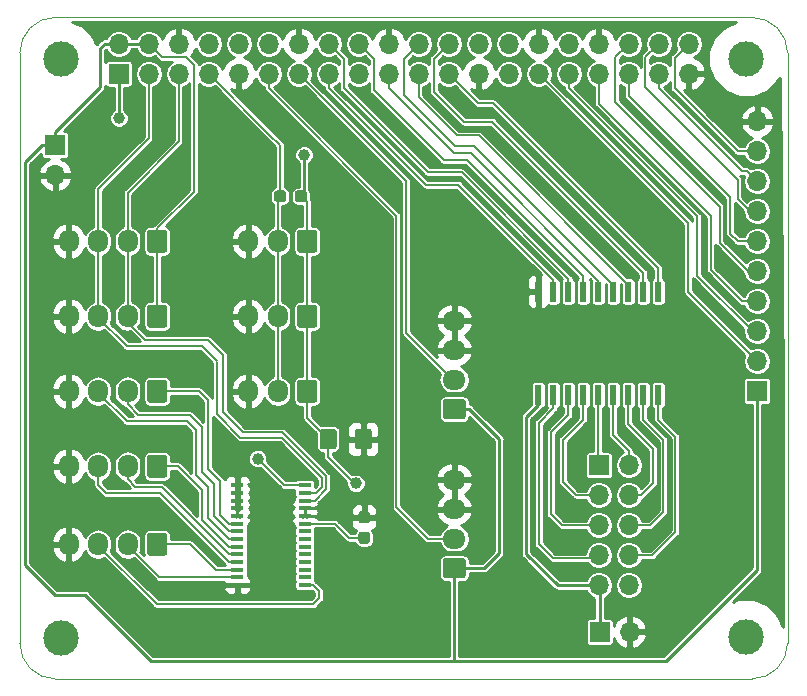
<source format=gbr>
G04 #@! TF.GenerationSoftware,KiCad,Pcbnew,(5.0.1)-3*
G04 #@! TF.CreationDate,2018-11-17T22:48:42-05:00*
G04 #@! TF.ProjectId,reef-piHat,726565662D70694861742E6B69636164,rev?*
G04 #@! TF.SameCoordinates,Original*
G04 #@! TF.FileFunction,Copper,L1,Top,Signal*
G04 #@! TF.FilePolarity,Positive*
%FSLAX46Y46*%
G04 Gerber Fmt 4.6, Leading zero omitted, Abs format (unit mm)*
G04 Created by KiCad (PCBNEW (5.0.1)-3) date 11/17/2018 10:48:42 PM*
%MOMM*%
%LPD*%
G01*
G04 APERTURE LIST*
G04 #@! TA.AperFunction,NonConductor*
%ADD10C,0.100000*%
G04 #@! TD*
G04 #@! TA.AperFunction,ComponentPad*
%ADD11R,1.700000X1.700000*%
G04 #@! TD*
G04 #@! TA.AperFunction,ComponentPad*
%ADD12O,1.700000X1.700000*%
G04 #@! TD*
G04 #@! TA.AperFunction,WasherPad*
%ADD13C,3.000000*%
G04 #@! TD*
G04 #@! TA.AperFunction,ComponentPad*
%ADD14O,1.700000X1.950000*%
G04 #@! TD*
G04 #@! TA.AperFunction,Conductor*
%ADD15C,0.100000*%
G04 #@! TD*
G04 #@! TA.AperFunction,ComponentPad*
%ADD16C,1.700000*%
G04 #@! TD*
G04 #@! TA.AperFunction,ComponentPad*
%ADD17O,1.950000X1.700000*%
G04 #@! TD*
G04 #@! TA.AperFunction,SMDPad,CuDef*
%ADD18C,0.950000*%
G04 #@! TD*
G04 #@! TA.AperFunction,SMDPad,CuDef*
%ADD19R,1.100000X0.400000*%
G04 #@! TD*
G04 #@! TA.AperFunction,SMDPad,CuDef*
%ADD20R,0.600000X1.725000*%
G04 #@! TD*
G04 #@! TA.AperFunction,SMDPad,CuDef*
%ADD21C,1.425000*%
G04 #@! TD*
G04 #@! TA.AperFunction,ViaPad*
%ADD22C,1.000000*%
G04 #@! TD*
G04 #@! TA.AperFunction,Conductor*
%ADD23C,0.250000*%
G04 #@! TD*
G04 #@! TA.AperFunction,Conductor*
%ADD24C,0.150000*%
G04 #@! TD*
G04 #@! TA.AperFunction,Conductor*
%ADD25C,0.254000*%
G04 #@! TD*
G04 APERTURE END LIST*
D10*
X78546356Y-63817611D02*
X78546356Y-113817611D01*
X78546356Y-63817611D02*
G75*
G02X81546356Y-60817611I3000000J0D01*
G01*
X140546356Y-60817611D02*
X81546356Y-60817611D01*
X140546356Y-60817611D02*
G75*
G02X143546356Y-63817611I0J-3000000D01*
G01*
X143546356Y-113817611D02*
X143546356Y-63817611D01*
X81546356Y-116817611D02*
G75*
G02X78546356Y-113817611I0J3000000D01*
G01*
X81546356Y-116817611D02*
X140546356Y-116817611D01*
X143546351Y-113822847D02*
G75*
G02X140546356Y-116817611I-2999995J5236D01*
G01*
D11*
G04 #@! TO.P,J3,1*
G04 #@! TO.N,/P3V3_HAT*
X86920000Y-65590000D03*
D12*
G04 #@! TO.P,J3,2*
G04 #@! TO.N,/P5V*
X86920000Y-63050000D03*
G04 #@! TO.P,J3,3*
G04 #@! TO.N,/SDA*
X89460000Y-65590000D03*
G04 #@! TO.P,J3,4*
G04 #@! TO.N,/P5V*
X89460000Y-63050000D03*
G04 #@! TO.P,J3,5*
G04 #@! TO.N,/SCL*
X92000000Y-65590000D03*
G04 #@! TO.P,J3,6*
G04 #@! TO.N,GND*
X92000000Y-63050000D03*
G04 #@! TO.P,J3,7*
G04 #@! TO.N,/1WIRE*
X94540000Y-65590000D03*
G04 #@! TO.P,J3,8*
G04 #@! TO.N,Net-(J3-Pad8)*
X94540000Y-63050000D03*
G04 #@! TO.P,J3,9*
G04 #@! TO.N,GND*
X97080000Y-65590000D03*
G04 #@! TO.P,J3,10*
G04 #@! TO.N,Net-(J3-Pad10)*
X97080000Y-63050000D03*
G04 #@! TO.P,J3,11*
G04 #@! TO.N,/ATO2*
X99620000Y-65590000D03*
G04 #@! TO.P,J3,12*
G04 #@! TO.N,Net-(J3-Pad12)*
X99620000Y-63050000D03*
G04 #@! TO.P,J3,13*
G04 #@! TO.N,/ATO1*
X102160000Y-65590000D03*
G04 #@! TO.P,J3,14*
G04 #@! TO.N,GND*
X102160000Y-63050000D03*
G04 #@! TO.P,J3,15*
G04 #@! TO.N,/PA8*
X104700000Y-65590000D03*
G04 #@! TO.P,J3,16*
G04 #@! TO.N,/PA7*
X104700000Y-63050000D03*
G04 #@! TO.P,J3,17*
G04 #@! TO.N,/P3V3_HAT*
X107240000Y-65590000D03*
G04 #@! TO.P,J3,18*
G04 #@! TO.N,/PA6*
X107240000Y-63050000D03*
G04 #@! TO.P,J3,19*
G04 #@! TO.N,/PA5*
X109780000Y-65590000D03*
G04 #@! TO.P,J3,20*
G04 #@! TO.N,GND*
X109780000Y-63050000D03*
G04 #@! TO.P,J3,21*
G04 #@! TO.N,/PA3*
X112320000Y-65590000D03*
G04 #@! TO.P,J3,22*
G04 #@! TO.N,/PA4*
X112320000Y-63050000D03*
G04 #@! TO.P,J3,23*
G04 #@! TO.N,/PA1*
X114860000Y-65590000D03*
G04 #@! TO.P,J3,24*
G04 #@! TO.N,/PA2*
X114860000Y-63050000D03*
G04 #@! TO.P,J3,25*
G04 #@! TO.N,GND*
X117400000Y-65590000D03*
G04 #@! TO.P,J3,26*
G04 #@! TO.N,Net-(J3-Pad26)*
X117400000Y-63050000D03*
G04 #@! TO.P,J3,27*
G04 #@! TO.N,/ID_SD_EEPROM*
X119940000Y-65590000D03*
G04 #@! TO.P,J3,28*
G04 #@! TO.N,/ID_SC_EEPROM*
X119940000Y-63050000D03*
G04 #@! TO.P,J3,29*
G04 #@! TO.N,/PB7*
X122480000Y-65590000D03*
G04 #@! TO.P,J3,30*
G04 #@! TO.N,GND*
X122480000Y-63050000D03*
G04 #@! TO.P,J3,31*
G04 #@! TO.N,/PB8*
X125020000Y-65590000D03*
G04 #@! TO.P,J3,32*
G04 #@! TO.N,Net-(J3-Pad32)*
X125020000Y-63050000D03*
G04 #@! TO.P,J3,33*
G04 #@! TO.N,/PB6*
X127560000Y-65590000D03*
G04 #@! TO.P,J3,34*
G04 #@! TO.N,GND*
X127560000Y-63050000D03*
G04 #@! TO.P,J3,35*
G04 #@! TO.N,/PB4*
X130100000Y-65590000D03*
G04 #@! TO.P,J3,36*
G04 #@! TO.N,/PB5*
X130100000Y-63050000D03*
G04 #@! TO.P,J3,37*
G04 #@! TO.N,/PB2*
X132640000Y-65590000D03*
G04 #@! TO.P,J3,38*
G04 #@! TO.N,/PB3*
X132640000Y-63050000D03*
G04 #@! TO.P,J3,39*
G04 #@! TO.N,GND*
X135180000Y-65590000D03*
G04 #@! TO.P,J3,40*
G04 #@! TO.N,/PB1*
X135180000Y-63050000D03*
G04 #@! TD*
D13*
G04 #@! TO.P,H1,*
G04 #@! TO.N,*
X82040000Y-64310000D03*
G04 #@! TD*
G04 #@! TO.P,H2,*
G04 #@! TO.N,*
X140040000Y-64330000D03*
G04 #@! TD*
G04 #@! TO.P,H3,*
G04 #@! TO.N,*
X82040000Y-113320000D03*
G04 #@! TD*
G04 #@! TO.P,H4,*
G04 #@! TO.N,*
X140030000Y-113310000D03*
G04 #@! TD*
D14*
G04 #@! TO.P,J1,4*
G04 #@! TO.N,GND*
X82670000Y-92456000D03*
G04 #@! TO.P,J1,3*
G04 #@! TO.N,Net-(J1-Pad3)*
X85170000Y-92456000D03*
G04 #@! TO.P,J1,2*
G04 #@! TO.N,Net-(J1-Pad2)*
X87670000Y-92456000D03*
D15*
G04 #@! TD*
G04 #@! TO.N,Net-(J1-Pad1)*
G04 #@! TO.C,J1*
G36*
X90794504Y-91482204D02*
X90818773Y-91485804D01*
X90842571Y-91491765D01*
X90865671Y-91500030D01*
X90887849Y-91510520D01*
X90908893Y-91523133D01*
X90928598Y-91537747D01*
X90946777Y-91554223D01*
X90963253Y-91572402D01*
X90977867Y-91592107D01*
X90990480Y-91613151D01*
X91000970Y-91635329D01*
X91009235Y-91658429D01*
X91015196Y-91682227D01*
X91018796Y-91706496D01*
X91020000Y-91731000D01*
X91020000Y-93181000D01*
X91018796Y-93205504D01*
X91015196Y-93229773D01*
X91009235Y-93253571D01*
X91000970Y-93276671D01*
X90990480Y-93298849D01*
X90977867Y-93319893D01*
X90963253Y-93339598D01*
X90946777Y-93357777D01*
X90928598Y-93374253D01*
X90908893Y-93388867D01*
X90887849Y-93401480D01*
X90865671Y-93411970D01*
X90842571Y-93420235D01*
X90818773Y-93426196D01*
X90794504Y-93429796D01*
X90770000Y-93431000D01*
X89570000Y-93431000D01*
X89545496Y-93429796D01*
X89521227Y-93426196D01*
X89497429Y-93420235D01*
X89474329Y-93411970D01*
X89452151Y-93401480D01*
X89431107Y-93388867D01*
X89411402Y-93374253D01*
X89393223Y-93357777D01*
X89376747Y-93339598D01*
X89362133Y-93319893D01*
X89349520Y-93298849D01*
X89339030Y-93276671D01*
X89330765Y-93253571D01*
X89324804Y-93229773D01*
X89321204Y-93205504D01*
X89320000Y-93181000D01*
X89320000Y-91731000D01*
X89321204Y-91706496D01*
X89324804Y-91682227D01*
X89330765Y-91658429D01*
X89339030Y-91635329D01*
X89349520Y-91613151D01*
X89362133Y-91592107D01*
X89376747Y-91572402D01*
X89393223Y-91554223D01*
X89411402Y-91537747D01*
X89431107Y-91523133D01*
X89452151Y-91510520D01*
X89474329Y-91500030D01*
X89497429Y-91491765D01*
X89521227Y-91485804D01*
X89545496Y-91482204D01*
X89570000Y-91481000D01*
X90770000Y-91481000D01*
X90794504Y-91482204D01*
X90794504Y-91482204D01*
G37*
D16*
G04 #@! TO.P,J1,1*
G04 #@! TO.N,Net-(J1-Pad1)*
X90170000Y-92456000D03*
G04 #@! TD*
D15*
G04 #@! TO.N,Net-(J2-Pad1)*
G04 #@! TO.C,J2*
G36*
X90794504Y-97832204D02*
X90818773Y-97835804D01*
X90842571Y-97841765D01*
X90865671Y-97850030D01*
X90887849Y-97860520D01*
X90908893Y-97873133D01*
X90928598Y-97887747D01*
X90946777Y-97904223D01*
X90963253Y-97922402D01*
X90977867Y-97942107D01*
X90990480Y-97963151D01*
X91000970Y-97985329D01*
X91009235Y-98008429D01*
X91015196Y-98032227D01*
X91018796Y-98056496D01*
X91020000Y-98081000D01*
X91020000Y-99531000D01*
X91018796Y-99555504D01*
X91015196Y-99579773D01*
X91009235Y-99603571D01*
X91000970Y-99626671D01*
X90990480Y-99648849D01*
X90977867Y-99669893D01*
X90963253Y-99689598D01*
X90946777Y-99707777D01*
X90928598Y-99724253D01*
X90908893Y-99738867D01*
X90887849Y-99751480D01*
X90865671Y-99761970D01*
X90842571Y-99770235D01*
X90818773Y-99776196D01*
X90794504Y-99779796D01*
X90770000Y-99781000D01*
X89570000Y-99781000D01*
X89545496Y-99779796D01*
X89521227Y-99776196D01*
X89497429Y-99770235D01*
X89474329Y-99761970D01*
X89452151Y-99751480D01*
X89431107Y-99738867D01*
X89411402Y-99724253D01*
X89393223Y-99707777D01*
X89376747Y-99689598D01*
X89362133Y-99669893D01*
X89349520Y-99648849D01*
X89339030Y-99626671D01*
X89330765Y-99603571D01*
X89324804Y-99579773D01*
X89321204Y-99555504D01*
X89320000Y-99531000D01*
X89320000Y-98081000D01*
X89321204Y-98056496D01*
X89324804Y-98032227D01*
X89330765Y-98008429D01*
X89339030Y-97985329D01*
X89349520Y-97963151D01*
X89362133Y-97942107D01*
X89376747Y-97922402D01*
X89393223Y-97904223D01*
X89411402Y-97887747D01*
X89431107Y-97873133D01*
X89452151Y-97860520D01*
X89474329Y-97850030D01*
X89497429Y-97841765D01*
X89521227Y-97835804D01*
X89545496Y-97832204D01*
X89570000Y-97831000D01*
X90770000Y-97831000D01*
X90794504Y-97832204D01*
X90794504Y-97832204D01*
G37*
D16*
G04 #@! TD*
G04 #@! TO.P,J2,1*
G04 #@! TO.N,Net-(J2-Pad1)*
X90170000Y-98806000D03*
D14*
G04 #@! TO.P,J2,2*
G04 #@! TO.N,Net-(J2-Pad2)*
X87670000Y-98806000D03*
G04 #@! TO.P,J2,3*
G04 #@! TO.N,Net-(J2-Pad3)*
X85170000Y-98806000D03*
G04 #@! TO.P,J2,4*
G04 #@! TO.N,GND*
X82670000Y-98806000D03*
G04 #@! TD*
D15*
G04 #@! TO.N,Net-(J4-Pad1)*
G04 #@! TO.C,J4*
G36*
X90794504Y-104436204D02*
X90818773Y-104439804D01*
X90842571Y-104445765D01*
X90865671Y-104454030D01*
X90887849Y-104464520D01*
X90908893Y-104477133D01*
X90928598Y-104491747D01*
X90946777Y-104508223D01*
X90963253Y-104526402D01*
X90977867Y-104546107D01*
X90990480Y-104567151D01*
X91000970Y-104589329D01*
X91009235Y-104612429D01*
X91015196Y-104636227D01*
X91018796Y-104660496D01*
X91020000Y-104685000D01*
X91020000Y-106135000D01*
X91018796Y-106159504D01*
X91015196Y-106183773D01*
X91009235Y-106207571D01*
X91000970Y-106230671D01*
X90990480Y-106252849D01*
X90977867Y-106273893D01*
X90963253Y-106293598D01*
X90946777Y-106311777D01*
X90928598Y-106328253D01*
X90908893Y-106342867D01*
X90887849Y-106355480D01*
X90865671Y-106365970D01*
X90842571Y-106374235D01*
X90818773Y-106380196D01*
X90794504Y-106383796D01*
X90770000Y-106385000D01*
X89570000Y-106385000D01*
X89545496Y-106383796D01*
X89521227Y-106380196D01*
X89497429Y-106374235D01*
X89474329Y-106365970D01*
X89452151Y-106355480D01*
X89431107Y-106342867D01*
X89411402Y-106328253D01*
X89393223Y-106311777D01*
X89376747Y-106293598D01*
X89362133Y-106273893D01*
X89349520Y-106252849D01*
X89339030Y-106230671D01*
X89330765Y-106207571D01*
X89324804Y-106183773D01*
X89321204Y-106159504D01*
X89320000Y-106135000D01*
X89320000Y-104685000D01*
X89321204Y-104660496D01*
X89324804Y-104636227D01*
X89330765Y-104612429D01*
X89339030Y-104589329D01*
X89349520Y-104567151D01*
X89362133Y-104546107D01*
X89376747Y-104526402D01*
X89393223Y-104508223D01*
X89411402Y-104491747D01*
X89431107Y-104477133D01*
X89452151Y-104464520D01*
X89474329Y-104454030D01*
X89497429Y-104445765D01*
X89521227Y-104439804D01*
X89545496Y-104436204D01*
X89570000Y-104435000D01*
X90770000Y-104435000D01*
X90794504Y-104436204D01*
X90794504Y-104436204D01*
G37*
D16*
G04 #@! TD*
G04 #@! TO.P,J4,1*
G04 #@! TO.N,Net-(J4-Pad1)*
X90170000Y-105410000D03*
D14*
G04 #@! TO.P,J4,2*
G04 #@! TO.N,Net-(J4-Pad2)*
X87670000Y-105410000D03*
G04 #@! TO.P,J4,3*
G04 #@! TO.N,Net-(J4-Pad3)*
X85170000Y-105410000D03*
G04 #@! TO.P,J4,4*
G04 #@! TO.N,GND*
X82670000Y-105410000D03*
G04 #@! TD*
D15*
G04 #@! TO.N,/P5V*
G04 #@! TO.C,J8*
G36*
X116065504Y-93131204D02*
X116089773Y-93134804D01*
X116113571Y-93140765D01*
X116136671Y-93149030D01*
X116158849Y-93159520D01*
X116179893Y-93172133D01*
X116199598Y-93186747D01*
X116217777Y-93203223D01*
X116234253Y-93221402D01*
X116248867Y-93241107D01*
X116261480Y-93262151D01*
X116271970Y-93284329D01*
X116280235Y-93307429D01*
X116286196Y-93331227D01*
X116289796Y-93355496D01*
X116291000Y-93380000D01*
X116291000Y-94580000D01*
X116289796Y-94604504D01*
X116286196Y-94628773D01*
X116280235Y-94652571D01*
X116271970Y-94675671D01*
X116261480Y-94697849D01*
X116248867Y-94718893D01*
X116234253Y-94738598D01*
X116217777Y-94756777D01*
X116199598Y-94773253D01*
X116179893Y-94787867D01*
X116158849Y-94800480D01*
X116136671Y-94810970D01*
X116113571Y-94819235D01*
X116089773Y-94825196D01*
X116065504Y-94828796D01*
X116041000Y-94830000D01*
X114591000Y-94830000D01*
X114566496Y-94828796D01*
X114542227Y-94825196D01*
X114518429Y-94819235D01*
X114495329Y-94810970D01*
X114473151Y-94800480D01*
X114452107Y-94787867D01*
X114432402Y-94773253D01*
X114414223Y-94756777D01*
X114397747Y-94738598D01*
X114383133Y-94718893D01*
X114370520Y-94697849D01*
X114360030Y-94675671D01*
X114351765Y-94652571D01*
X114345804Y-94628773D01*
X114342204Y-94604504D01*
X114341000Y-94580000D01*
X114341000Y-93380000D01*
X114342204Y-93355496D01*
X114345804Y-93331227D01*
X114351765Y-93307429D01*
X114360030Y-93284329D01*
X114370520Y-93262151D01*
X114383133Y-93241107D01*
X114397747Y-93221402D01*
X114414223Y-93203223D01*
X114432402Y-93186747D01*
X114452107Y-93172133D01*
X114473151Y-93159520D01*
X114495329Y-93149030D01*
X114518429Y-93140765D01*
X114542227Y-93134804D01*
X114566496Y-93131204D01*
X114591000Y-93130000D01*
X116041000Y-93130000D01*
X116065504Y-93131204D01*
X116065504Y-93131204D01*
G37*
D16*
G04 #@! TD*
G04 #@! TO.P,J8,1*
G04 #@! TO.N,/P5V*
X115316000Y-93980000D03*
D17*
G04 #@! TO.P,J8,2*
G04 #@! TO.N,/ATO1*
X115316000Y-91480000D03*
G04 #@! TO.P,J8,3*
G04 #@! TO.N,GND*
X115316000Y-88980000D03*
G04 #@! TO.P,J8,4*
X115316000Y-86480000D03*
G04 #@! TD*
G04 #@! TO.P,J10,4*
G04 #@! TO.N,GND*
X115316000Y-99942000D03*
G04 #@! TO.P,J10,3*
X115316000Y-102442000D03*
G04 #@! TO.P,J10,2*
G04 #@! TO.N,/ATO2*
X115316000Y-104942000D03*
D15*
G04 #@! TD*
G04 #@! TO.N,/P5V*
G04 #@! TO.C,J10*
G36*
X116065504Y-106593204D02*
X116089773Y-106596804D01*
X116113571Y-106602765D01*
X116136671Y-106611030D01*
X116158849Y-106621520D01*
X116179893Y-106634133D01*
X116199598Y-106648747D01*
X116217777Y-106665223D01*
X116234253Y-106683402D01*
X116248867Y-106703107D01*
X116261480Y-106724151D01*
X116271970Y-106746329D01*
X116280235Y-106769429D01*
X116286196Y-106793227D01*
X116289796Y-106817496D01*
X116291000Y-106842000D01*
X116291000Y-108042000D01*
X116289796Y-108066504D01*
X116286196Y-108090773D01*
X116280235Y-108114571D01*
X116271970Y-108137671D01*
X116261480Y-108159849D01*
X116248867Y-108180893D01*
X116234253Y-108200598D01*
X116217777Y-108218777D01*
X116199598Y-108235253D01*
X116179893Y-108249867D01*
X116158849Y-108262480D01*
X116136671Y-108272970D01*
X116113571Y-108281235D01*
X116089773Y-108287196D01*
X116065504Y-108290796D01*
X116041000Y-108292000D01*
X114591000Y-108292000D01*
X114566496Y-108290796D01*
X114542227Y-108287196D01*
X114518429Y-108281235D01*
X114495329Y-108272970D01*
X114473151Y-108262480D01*
X114452107Y-108249867D01*
X114432402Y-108235253D01*
X114414223Y-108218777D01*
X114397747Y-108200598D01*
X114383133Y-108180893D01*
X114370520Y-108159849D01*
X114360030Y-108137671D01*
X114351765Y-108114571D01*
X114345804Y-108090773D01*
X114342204Y-108066504D01*
X114341000Y-108042000D01*
X114341000Y-106842000D01*
X114342204Y-106817496D01*
X114345804Y-106793227D01*
X114351765Y-106769429D01*
X114360030Y-106746329D01*
X114370520Y-106724151D01*
X114383133Y-106703107D01*
X114397747Y-106683402D01*
X114414223Y-106665223D01*
X114432402Y-106648747D01*
X114452107Y-106634133D01*
X114473151Y-106621520D01*
X114495329Y-106611030D01*
X114518429Y-106602765D01*
X114542227Y-106596804D01*
X114566496Y-106593204D01*
X114591000Y-106592000D01*
X116041000Y-106592000D01*
X116065504Y-106593204D01*
X116065504Y-106593204D01*
G37*
D16*
G04 #@! TO.P,J10,1*
G04 #@! TO.N,/P5V*
X115316000Y-107442000D03*
G04 #@! TD*
D15*
G04 #@! TO.N,/P5V*
G04 #@! TO.C,J11*
G36*
X90794504Y-85132204D02*
X90818773Y-85135804D01*
X90842571Y-85141765D01*
X90865671Y-85150030D01*
X90887849Y-85160520D01*
X90908893Y-85173133D01*
X90928598Y-85187747D01*
X90946777Y-85204223D01*
X90963253Y-85222402D01*
X90977867Y-85242107D01*
X90990480Y-85263151D01*
X91000970Y-85285329D01*
X91009235Y-85308429D01*
X91015196Y-85332227D01*
X91018796Y-85356496D01*
X91020000Y-85381000D01*
X91020000Y-86831000D01*
X91018796Y-86855504D01*
X91015196Y-86879773D01*
X91009235Y-86903571D01*
X91000970Y-86926671D01*
X90990480Y-86948849D01*
X90977867Y-86969893D01*
X90963253Y-86989598D01*
X90946777Y-87007777D01*
X90928598Y-87024253D01*
X90908893Y-87038867D01*
X90887849Y-87051480D01*
X90865671Y-87061970D01*
X90842571Y-87070235D01*
X90818773Y-87076196D01*
X90794504Y-87079796D01*
X90770000Y-87081000D01*
X89570000Y-87081000D01*
X89545496Y-87079796D01*
X89521227Y-87076196D01*
X89497429Y-87070235D01*
X89474329Y-87061970D01*
X89452151Y-87051480D01*
X89431107Y-87038867D01*
X89411402Y-87024253D01*
X89393223Y-87007777D01*
X89376747Y-86989598D01*
X89362133Y-86969893D01*
X89349520Y-86948849D01*
X89339030Y-86926671D01*
X89330765Y-86903571D01*
X89324804Y-86879773D01*
X89321204Y-86855504D01*
X89320000Y-86831000D01*
X89320000Y-85381000D01*
X89321204Y-85356496D01*
X89324804Y-85332227D01*
X89330765Y-85308429D01*
X89339030Y-85285329D01*
X89349520Y-85263151D01*
X89362133Y-85242107D01*
X89376747Y-85222402D01*
X89393223Y-85204223D01*
X89411402Y-85187747D01*
X89431107Y-85173133D01*
X89452151Y-85160520D01*
X89474329Y-85150030D01*
X89497429Y-85141765D01*
X89521227Y-85135804D01*
X89545496Y-85132204D01*
X89570000Y-85131000D01*
X90770000Y-85131000D01*
X90794504Y-85132204D01*
X90794504Y-85132204D01*
G37*
D16*
G04 #@! TD*
G04 #@! TO.P,J11,1*
G04 #@! TO.N,/P5V*
X90170000Y-86106000D03*
D14*
G04 #@! TO.P,J11,2*
G04 #@! TO.N,/SCL*
X87670000Y-86106000D03*
G04 #@! TO.P,J11,3*
G04 #@! TO.N,/SDA*
X85170000Y-86106000D03*
G04 #@! TO.P,J11,4*
G04 #@! TO.N,GND*
X82670000Y-86106000D03*
G04 #@! TD*
G04 #@! TO.P,J12,4*
G04 #@! TO.N,GND*
X82670000Y-79756000D03*
G04 #@! TO.P,J12,3*
G04 #@! TO.N,/SDA*
X85170000Y-79756000D03*
G04 #@! TO.P,J12,2*
G04 #@! TO.N,/SCL*
X87670000Y-79756000D03*
D15*
G04 #@! TD*
G04 #@! TO.N,/P5V*
G04 #@! TO.C,J12*
G36*
X90794504Y-78782204D02*
X90818773Y-78785804D01*
X90842571Y-78791765D01*
X90865671Y-78800030D01*
X90887849Y-78810520D01*
X90908893Y-78823133D01*
X90928598Y-78837747D01*
X90946777Y-78854223D01*
X90963253Y-78872402D01*
X90977867Y-78892107D01*
X90990480Y-78913151D01*
X91000970Y-78935329D01*
X91009235Y-78958429D01*
X91015196Y-78982227D01*
X91018796Y-79006496D01*
X91020000Y-79031000D01*
X91020000Y-80481000D01*
X91018796Y-80505504D01*
X91015196Y-80529773D01*
X91009235Y-80553571D01*
X91000970Y-80576671D01*
X90990480Y-80598849D01*
X90977867Y-80619893D01*
X90963253Y-80639598D01*
X90946777Y-80657777D01*
X90928598Y-80674253D01*
X90908893Y-80688867D01*
X90887849Y-80701480D01*
X90865671Y-80711970D01*
X90842571Y-80720235D01*
X90818773Y-80726196D01*
X90794504Y-80729796D01*
X90770000Y-80731000D01*
X89570000Y-80731000D01*
X89545496Y-80729796D01*
X89521227Y-80726196D01*
X89497429Y-80720235D01*
X89474329Y-80711970D01*
X89452151Y-80701480D01*
X89431107Y-80688867D01*
X89411402Y-80674253D01*
X89393223Y-80657777D01*
X89376747Y-80639598D01*
X89362133Y-80619893D01*
X89349520Y-80598849D01*
X89339030Y-80576671D01*
X89330765Y-80553571D01*
X89324804Y-80529773D01*
X89321204Y-80505504D01*
X89320000Y-80481000D01*
X89320000Y-79031000D01*
X89321204Y-79006496D01*
X89324804Y-78982227D01*
X89330765Y-78958429D01*
X89339030Y-78935329D01*
X89349520Y-78913151D01*
X89362133Y-78892107D01*
X89376747Y-78872402D01*
X89393223Y-78854223D01*
X89411402Y-78837747D01*
X89431107Y-78823133D01*
X89452151Y-78810520D01*
X89474329Y-78800030D01*
X89497429Y-78791765D01*
X89521227Y-78785804D01*
X89545496Y-78782204D01*
X89570000Y-78781000D01*
X90770000Y-78781000D01*
X90794504Y-78782204D01*
X90794504Y-78782204D01*
G37*
D16*
G04 #@! TO.P,J12,1*
G04 #@! TO.N,/P5V*
X90170000Y-79756000D03*
G04 #@! TD*
D11*
G04 #@! TO.P,J13,1*
G04 #@! TO.N,/P5V*
X81534000Y-71628000D03*
D12*
G04 #@! TO.P,J13,2*
G04 #@! TO.N,GND*
X81534000Y-74168000D03*
G04 #@! TD*
D15*
G04 #@! TO.N,/P3V3_HAT*
G04 #@! TO.C,J14*
G36*
X103494504Y-78782204D02*
X103518773Y-78785804D01*
X103542571Y-78791765D01*
X103565671Y-78800030D01*
X103587849Y-78810520D01*
X103608893Y-78823133D01*
X103628598Y-78837747D01*
X103646777Y-78854223D01*
X103663253Y-78872402D01*
X103677867Y-78892107D01*
X103690480Y-78913151D01*
X103700970Y-78935329D01*
X103709235Y-78958429D01*
X103715196Y-78982227D01*
X103718796Y-79006496D01*
X103720000Y-79031000D01*
X103720000Y-80481000D01*
X103718796Y-80505504D01*
X103715196Y-80529773D01*
X103709235Y-80553571D01*
X103700970Y-80576671D01*
X103690480Y-80598849D01*
X103677867Y-80619893D01*
X103663253Y-80639598D01*
X103646777Y-80657777D01*
X103628598Y-80674253D01*
X103608893Y-80688867D01*
X103587849Y-80701480D01*
X103565671Y-80711970D01*
X103542571Y-80720235D01*
X103518773Y-80726196D01*
X103494504Y-80729796D01*
X103470000Y-80731000D01*
X102270000Y-80731000D01*
X102245496Y-80729796D01*
X102221227Y-80726196D01*
X102197429Y-80720235D01*
X102174329Y-80711970D01*
X102152151Y-80701480D01*
X102131107Y-80688867D01*
X102111402Y-80674253D01*
X102093223Y-80657777D01*
X102076747Y-80639598D01*
X102062133Y-80619893D01*
X102049520Y-80598849D01*
X102039030Y-80576671D01*
X102030765Y-80553571D01*
X102024804Y-80529773D01*
X102021204Y-80505504D01*
X102020000Y-80481000D01*
X102020000Y-79031000D01*
X102021204Y-79006496D01*
X102024804Y-78982227D01*
X102030765Y-78958429D01*
X102039030Y-78935329D01*
X102049520Y-78913151D01*
X102062133Y-78892107D01*
X102076747Y-78872402D01*
X102093223Y-78854223D01*
X102111402Y-78837747D01*
X102131107Y-78823133D01*
X102152151Y-78810520D01*
X102174329Y-78800030D01*
X102197429Y-78791765D01*
X102221227Y-78785804D01*
X102245496Y-78782204D01*
X102270000Y-78781000D01*
X103470000Y-78781000D01*
X103494504Y-78782204D01*
X103494504Y-78782204D01*
G37*
D16*
G04 #@! TD*
G04 #@! TO.P,J14,1*
G04 #@! TO.N,/P3V3_HAT*
X102870000Y-79756000D03*
D14*
G04 #@! TO.P,J14,2*
G04 #@! TO.N,/1WIRE*
X100370000Y-79756000D03*
G04 #@! TO.P,J14,3*
G04 #@! TO.N,GND*
X97870000Y-79756000D03*
G04 #@! TD*
G04 #@! TO.P,J15,3*
G04 #@! TO.N,GND*
X97870000Y-86106000D03*
G04 #@! TO.P,J15,2*
G04 #@! TO.N,/1WIRE*
X100370000Y-86106000D03*
D15*
G04 #@! TD*
G04 #@! TO.N,/P3V3_HAT*
G04 #@! TO.C,J15*
G36*
X103494504Y-85132204D02*
X103518773Y-85135804D01*
X103542571Y-85141765D01*
X103565671Y-85150030D01*
X103587849Y-85160520D01*
X103608893Y-85173133D01*
X103628598Y-85187747D01*
X103646777Y-85204223D01*
X103663253Y-85222402D01*
X103677867Y-85242107D01*
X103690480Y-85263151D01*
X103700970Y-85285329D01*
X103709235Y-85308429D01*
X103715196Y-85332227D01*
X103718796Y-85356496D01*
X103720000Y-85381000D01*
X103720000Y-86831000D01*
X103718796Y-86855504D01*
X103715196Y-86879773D01*
X103709235Y-86903571D01*
X103700970Y-86926671D01*
X103690480Y-86948849D01*
X103677867Y-86969893D01*
X103663253Y-86989598D01*
X103646777Y-87007777D01*
X103628598Y-87024253D01*
X103608893Y-87038867D01*
X103587849Y-87051480D01*
X103565671Y-87061970D01*
X103542571Y-87070235D01*
X103518773Y-87076196D01*
X103494504Y-87079796D01*
X103470000Y-87081000D01*
X102270000Y-87081000D01*
X102245496Y-87079796D01*
X102221227Y-87076196D01*
X102197429Y-87070235D01*
X102174329Y-87061970D01*
X102152151Y-87051480D01*
X102131107Y-87038867D01*
X102111402Y-87024253D01*
X102093223Y-87007777D01*
X102076747Y-86989598D01*
X102062133Y-86969893D01*
X102049520Y-86948849D01*
X102039030Y-86926671D01*
X102030765Y-86903571D01*
X102024804Y-86879773D01*
X102021204Y-86855504D01*
X102020000Y-86831000D01*
X102020000Y-85381000D01*
X102021204Y-85356496D01*
X102024804Y-85332227D01*
X102030765Y-85308429D01*
X102039030Y-85285329D01*
X102049520Y-85263151D01*
X102062133Y-85242107D01*
X102076747Y-85222402D01*
X102093223Y-85204223D01*
X102111402Y-85187747D01*
X102131107Y-85173133D01*
X102152151Y-85160520D01*
X102174329Y-85150030D01*
X102197429Y-85141765D01*
X102221227Y-85135804D01*
X102245496Y-85132204D01*
X102270000Y-85131000D01*
X103470000Y-85131000D01*
X103494504Y-85132204D01*
X103494504Y-85132204D01*
G37*
D16*
G04 #@! TO.P,J15,1*
G04 #@! TO.N,/P3V3_HAT*
X102870000Y-86106000D03*
G04 #@! TD*
D15*
G04 #@! TO.N,/P3V3_HAT*
G04 #@! TO.C,J16*
G36*
X103494504Y-91482204D02*
X103518773Y-91485804D01*
X103542571Y-91491765D01*
X103565671Y-91500030D01*
X103587849Y-91510520D01*
X103608893Y-91523133D01*
X103628598Y-91537747D01*
X103646777Y-91554223D01*
X103663253Y-91572402D01*
X103677867Y-91592107D01*
X103690480Y-91613151D01*
X103700970Y-91635329D01*
X103709235Y-91658429D01*
X103715196Y-91682227D01*
X103718796Y-91706496D01*
X103720000Y-91731000D01*
X103720000Y-93181000D01*
X103718796Y-93205504D01*
X103715196Y-93229773D01*
X103709235Y-93253571D01*
X103700970Y-93276671D01*
X103690480Y-93298849D01*
X103677867Y-93319893D01*
X103663253Y-93339598D01*
X103646777Y-93357777D01*
X103628598Y-93374253D01*
X103608893Y-93388867D01*
X103587849Y-93401480D01*
X103565671Y-93411970D01*
X103542571Y-93420235D01*
X103518773Y-93426196D01*
X103494504Y-93429796D01*
X103470000Y-93431000D01*
X102270000Y-93431000D01*
X102245496Y-93429796D01*
X102221227Y-93426196D01*
X102197429Y-93420235D01*
X102174329Y-93411970D01*
X102152151Y-93401480D01*
X102131107Y-93388867D01*
X102111402Y-93374253D01*
X102093223Y-93357777D01*
X102076747Y-93339598D01*
X102062133Y-93319893D01*
X102049520Y-93298849D01*
X102039030Y-93276671D01*
X102030765Y-93253571D01*
X102024804Y-93229773D01*
X102021204Y-93205504D01*
X102020000Y-93181000D01*
X102020000Y-91731000D01*
X102021204Y-91706496D01*
X102024804Y-91682227D01*
X102030765Y-91658429D01*
X102039030Y-91635329D01*
X102049520Y-91613151D01*
X102062133Y-91592107D01*
X102076747Y-91572402D01*
X102093223Y-91554223D01*
X102111402Y-91537747D01*
X102131107Y-91523133D01*
X102152151Y-91510520D01*
X102174329Y-91500030D01*
X102197429Y-91491765D01*
X102221227Y-91485804D01*
X102245496Y-91482204D01*
X102270000Y-91481000D01*
X103470000Y-91481000D01*
X103494504Y-91482204D01*
X103494504Y-91482204D01*
G37*
D16*
G04 #@! TD*
G04 #@! TO.P,J16,1*
G04 #@! TO.N,/P3V3_HAT*
X102870000Y-92456000D03*
D14*
G04 #@! TO.P,J16,2*
G04 #@! TO.N,/1WIRE*
X100370000Y-92456000D03*
G04 #@! TO.P,J16,3*
G04 #@! TO.N,GND*
X97870000Y-92456000D03*
G04 #@! TD*
D15*
G04 #@! TO.N,Net-(R5-Pad1)*
G04 #@! TO.C,R5*
G36*
X107956779Y-104350144D02*
X107979834Y-104353563D01*
X108002443Y-104359227D01*
X108024387Y-104367079D01*
X108045457Y-104377044D01*
X108065448Y-104389026D01*
X108084168Y-104402910D01*
X108101438Y-104418562D01*
X108117090Y-104435832D01*
X108130974Y-104454552D01*
X108142956Y-104474543D01*
X108152921Y-104495613D01*
X108160773Y-104517557D01*
X108166437Y-104540166D01*
X108169856Y-104563221D01*
X108171000Y-104586500D01*
X108171000Y-105161500D01*
X108169856Y-105184779D01*
X108166437Y-105207834D01*
X108160773Y-105230443D01*
X108152921Y-105252387D01*
X108142956Y-105273457D01*
X108130974Y-105293448D01*
X108117090Y-105312168D01*
X108101438Y-105329438D01*
X108084168Y-105345090D01*
X108065448Y-105358974D01*
X108045457Y-105370956D01*
X108024387Y-105380921D01*
X108002443Y-105388773D01*
X107979834Y-105394437D01*
X107956779Y-105397856D01*
X107933500Y-105399000D01*
X107458500Y-105399000D01*
X107435221Y-105397856D01*
X107412166Y-105394437D01*
X107389557Y-105388773D01*
X107367613Y-105380921D01*
X107346543Y-105370956D01*
X107326552Y-105358974D01*
X107307832Y-105345090D01*
X107290562Y-105329438D01*
X107274910Y-105312168D01*
X107261026Y-105293448D01*
X107249044Y-105273457D01*
X107239079Y-105252387D01*
X107231227Y-105230443D01*
X107225563Y-105207834D01*
X107222144Y-105184779D01*
X107221000Y-105161500D01*
X107221000Y-104586500D01*
X107222144Y-104563221D01*
X107225563Y-104540166D01*
X107231227Y-104517557D01*
X107239079Y-104495613D01*
X107249044Y-104474543D01*
X107261026Y-104454552D01*
X107274910Y-104435832D01*
X107290562Y-104418562D01*
X107307832Y-104402910D01*
X107326552Y-104389026D01*
X107346543Y-104377044D01*
X107367613Y-104367079D01*
X107389557Y-104359227D01*
X107412166Y-104353563D01*
X107435221Y-104350144D01*
X107458500Y-104349000D01*
X107933500Y-104349000D01*
X107956779Y-104350144D01*
X107956779Y-104350144D01*
G37*
D18*
G04 #@! TD*
G04 #@! TO.P,R5,1*
G04 #@! TO.N,Net-(R5-Pad1)*
X107696000Y-104874000D03*
D15*
G04 #@! TO.N,GND*
G04 #@! TO.C,R5*
G36*
X107956779Y-102600144D02*
X107979834Y-102603563D01*
X108002443Y-102609227D01*
X108024387Y-102617079D01*
X108045457Y-102627044D01*
X108065448Y-102639026D01*
X108084168Y-102652910D01*
X108101438Y-102668562D01*
X108117090Y-102685832D01*
X108130974Y-102704552D01*
X108142956Y-102724543D01*
X108152921Y-102745613D01*
X108160773Y-102767557D01*
X108166437Y-102790166D01*
X108169856Y-102813221D01*
X108171000Y-102836500D01*
X108171000Y-103411500D01*
X108169856Y-103434779D01*
X108166437Y-103457834D01*
X108160773Y-103480443D01*
X108152921Y-103502387D01*
X108142956Y-103523457D01*
X108130974Y-103543448D01*
X108117090Y-103562168D01*
X108101438Y-103579438D01*
X108084168Y-103595090D01*
X108065448Y-103608974D01*
X108045457Y-103620956D01*
X108024387Y-103630921D01*
X108002443Y-103638773D01*
X107979834Y-103644437D01*
X107956779Y-103647856D01*
X107933500Y-103649000D01*
X107458500Y-103649000D01*
X107435221Y-103647856D01*
X107412166Y-103644437D01*
X107389557Y-103638773D01*
X107367613Y-103630921D01*
X107346543Y-103620956D01*
X107326552Y-103608974D01*
X107307832Y-103595090D01*
X107290562Y-103579438D01*
X107274910Y-103562168D01*
X107261026Y-103543448D01*
X107249044Y-103523457D01*
X107239079Y-103502387D01*
X107231227Y-103480443D01*
X107225563Y-103457834D01*
X107222144Y-103434779D01*
X107221000Y-103411500D01*
X107221000Y-102836500D01*
X107222144Y-102813221D01*
X107225563Y-102790166D01*
X107231227Y-102767557D01*
X107239079Y-102745613D01*
X107249044Y-102724543D01*
X107261026Y-102704552D01*
X107274910Y-102685832D01*
X107290562Y-102668562D01*
X107307832Y-102652910D01*
X107326552Y-102639026D01*
X107346543Y-102627044D01*
X107367613Y-102617079D01*
X107389557Y-102609227D01*
X107412166Y-102603563D01*
X107435221Y-102600144D01*
X107458500Y-102599000D01*
X107933500Y-102599000D01*
X107956779Y-102600144D01*
X107956779Y-102600144D01*
G37*
D18*
G04 #@! TD*
G04 #@! TO.P,R5,2*
G04 #@! TO.N,GND*
X107696000Y-103124000D03*
D15*
G04 #@! TO.N,/P3V3_HAT*
G04 #@! TO.C,R13*
G36*
X102644779Y-75472144D02*
X102667834Y-75475563D01*
X102690443Y-75481227D01*
X102712387Y-75489079D01*
X102733457Y-75499044D01*
X102753448Y-75511026D01*
X102772168Y-75524910D01*
X102789438Y-75540562D01*
X102805090Y-75557832D01*
X102818974Y-75576552D01*
X102830956Y-75596543D01*
X102840921Y-75617613D01*
X102848773Y-75639557D01*
X102854437Y-75662166D01*
X102857856Y-75685221D01*
X102859000Y-75708500D01*
X102859000Y-76183500D01*
X102857856Y-76206779D01*
X102854437Y-76229834D01*
X102848773Y-76252443D01*
X102840921Y-76274387D01*
X102830956Y-76295457D01*
X102818974Y-76315448D01*
X102805090Y-76334168D01*
X102789438Y-76351438D01*
X102772168Y-76367090D01*
X102753448Y-76380974D01*
X102733457Y-76392956D01*
X102712387Y-76402921D01*
X102690443Y-76410773D01*
X102667834Y-76416437D01*
X102644779Y-76419856D01*
X102621500Y-76421000D01*
X102046500Y-76421000D01*
X102023221Y-76419856D01*
X102000166Y-76416437D01*
X101977557Y-76410773D01*
X101955613Y-76402921D01*
X101934543Y-76392956D01*
X101914552Y-76380974D01*
X101895832Y-76367090D01*
X101878562Y-76351438D01*
X101862910Y-76334168D01*
X101849026Y-76315448D01*
X101837044Y-76295457D01*
X101827079Y-76274387D01*
X101819227Y-76252443D01*
X101813563Y-76229834D01*
X101810144Y-76206779D01*
X101809000Y-76183500D01*
X101809000Y-75708500D01*
X101810144Y-75685221D01*
X101813563Y-75662166D01*
X101819227Y-75639557D01*
X101827079Y-75617613D01*
X101837044Y-75596543D01*
X101849026Y-75576552D01*
X101862910Y-75557832D01*
X101878562Y-75540562D01*
X101895832Y-75524910D01*
X101914552Y-75511026D01*
X101934543Y-75499044D01*
X101955613Y-75489079D01*
X101977557Y-75481227D01*
X102000166Y-75475563D01*
X102023221Y-75472144D01*
X102046500Y-75471000D01*
X102621500Y-75471000D01*
X102644779Y-75472144D01*
X102644779Y-75472144D01*
G37*
D18*
G04 #@! TD*
G04 #@! TO.P,R13,2*
G04 #@! TO.N,/P3V3_HAT*
X102334000Y-75946000D03*
D15*
G04 #@! TO.N,/1WIRE*
G04 #@! TO.C,R13*
G36*
X100894779Y-75472144D02*
X100917834Y-75475563D01*
X100940443Y-75481227D01*
X100962387Y-75489079D01*
X100983457Y-75499044D01*
X101003448Y-75511026D01*
X101022168Y-75524910D01*
X101039438Y-75540562D01*
X101055090Y-75557832D01*
X101068974Y-75576552D01*
X101080956Y-75596543D01*
X101090921Y-75617613D01*
X101098773Y-75639557D01*
X101104437Y-75662166D01*
X101107856Y-75685221D01*
X101109000Y-75708500D01*
X101109000Y-76183500D01*
X101107856Y-76206779D01*
X101104437Y-76229834D01*
X101098773Y-76252443D01*
X101090921Y-76274387D01*
X101080956Y-76295457D01*
X101068974Y-76315448D01*
X101055090Y-76334168D01*
X101039438Y-76351438D01*
X101022168Y-76367090D01*
X101003448Y-76380974D01*
X100983457Y-76392956D01*
X100962387Y-76402921D01*
X100940443Y-76410773D01*
X100917834Y-76416437D01*
X100894779Y-76419856D01*
X100871500Y-76421000D01*
X100296500Y-76421000D01*
X100273221Y-76419856D01*
X100250166Y-76416437D01*
X100227557Y-76410773D01*
X100205613Y-76402921D01*
X100184543Y-76392956D01*
X100164552Y-76380974D01*
X100145832Y-76367090D01*
X100128562Y-76351438D01*
X100112910Y-76334168D01*
X100099026Y-76315448D01*
X100087044Y-76295457D01*
X100077079Y-76274387D01*
X100069227Y-76252443D01*
X100063563Y-76229834D01*
X100060144Y-76206779D01*
X100059000Y-76183500D01*
X100059000Y-75708500D01*
X100060144Y-75685221D01*
X100063563Y-75662166D01*
X100069227Y-75639557D01*
X100077079Y-75617613D01*
X100087044Y-75596543D01*
X100099026Y-75576552D01*
X100112910Y-75557832D01*
X100128562Y-75540562D01*
X100145832Y-75524910D01*
X100164552Y-75511026D01*
X100184543Y-75499044D01*
X100205613Y-75489079D01*
X100227557Y-75481227D01*
X100250166Y-75475563D01*
X100273221Y-75472144D01*
X100296500Y-75471000D01*
X100871500Y-75471000D01*
X100894779Y-75472144D01*
X100894779Y-75472144D01*
G37*
D18*
G04 #@! TD*
G04 #@! TO.P,R13,1*
G04 #@! TO.N,/1WIRE*
X100584000Y-75946000D03*
D19*
G04 #@! TO.P,U1,1*
G04 #@! TO.N,GND*
X96972000Y-100423000D03*
G04 #@! TO.P,U1,2*
X96972000Y-101073000D03*
G04 #@! TO.P,U1,3*
X96972000Y-101723000D03*
G04 #@! TO.P,U1,4*
X96972000Y-102373000D03*
G04 #@! TO.P,U1,5*
X96972000Y-103023000D03*
G04 #@! TO.P,U1,6*
G04 #@! TO.N,Net-(J1-Pad1)*
X96972000Y-103673000D03*
G04 #@! TO.P,U1,7*
G04 #@! TO.N,Net-(J1-Pad2)*
X96972000Y-104323000D03*
G04 #@! TO.P,U1,8*
G04 #@! TO.N,Net-(J1-Pad3)*
X96972000Y-104973000D03*
G04 #@! TO.P,U1,9*
G04 #@! TO.N,Net-(J2-Pad1)*
X96972000Y-105623000D03*
G04 #@! TO.P,U1,10*
G04 #@! TO.N,Net-(J2-Pad2)*
X96972000Y-106273000D03*
G04 #@! TO.P,U1,11*
G04 #@! TO.N,Net-(J2-Pad3)*
X96972000Y-106923000D03*
G04 #@! TO.P,U1,12*
G04 #@! TO.N,Net-(J4-Pad1)*
X96972000Y-107573000D03*
G04 #@! TO.P,U1,13*
G04 #@! TO.N,Net-(J4-Pad2)*
X96972000Y-108223000D03*
G04 #@! TO.P,U1,14*
G04 #@! TO.N,GND*
X96972000Y-108873000D03*
G04 #@! TO.P,U1,15*
G04 #@! TO.N,Net-(J4-Pad3)*
X102672000Y-108873000D03*
G04 #@! TO.P,U1,16*
G04 #@! TO.N,Net-(U1-Pad16)*
X102672000Y-108223000D03*
G04 #@! TO.P,U1,17*
G04 #@! TO.N,Net-(U1-Pad17)*
X102672000Y-107573000D03*
G04 #@! TO.P,U1,18*
G04 #@! TO.N,Net-(U1-Pad18)*
X102672000Y-106923000D03*
G04 #@! TO.P,U1,19*
G04 #@! TO.N,Net-(U1-Pad19)*
X102672000Y-106273000D03*
G04 #@! TO.P,U1,20*
G04 #@! TO.N,Net-(U1-Pad20)*
X102672000Y-105623000D03*
G04 #@! TO.P,U1,21*
G04 #@! TO.N,Net-(U1-Pad21)*
X102672000Y-104973000D03*
G04 #@! TO.P,U1,22*
G04 #@! TO.N,Net-(U1-Pad22)*
X102672000Y-104323000D03*
G04 #@! TO.P,U1,23*
G04 #@! TO.N,Net-(R5-Pad1)*
X102672000Y-103673000D03*
G04 #@! TO.P,U1,24*
G04 #@! TO.N,GND*
X102672000Y-103023000D03*
G04 #@! TO.P,U1,25*
X102672000Y-102373000D03*
G04 #@! TO.P,U1,26*
G04 #@! TO.N,/SCL*
X102672000Y-101723000D03*
G04 #@! TO.P,U1,27*
G04 #@! TO.N,/SDA*
X102672000Y-101073000D03*
G04 #@! TO.P,U1,28*
G04 #@! TO.N,/P3V3_HAT*
X102672000Y-100423000D03*
G04 #@! TD*
D20*
G04 #@! TO.P,U3,1*
G04 #@! TO.N,/PA1*
X132588000Y-84029500D03*
G04 #@! TO.P,U3,2*
G04 #@! TO.N,/PA2*
X131318000Y-84029500D03*
G04 #@! TO.P,U3,3*
G04 #@! TO.N,/PA3*
X130048000Y-84029500D03*
G04 #@! TO.P,U3,4*
G04 #@! TO.N,/PA4*
X128778000Y-84029500D03*
G04 #@! TO.P,U3,5*
G04 #@! TO.N,/PA5*
X127508000Y-84029500D03*
G04 #@! TO.P,U3,6*
G04 #@! TO.N,/PA6*
X126238000Y-84029500D03*
G04 #@! TO.P,U3,7*
G04 #@! TO.N,/PA7*
X124968000Y-84029500D03*
G04 #@! TO.P,U3,8*
G04 #@! TO.N,/PA8*
X123698000Y-84029500D03*
G04 #@! TO.P,U3,9*
G04 #@! TO.N,GND*
X122428000Y-84029500D03*
G04 #@! TO.P,U3,18*
G04 #@! TO.N,Net-(J6-Pad8)*
X132588000Y-92754500D03*
G04 #@! TO.P,U3,17*
G04 #@! TO.N,Net-(J6-Pad6)*
X131318000Y-92754500D03*
G04 #@! TO.P,U3,16*
G04 #@! TO.N,Net-(J6-Pad4)*
X130048000Y-92754500D03*
G04 #@! TO.P,U3,15*
G04 #@! TO.N,Net-(J6-Pad2)*
X128778000Y-92754500D03*
G04 #@! TO.P,U3,14*
G04 #@! TO.N,Net-(J6-Pad1)*
X127508000Y-92754500D03*
G04 #@! TO.P,U3,13*
G04 #@! TO.N,Net-(J6-Pad3)*
X126238000Y-92754500D03*
G04 #@! TO.P,U3,12*
G04 #@! TO.N,Net-(J6-Pad5)*
X124968000Y-92754500D03*
G04 #@! TO.P,U3,11*
G04 #@! TO.N,Net-(J6-Pad7)*
X123698000Y-92754500D03*
G04 #@! TO.P,U3,10*
G04 #@! TO.N,/12V*
X122428000Y-92754500D03*
G04 #@! TD*
D15*
G04 #@! TO.N,/P3V3_HAT*
G04 #@! TO.C,C1*
G36*
X105135004Y-95646204D02*
X105159273Y-95649804D01*
X105183071Y-95655765D01*
X105206171Y-95664030D01*
X105228349Y-95674520D01*
X105249393Y-95687133D01*
X105269098Y-95701747D01*
X105287277Y-95718223D01*
X105303753Y-95736402D01*
X105318367Y-95756107D01*
X105330980Y-95777151D01*
X105341470Y-95799329D01*
X105349735Y-95822429D01*
X105355696Y-95846227D01*
X105359296Y-95870496D01*
X105360500Y-95895000D01*
X105360500Y-97145000D01*
X105359296Y-97169504D01*
X105355696Y-97193773D01*
X105349735Y-97217571D01*
X105341470Y-97240671D01*
X105330980Y-97262849D01*
X105318367Y-97283893D01*
X105303753Y-97303598D01*
X105287277Y-97321777D01*
X105269098Y-97338253D01*
X105249393Y-97352867D01*
X105228349Y-97365480D01*
X105206171Y-97375970D01*
X105183071Y-97384235D01*
X105159273Y-97390196D01*
X105135004Y-97393796D01*
X105110500Y-97395000D01*
X104185500Y-97395000D01*
X104160996Y-97393796D01*
X104136727Y-97390196D01*
X104112929Y-97384235D01*
X104089829Y-97375970D01*
X104067651Y-97365480D01*
X104046607Y-97352867D01*
X104026902Y-97338253D01*
X104008723Y-97321777D01*
X103992247Y-97303598D01*
X103977633Y-97283893D01*
X103965020Y-97262849D01*
X103954530Y-97240671D01*
X103946265Y-97217571D01*
X103940304Y-97193773D01*
X103936704Y-97169504D01*
X103935500Y-97145000D01*
X103935500Y-95895000D01*
X103936704Y-95870496D01*
X103940304Y-95846227D01*
X103946265Y-95822429D01*
X103954530Y-95799329D01*
X103965020Y-95777151D01*
X103977633Y-95756107D01*
X103992247Y-95736402D01*
X104008723Y-95718223D01*
X104026902Y-95701747D01*
X104046607Y-95687133D01*
X104067651Y-95674520D01*
X104089829Y-95664030D01*
X104112929Y-95655765D01*
X104136727Y-95649804D01*
X104160996Y-95646204D01*
X104185500Y-95645000D01*
X105110500Y-95645000D01*
X105135004Y-95646204D01*
X105135004Y-95646204D01*
G37*
D21*
G04 #@! TD*
G04 #@! TO.P,C1,1*
G04 #@! TO.N,/P3V3_HAT*
X104648000Y-96520000D03*
D15*
G04 #@! TO.N,GND*
G04 #@! TO.C,C1*
G36*
X108110004Y-95646204D02*
X108134273Y-95649804D01*
X108158071Y-95655765D01*
X108181171Y-95664030D01*
X108203349Y-95674520D01*
X108224393Y-95687133D01*
X108244098Y-95701747D01*
X108262277Y-95718223D01*
X108278753Y-95736402D01*
X108293367Y-95756107D01*
X108305980Y-95777151D01*
X108316470Y-95799329D01*
X108324735Y-95822429D01*
X108330696Y-95846227D01*
X108334296Y-95870496D01*
X108335500Y-95895000D01*
X108335500Y-97145000D01*
X108334296Y-97169504D01*
X108330696Y-97193773D01*
X108324735Y-97217571D01*
X108316470Y-97240671D01*
X108305980Y-97262849D01*
X108293367Y-97283893D01*
X108278753Y-97303598D01*
X108262277Y-97321777D01*
X108244098Y-97338253D01*
X108224393Y-97352867D01*
X108203349Y-97365480D01*
X108181171Y-97375970D01*
X108158071Y-97384235D01*
X108134273Y-97390196D01*
X108110004Y-97393796D01*
X108085500Y-97395000D01*
X107160500Y-97395000D01*
X107135996Y-97393796D01*
X107111727Y-97390196D01*
X107087929Y-97384235D01*
X107064829Y-97375970D01*
X107042651Y-97365480D01*
X107021607Y-97352867D01*
X107001902Y-97338253D01*
X106983723Y-97321777D01*
X106967247Y-97303598D01*
X106952633Y-97283893D01*
X106940020Y-97262849D01*
X106929530Y-97240671D01*
X106921265Y-97217571D01*
X106915304Y-97193773D01*
X106911704Y-97169504D01*
X106910500Y-97145000D01*
X106910500Y-95895000D01*
X106911704Y-95870496D01*
X106915304Y-95846227D01*
X106921265Y-95822429D01*
X106929530Y-95799329D01*
X106940020Y-95777151D01*
X106952633Y-95756107D01*
X106967247Y-95736402D01*
X106983723Y-95718223D01*
X107001902Y-95701747D01*
X107021607Y-95687133D01*
X107042651Y-95674520D01*
X107064829Y-95664030D01*
X107087929Y-95655765D01*
X107111727Y-95649804D01*
X107135996Y-95646204D01*
X107160500Y-95645000D01*
X108085500Y-95645000D01*
X108110004Y-95646204D01*
X108110004Y-95646204D01*
G37*
D21*
G04 #@! TD*
G04 #@! TO.P,C1,2*
G04 #@! TO.N,GND*
X107623000Y-96520000D03*
D11*
G04 #@! TO.P,J7,1*
G04 #@! TO.N,/P5V*
X140970000Y-92456000D03*
D12*
G04 #@! TO.P,J7,2*
G04 #@! TO.N,/PB8*
X140970000Y-89916000D03*
G04 #@! TO.P,J7,3*
G04 #@! TO.N,/PB7*
X140970000Y-87376000D03*
G04 #@! TO.P,J7,4*
G04 #@! TO.N,/PB6*
X140970000Y-84836000D03*
G04 #@! TO.P,J7,5*
G04 #@! TO.N,/PB5*
X140970000Y-82296000D03*
G04 #@! TO.P,J7,6*
G04 #@! TO.N,/PB4*
X140970000Y-79756000D03*
G04 #@! TO.P,J7,7*
G04 #@! TO.N,/PB3*
X140970000Y-77216000D03*
G04 #@! TO.P,J7,8*
G04 #@! TO.N,/PB2*
X140970000Y-74676000D03*
G04 #@! TO.P,J7,9*
G04 #@! TO.N,/PB1*
X140970000Y-72136000D03*
G04 #@! TO.P,J7,10*
G04 #@! TO.N,GND*
X140970000Y-69596000D03*
G04 #@! TD*
D11*
G04 #@! TO.P,J5,1*
G04 #@! TO.N,/12V*
X127635000Y-112839500D03*
D12*
G04 #@! TO.P,J5,2*
G04 #@! TO.N,GND*
X130175000Y-112839500D03*
G04 #@! TD*
D11*
G04 #@! TO.P,J6,1*
G04 #@! TO.N,Net-(J6-Pad1)*
X127571500Y-98742500D03*
D12*
G04 #@! TO.P,J6,2*
G04 #@! TO.N,Net-(J6-Pad2)*
X130111500Y-98742500D03*
G04 #@! TO.P,J6,3*
G04 #@! TO.N,Net-(J6-Pad3)*
X127571500Y-101282500D03*
G04 #@! TO.P,J6,4*
G04 #@! TO.N,Net-(J6-Pad4)*
X130111500Y-101282500D03*
G04 #@! TO.P,J6,5*
G04 #@! TO.N,Net-(J6-Pad5)*
X127571500Y-103822500D03*
G04 #@! TO.P,J6,6*
G04 #@! TO.N,Net-(J6-Pad6)*
X130111500Y-103822500D03*
G04 #@! TO.P,J6,7*
G04 #@! TO.N,Net-(J6-Pad7)*
X127571500Y-106362500D03*
G04 #@! TO.P,J6,8*
G04 #@! TO.N,Net-(J6-Pad8)*
X130111500Y-106362500D03*
G04 #@! TO.P,J6,9*
G04 #@! TO.N,/12V*
X127571500Y-108902500D03*
G04 #@! TO.P,J6,10*
G04 #@! TO.N,Net-(J6-Pad10)*
X130111500Y-108902500D03*
G04 #@! TD*
D22*
G04 #@! TO.N,/P3V3_HAT*
X86931500Y-69342000D03*
X102616000Y-72453500D03*
X98679000Y-98171000D03*
X106997500Y-100266500D03*
G04 #@! TD*
D23*
G04 #@! TO.N,GND*
X96972000Y-103023000D02*
X96972000Y-102373000D01*
X102672000Y-102373000D02*
X102672000Y-103023000D01*
X107595000Y-103023000D02*
X107696000Y-103124000D01*
X105331500Y-102373000D02*
X105981500Y-103023000D01*
X102672000Y-102373000D02*
X105331500Y-102373000D01*
X102672000Y-103023000D02*
X105981500Y-103023000D01*
X105981500Y-103023000D02*
X107595000Y-103023000D01*
D24*
G04 #@! TO.N,/P3V3_HAT*
X102870000Y-85031000D02*
X102870000Y-79756000D01*
X102870000Y-86106000D02*
X102870000Y-85031000D01*
X102870000Y-92456000D02*
X102870000Y-86106000D01*
X102870000Y-76482000D02*
X102334000Y-75946000D01*
X102870000Y-79756000D02*
X102870000Y-76482000D01*
X102870000Y-94742000D02*
X104648000Y-96520000D01*
X102870000Y-92456000D02*
X102870000Y-94742000D01*
D23*
X86920000Y-66690000D02*
X86931500Y-66701500D01*
X86920000Y-65590000D02*
X86920000Y-66690000D01*
X86931500Y-66701500D02*
X86931500Y-69342000D01*
X86931500Y-69342000D02*
X86931500Y-69342000D01*
X102616000Y-75664000D02*
X102334000Y-75946000D01*
X102616000Y-72453500D02*
X102616000Y-75664000D01*
D24*
X102672000Y-100423000D02*
X100931000Y-100423000D01*
X100931000Y-100423000D02*
X98679000Y-98171000D01*
X98679000Y-98171000D02*
X98679000Y-98171000D01*
X106997500Y-100266500D02*
X106870500Y-100266500D01*
X104648000Y-98044000D02*
X104648000Y-96520000D01*
X106870500Y-100266500D02*
X104648000Y-98044000D01*
G04 #@! TO.N,/P5V*
X90170000Y-79756000D02*
X90170000Y-86106000D01*
D23*
X88257919Y-63050000D02*
X86920000Y-63050000D01*
X89460000Y-63050000D02*
X88257919Y-63050000D01*
X85717919Y-63050000D02*
X86920000Y-63050000D01*
X85344000Y-63423919D02*
X85717919Y-63050000D01*
X85344000Y-66718000D02*
X85344000Y-63423919D01*
X81534000Y-70528000D02*
X85344000Y-66718000D01*
X81534000Y-71628000D02*
X81534000Y-70528000D01*
X80434000Y-71628000D02*
X78994000Y-73068000D01*
X81534000Y-71628000D02*
X80434000Y-71628000D01*
X78994000Y-73068000D02*
X78994000Y-107188000D01*
X78994000Y-107188000D02*
X81534000Y-109728000D01*
X81534000Y-109728000D02*
X84074000Y-109728000D01*
X140970000Y-106779002D02*
X140970000Y-92456000D01*
X84074000Y-109728000D02*
X89662000Y-115316000D01*
X115316000Y-107442000D02*
X115316000Y-115316000D01*
X89662000Y-115316000D02*
X115316000Y-115316000D01*
X115316000Y-115316000D02*
X133250998Y-115316000D01*
X117856000Y-107442000D02*
X115316000Y-107442000D01*
X119126000Y-106172000D02*
X117856000Y-107442000D01*
X119126000Y-96520000D02*
X119126000Y-106172000D01*
X115316000Y-93980000D02*
X116586000Y-93980000D01*
X116586000Y-93980000D02*
X119126000Y-96520000D01*
D24*
X90585001Y-64175001D02*
X89460000Y-63050000D01*
X92623001Y-64175001D02*
X90585001Y-64175001D01*
X93281500Y-64833500D02*
X92623001Y-64175001D01*
X93281500Y-75569500D02*
X93281500Y-64833500D01*
X90170000Y-78681000D02*
X93281500Y-75569500D01*
X90170000Y-79756000D02*
X90170000Y-78681000D01*
D23*
X133250998Y-115316000D02*
X133250998Y-115288002D01*
X140970000Y-107569000D02*
X140970000Y-106779002D01*
X133250998Y-115288002D02*
X140970000Y-107569000D01*
D24*
G04 #@! TO.N,Net-(J1-Pad3)*
X96272000Y-104973000D02*
X94488000Y-103189000D01*
X96972000Y-104973000D02*
X96272000Y-104973000D01*
X94488000Y-103189000D02*
X94488000Y-100584000D01*
X94488000Y-100584000D02*
X93472000Y-99568000D01*
X93472000Y-99568000D02*
X93472000Y-95758000D01*
X93472000Y-95758000D02*
X92710000Y-94996000D01*
X85170000Y-92581000D02*
X85170000Y-92456000D01*
X87585000Y-94996000D02*
X85170000Y-92581000D01*
X92710000Y-94996000D02*
X87585000Y-94996000D01*
G04 #@! TO.N,Net-(J1-Pad2)*
X87670000Y-93581000D02*
X87670000Y-92456000D01*
X88577000Y-94488000D02*
X87670000Y-93581000D01*
X92964000Y-94488000D02*
X88577000Y-94488000D01*
X96972000Y-104323000D02*
X96272000Y-104323000D01*
X96272000Y-104323000D02*
X94996000Y-103047000D01*
X94996000Y-103047000D02*
X94996000Y-100330000D01*
X94996000Y-100330000D02*
X93980000Y-99314000D01*
X93980000Y-99314000D02*
X93980000Y-95504000D01*
X93980000Y-95504000D02*
X92964000Y-94488000D01*
G04 #@! TO.N,Net-(J1-Pad1)*
X96272000Y-103673000D02*
X95504000Y-102905000D01*
X96972000Y-103673000D02*
X96272000Y-103673000D01*
X95504000Y-102905000D02*
X95504000Y-100076000D01*
X95504000Y-100076000D02*
X94488000Y-99060000D01*
X94488000Y-99060000D02*
X94488000Y-93218000D01*
X93726000Y-92456000D02*
X90170000Y-92456000D01*
X94488000Y-93218000D02*
X93726000Y-92456000D01*
G04 #@! TO.N,Net-(J2-Pad1)*
X96272000Y-105623000D02*
X93980000Y-103331000D01*
X96972000Y-105623000D02*
X96272000Y-105623000D01*
X93980000Y-103331000D02*
X93980000Y-100838000D01*
X91948000Y-98806000D02*
X90170000Y-98806000D01*
X93980000Y-100838000D02*
X91948000Y-98806000D01*
G04 #@! TO.N,Net-(J2-Pad2)*
X87670000Y-99931000D02*
X87670000Y-98806000D01*
X88323000Y-100584000D02*
X87670000Y-99931000D01*
X90583000Y-100584000D02*
X88323000Y-100584000D01*
X96272000Y-106273000D02*
X90583000Y-100584000D01*
X96972000Y-106273000D02*
X96272000Y-106273000D01*
G04 #@! TO.N,Net-(J2-Pad3)*
X85170000Y-100410000D02*
X85170000Y-98806000D01*
X85852000Y-101092000D02*
X85170000Y-100410000D01*
X90441000Y-101092000D02*
X85852000Y-101092000D01*
X96972000Y-106923000D02*
X96272000Y-106923000D01*
X96272000Y-106923000D02*
X90441000Y-101092000D01*
G04 #@! TO.N,/SDA*
X85170000Y-84981000D02*
X85170000Y-79756000D01*
X85170000Y-86106000D02*
X85170000Y-84981000D01*
X89460000Y-65590000D02*
X89460000Y-71068000D01*
X85170000Y-75358000D02*
X85170000Y-79756000D01*
X89460000Y-71068000D02*
X85170000Y-75358000D01*
X93980000Y-88646000D02*
X87585000Y-88646000D01*
X87585000Y-88646000D02*
X85170000Y-86231000D01*
X95250000Y-89916000D02*
X93980000Y-88646000D01*
X103651000Y-101073000D02*
X104140000Y-100584000D01*
X102672000Y-101073000D02*
X103651000Y-101073000D01*
X85170000Y-86231000D02*
X85170000Y-86106000D01*
X104140000Y-100584000D02*
X104140000Y-99822000D01*
X104140000Y-99822000D02*
X103124000Y-98806000D01*
X103124000Y-98806000D02*
X100711000Y-96393000D01*
X100711000Y-96393000D02*
X97282000Y-96393000D01*
X97282000Y-96393000D02*
X97218500Y-96393000D01*
X97218500Y-96393000D02*
X95250000Y-94424500D01*
X95250000Y-94424500D02*
X95250000Y-89979500D01*
G04 #@! TO.N,/SCL*
X87670000Y-86106000D02*
X87670000Y-79756000D01*
X92000000Y-65590000D02*
X92000000Y-71322000D01*
X87670000Y-75652000D02*
X87670000Y-79756000D01*
X92000000Y-71322000D02*
X87670000Y-75652000D01*
X103495988Y-101723000D02*
X102672000Y-101723000D01*
X104490010Y-100728978D02*
X103495988Y-101723000D01*
X103110988Y-98298000D02*
X103124000Y-98298000D01*
X100761488Y-95948500D02*
X103110988Y-98298000D01*
X97472500Y-95948500D02*
X100761488Y-95948500D01*
X95758000Y-94234000D02*
X97472500Y-95948500D01*
X95758000Y-89408000D02*
X95758000Y-94234000D01*
X87670000Y-86106000D02*
X87670000Y-86231000D01*
X87670000Y-86231000D02*
X87630000Y-86271000D01*
X104490010Y-99664010D02*
X104490010Y-100728978D01*
X103124000Y-98298000D02*
X104490010Y-99664010D01*
X87630000Y-86614000D02*
X89154000Y-88138000D01*
X87630000Y-86271000D02*
X87630000Y-86614000D01*
X89154000Y-88138000D02*
X94488000Y-88138000D01*
X94488000Y-88138000D02*
X95758000Y-89408000D01*
G04 #@! TO.N,/1WIRE*
X99681000Y-70731000D02*
X94540000Y-65590000D01*
X100370000Y-91331000D02*
X100370000Y-86106000D01*
X100370000Y-92456000D02*
X100370000Y-91331000D01*
X100370000Y-79756000D02*
X100370000Y-86106000D01*
X100370000Y-76160000D02*
X100584000Y-75946000D01*
X100370000Y-79756000D02*
X100370000Y-76160000D01*
X100584000Y-71634000D02*
X99681000Y-70731000D01*
X100584000Y-75946000D02*
X100584000Y-71634000D01*
G04 #@! TO.N,/PA1*
X132588000Y-84029500D02*
X132588000Y-82042000D01*
X132588000Y-82042000D02*
X118618000Y-68072000D01*
X117342000Y-68072000D02*
X114860000Y-65590000D01*
X118618000Y-68072000D02*
X117342000Y-68072000D01*
G04 #@! TO.N,/PA2*
X131318000Y-82423000D02*
X131318000Y-84029500D01*
X118554500Y-69659500D02*
X131318000Y-82423000D01*
X116141500Y-69659500D02*
X118554500Y-69659500D01*
X113601500Y-67119500D02*
X116141500Y-69659500D01*
X114860000Y-63050000D02*
X113601500Y-64308500D01*
X113601500Y-64308500D02*
X113601500Y-67119500D01*
G04 #@! TO.N,/PA3*
X130048000Y-83467000D02*
X117383500Y-70802500D01*
X130048000Y-84029500D02*
X130048000Y-83467000D01*
X117383500Y-70802500D02*
X115570000Y-70802500D01*
X112320000Y-67552500D02*
X112320000Y-65590000D01*
X115570000Y-70802500D02*
X112320000Y-67552500D01*
G04 #@! TO.N,/PA6*
X126238000Y-82740500D02*
X126238000Y-84029500D01*
X116395500Y-72898000D02*
X126238000Y-82740500D01*
X114427000Y-72898000D02*
X116395500Y-72898000D01*
X108521500Y-66992500D02*
X114427000Y-72898000D01*
X107240000Y-63050000D02*
X108521500Y-64331500D01*
X108521500Y-64331500D02*
X108521500Y-66992500D01*
G04 #@! TO.N,/PA7*
X105981500Y-64331500D02*
X104700000Y-63050000D01*
X105981500Y-66802000D02*
X105981500Y-64331500D01*
X113093500Y-73914000D02*
X105981500Y-66802000D01*
X115951000Y-73914000D02*
X113093500Y-73914000D01*
X124968000Y-84029500D02*
X124968000Y-82931000D01*
X124968000Y-82931000D02*
X115951000Y-73914000D01*
G04 #@! TO.N,/PA4*
X112320000Y-63050000D02*
X111061500Y-64308500D01*
X111061500Y-64308500D02*
X111061500Y-67373500D01*
X111061500Y-67373500D02*
X115379500Y-71691500D01*
X115379500Y-71691500D02*
X117030500Y-71691500D01*
X128778000Y-83467000D02*
X128778000Y-84029500D01*
X117030500Y-71719500D02*
X128778000Y-83467000D01*
X117030500Y-71691500D02*
X117030500Y-71719500D01*
G04 #@! TO.N,/PA5*
X127508000Y-83121500D02*
X127508000Y-84029500D01*
X116713000Y-72326500D02*
X127508000Y-83121500D01*
X115314419Y-72326500D02*
X116713000Y-72326500D01*
X109780000Y-65590000D02*
X109780000Y-66792081D01*
X109780000Y-66792081D02*
X115314419Y-72326500D01*
G04 #@! TO.N,/PA8*
X123698000Y-83467000D02*
X123698000Y-84029500D01*
X104700000Y-66792081D02*
X104700000Y-65590000D01*
X112901419Y-74993500D02*
X104700000Y-66792081D01*
X115674500Y-74993500D02*
X112901419Y-74993500D01*
X123698000Y-83017000D02*
X115674500Y-74993500D01*
X123698000Y-84029500D02*
X123698000Y-83017000D01*
G04 #@! TO.N,/ATO2*
X113070000Y-104942000D02*
X115316000Y-104942000D01*
X110425010Y-102297010D02*
X113070000Y-104942000D01*
X110425010Y-77597091D02*
X110425010Y-102297010D01*
X99620000Y-65590000D02*
X99620000Y-66792081D01*
X99620000Y-66792081D02*
X110425010Y-77597091D01*
G04 #@! TO.N,/ATO1*
X115191000Y-91480000D02*
X111252000Y-87541000D01*
X115316000Y-91480000D02*
X115191000Y-91480000D01*
X111252000Y-74682000D02*
X102160000Y-65590000D01*
X111252000Y-87541000D02*
X111252000Y-74682000D01*
G04 #@! TO.N,/PB5*
X140208000Y-82296000D02*
X140970000Y-82296000D01*
X137795000Y-79883000D02*
X140208000Y-82296000D01*
X137795000Y-76835000D02*
X137795000Y-79883000D01*
X128974999Y-68014999D02*
X137795000Y-76835000D01*
X130100000Y-63050000D02*
X128974999Y-64175001D01*
X128974999Y-64175001D02*
X128974999Y-68014999D01*
G04 #@! TO.N,/PB4*
X139319000Y-79756000D02*
X140970000Y-79756000D01*
X138684000Y-79121000D02*
X139319000Y-79756000D01*
X138684000Y-76059988D02*
X138684000Y-79121000D01*
X130100000Y-65590000D02*
X130100000Y-67475988D01*
X130100000Y-67475988D02*
X138684000Y-76059988D01*
G04 #@! TO.N,/PB3*
X140335000Y-77216000D02*
X140970000Y-77216000D01*
X139319000Y-76200000D02*
X140335000Y-77216000D01*
X139319000Y-74549000D02*
X139319000Y-76200000D01*
X131514999Y-66744999D02*
X139319000Y-74549000D01*
X132640000Y-63050000D02*
X131514999Y-64175001D01*
X131514999Y-64175001D02*
X131514999Y-66744999D01*
G04 #@! TO.N,/PB2*
X132640000Y-66792081D02*
X132640000Y-65590000D01*
X139673920Y-73826001D02*
X132640000Y-66792081D01*
X140120001Y-73826001D02*
X139673920Y-73826001D01*
X140970000Y-74676000D02*
X140120001Y-73826001D01*
G04 #@! TO.N,/PB8*
X122480000Y-65590000D02*
X133852000Y-76962000D01*
X133852000Y-76962000D02*
X133858000Y-76962000D01*
X133858000Y-76962000D02*
X135128000Y-78232000D01*
X135128000Y-84074000D02*
X140970000Y-89916000D01*
X135128000Y-78232000D02*
X135128000Y-84074000D01*
G04 #@! TO.N,/PB1*
X135180000Y-63050000D02*
X133985000Y-64245000D01*
X133985000Y-64245000D02*
X133985000Y-66802000D01*
X133985000Y-66802000D02*
X139319000Y-72136000D01*
X139319000Y-72136000D02*
X140970000Y-72136000D01*
G04 #@! TO.N,/PB7*
X140589000Y-87376000D02*
X140970000Y-87376000D01*
X135890000Y-82677000D02*
X140589000Y-87376000D01*
X135890000Y-77662081D02*
X135890000Y-82677000D01*
X125020000Y-65590000D02*
X125020000Y-66792081D01*
X125020000Y-66792081D02*
X135890000Y-77662081D01*
G04 #@! TO.N,/PB6*
X139700000Y-84836000D02*
X140970000Y-84836000D01*
X137033000Y-82169000D02*
X139700000Y-84836000D01*
X137033000Y-77597000D02*
X137033000Y-82169000D01*
X127560000Y-65590000D02*
X127560000Y-68124000D01*
X127560000Y-68124000D02*
X137033000Y-77597000D01*
G04 #@! TO.N,Net-(J4-Pad1)*
X96972000Y-107573000D02*
X95127000Y-107573000D01*
X92964000Y-105410000D02*
X90170000Y-105410000D01*
X95127000Y-107573000D02*
X92964000Y-105410000D01*
G04 #@! TO.N,Net-(J4-Pad2)*
X87670000Y-105535000D02*
X87670000Y-105410000D01*
X90358000Y-108223000D02*
X87670000Y-105535000D01*
X96972000Y-108223000D02*
X90358000Y-108223000D01*
G04 #@! TO.N,Net-(J4-Pad3)*
X103372000Y-108873000D02*
X103886000Y-109387000D01*
X102672000Y-108873000D02*
X103372000Y-108873000D01*
X103886000Y-109387000D02*
X103886000Y-109982000D01*
X103886000Y-109982000D02*
X103378000Y-110490000D01*
X85170000Y-105535000D02*
X85170000Y-105410000D01*
X90125000Y-110490000D02*
X85170000Y-105535000D01*
X103378000Y-110490000D02*
X90125000Y-110490000D01*
G04 #@! TO.N,Net-(R5-Pad1)*
X102672000Y-103673000D02*
X105197000Y-103673000D01*
X106398000Y-104874000D02*
X107696000Y-104874000D01*
X105197000Y-103673000D02*
X106398000Y-104874000D01*
D23*
G04 #@! TO.N,/12V*
X127635000Y-108966000D02*
X127571500Y-108902500D01*
X127635000Y-112839500D02*
X127635000Y-108966000D01*
X122428000Y-92754500D02*
X122428000Y-93599000D01*
X122428000Y-93599000D02*
X121412000Y-94615000D01*
X121412000Y-94615000D02*
X121412000Y-106235500D01*
X124079000Y-108902500D02*
X127571500Y-108902500D01*
X121412000Y-106235500D02*
X124079000Y-108902500D01*
D24*
G04 #@! TO.N,Net-(J6-Pad1)*
X127508000Y-98679000D02*
X127571500Y-98742500D01*
X127508000Y-92754500D02*
X127508000Y-98679000D01*
G04 #@! TO.N,Net-(J6-Pad2)*
X130111500Y-98742500D02*
X130111500Y-97536000D01*
X128778000Y-96202500D02*
X128778000Y-92754500D01*
X130111500Y-97536000D02*
X128778000Y-96202500D01*
G04 #@! TO.N,Net-(J6-Pad3)*
X126238000Y-92754500D02*
X126238000Y-94869000D01*
X126238000Y-94869000D02*
X124523500Y-96583500D01*
X124523500Y-96583500D02*
X124523500Y-100139500D01*
X125666500Y-101282500D02*
X127571500Y-101282500D01*
X124523500Y-100139500D02*
X125666500Y-101282500D01*
G04 #@! TO.N,Net-(J6-Pad4)*
X130048000Y-92754500D02*
X130048000Y-95250000D01*
X130048000Y-95250000D02*
X132143500Y-97345500D01*
X132143500Y-97345500D02*
X132143500Y-100266500D01*
X131127500Y-101282500D02*
X130111500Y-101282500D01*
X132143500Y-100266500D02*
X131127500Y-101282500D01*
G04 #@! TO.N,Net-(J6-Pad6)*
X131318000Y-92754500D02*
X131318000Y-94869000D01*
X131318000Y-94869000D02*
X133032500Y-96583500D01*
X133032500Y-96583500D02*
X133032500Y-102679500D01*
X131889500Y-103822500D02*
X130111500Y-103822500D01*
X133032500Y-102679500D02*
X131889500Y-103822500D01*
G04 #@! TO.N,Net-(J6-Pad7)*
X127317500Y-106616500D02*
X127571500Y-106362500D01*
X123698000Y-106616500D02*
X127317500Y-106616500D01*
X122491500Y-105410000D02*
X123698000Y-106616500D01*
X122491500Y-95123000D02*
X122491500Y-105410000D01*
X123698000Y-92754500D02*
X123698000Y-93916500D01*
X123698000Y-93916500D02*
X122491500Y-95123000D01*
G04 #@! TO.N,Net-(J6-Pad8)*
X132588000Y-92754500D02*
X132588000Y-94869000D01*
X132588000Y-94869000D02*
X134048500Y-96329500D01*
X134048500Y-96329500D02*
X134048500Y-104394000D01*
X132080000Y-106362500D02*
X130111500Y-106362500D01*
X134048500Y-104394000D02*
X132080000Y-106362500D01*
G04 #@! TO.N,Net-(J6-Pad5)*
X124968000Y-92754500D02*
X124968000Y-94488000D01*
X124968000Y-94488000D02*
X123507500Y-95948500D01*
X123507500Y-95948500D02*
X123507500Y-102870000D01*
X124460000Y-103822500D02*
X127571500Y-103822500D01*
X123507500Y-102870000D02*
X124460000Y-103822500D01*
G04 #@! TD*
D25*
G04 #@! TO.N,GND*
G36*
X138212051Y-61594281D02*
X137304281Y-62502051D01*
X136813000Y-63688110D01*
X136813000Y-64971890D01*
X137304281Y-66157949D01*
X138212051Y-67065719D01*
X139398110Y-67557000D01*
X140681890Y-67557000D01*
X141867949Y-67065719D01*
X142775719Y-66157949D01*
X142871708Y-65926211D01*
X143169356Y-92357383D01*
X143169356Y-112456518D01*
X142765719Y-111482051D01*
X141857949Y-110574281D01*
X140671890Y-110083000D01*
X139388110Y-110083000D01*
X138888124Y-110290101D01*
X141258134Y-107920091D01*
X141295874Y-107894874D01*
X141395775Y-107745362D01*
X141422000Y-107613518D01*
X141422000Y-107613517D01*
X141430855Y-107569001D01*
X141422000Y-107524484D01*
X141422000Y-93639406D01*
X141820000Y-93639406D01*
X141947589Y-93614027D01*
X142055754Y-93541754D01*
X142128027Y-93433589D01*
X142153406Y-93306000D01*
X142153406Y-91606000D01*
X142128027Y-91478411D01*
X142055754Y-91370246D01*
X141947589Y-91297973D01*
X141820000Y-91272594D01*
X140120000Y-91272594D01*
X139992411Y-91297973D01*
X139884246Y-91370246D01*
X139811973Y-91478411D01*
X139786594Y-91606000D01*
X139786594Y-93306000D01*
X139811973Y-93433589D01*
X139884246Y-93541754D01*
X139992411Y-93614027D01*
X140120000Y-93639406D01*
X140518001Y-93639406D01*
X140518000Y-106823519D01*
X140518001Y-106823524D01*
X140518000Y-107381775D01*
X133035776Y-114864000D01*
X115768000Y-114864000D01*
X115768000Y-108625406D01*
X116041000Y-108625406D01*
X116264260Y-108580997D01*
X116453530Y-108454530D01*
X116579997Y-108265260D01*
X116624406Y-108042000D01*
X116624406Y-107894000D01*
X117811482Y-107894000D01*
X117856000Y-107902855D01*
X117900518Y-107894000D01*
X118032362Y-107867775D01*
X118181874Y-107767874D01*
X118207093Y-107730131D01*
X119414133Y-106523091D01*
X119451874Y-106497874D01*
X119551775Y-106348362D01*
X119578000Y-106216518D01*
X119578000Y-106216517D01*
X119586855Y-106172001D01*
X119578000Y-106127484D01*
X119578000Y-96564516D01*
X119586855Y-96519999D01*
X119574674Y-96458762D01*
X119551775Y-96343638D01*
X119451874Y-96194126D01*
X119414131Y-96168907D01*
X117860224Y-94615000D01*
X120951145Y-94615000D01*
X120960000Y-94659518D01*
X120960001Y-106190977D01*
X120951145Y-106235500D01*
X120986225Y-106411861D01*
X121058049Y-106519352D01*
X121086127Y-106561374D01*
X121123867Y-106586591D01*
X123727907Y-109190631D01*
X123753126Y-109228374D01*
X123863652Y-109302225D01*
X123902638Y-109328275D01*
X124079000Y-109363355D01*
X124123518Y-109354500D01*
X126461350Y-109354500D01*
X126462791Y-109361742D01*
X126722931Y-109751069D01*
X127112258Y-110011209D01*
X127183001Y-110025281D01*
X127183000Y-111656094D01*
X126785000Y-111656094D01*
X126657411Y-111681473D01*
X126549246Y-111753746D01*
X126476973Y-111861911D01*
X126451594Y-111989500D01*
X126451594Y-113689500D01*
X126476973Y-113817089D01*
X126549246Y-113925254D01*
X126657411Y-113997527D01*
X126785000Y-114022906D01*
X128485000Y-114022906D01*
X128612589Y-113997527D01*
X128720754Y-113925254D01*
X128793027Y-113817089D01*
X128818406Y-113689500D01*
X128818406Y-113377157D01*
X128979817Y-113720858D01*
X129408076Y-114111145D01*
X129818110Y-114280976D01*
X130048000Y-114159655D01*
X130048000Y-112966500D01*
X130302000Y-112966500D01*
X130302000Y-114159655D01*
X130531890Y-114280976D01*
X130941924Y-114111145D01*
X131370183Y-113720858D01*
X131616486Y-113196392D01*
X131495819Y-112966500D01*
X130302000Y-112966500D01*
X130048000Y-112966500D01*
X130028000Y-112966500D01*
X130028000Y-112712500D01*
X130048000Y-112712500D01*
X130048000Y-111519345D01*
X130302000Y-111519345D01*
X130302000Y-112712500D01*
X131495819Y-112712500D01*
X131616486Y-112482608D01*
X131370183Y-111958142D01*
X130941924Y-111567855D01*
X130531890Y-111398024D01*
X130302000Y-111519345D01*
X130048000Y-111519345D01*
X129818110Y-111398024D01*
X129408076Y-111567855D01*
X128979817Y-111958142D01*
X128818406Y-112301843D01*
X128818406Y-111989500D01*
X128793027Y-111861911D01*
X128720754Y-111753746D01*
X128612589Y-111681473D01*
X128485000Y-111656094D01*
X128087000Y-111656094D01*
X128087000Y-109973619D01*
X128420069Y-109751069D01*
X128680209Y-109361742D01*
X128771558Y-108902500D01*
X128911442Y-108902500D01*
X129002791Y-109361742D01*
X129262931Y-109751069D01*
X129652258Y-110011209D01*
X129995580Y-110079500D01*
X130227420Y-110079500D01*
X130570742Y-110011209D01*
X130960069Y-109751069D01*
X131220209Y-109361742D01*
X131311558Y-108902500D01*
X131220209Y-108443258D01*
X130960069Y-108053931D01*
X130570742Y-107793791D01*
X130227420Y-107725500D01*
X129995580Y-107725500D01*
X129652258Y-107793791D01*
X129262931Y-108053931D01*
X129002791Y-108443258D01*
X128911442Y-108902500D01*
X128771558Y-108902500D01*
X128680209Y-108443258D01*
X128420069Y-108053931D01*
X128030742Y-107793791D01*
X127687420Y-107725500D01*
X127455580Y-107725500D01*
X127112258Y-107793791D01*
X126722931Y-108053931D01*
X126462791Y-108443258D01*
X126461350Y-108450500D01*
X124266224Y-108450500D01*
X121864000Y-106048276D01*
X121864000Y-95123000D01*
X122081626Y-95123000D01*
X122089500Y-95162585D01*
X122089501Y-105370410D01*
X122081626Y-105410000D01*
X122112826Y-105566852D01*
X122179249Y-105666262D01*
X122179252Y-105666265D01*
X122201676Y-105699825D01*
X122235236Y-105722249D01*
X123385750Y-106872764D01*
X123408175Y-106906325D01*
X123441735Y-106928749D01*
X123441737Y-106928751D01*
X123541147Y-106995175D01*
X123567451Y-107000407D01*
X123658410Y-107018500D01*
X123658413Y-107018500D01*
X123698000Y-107026374D01*
X123737586Y-107018500D01*
X126594261Y-107018500D01*
X126722931Y-107211069D01*
X127112258Y-107471209D01*
X127455580Y-107539500D01*
X127687420Y-107539500D01*
X128030742Y-107471209D01*
X128420069Y-107211069D01*
X128680209Y-106821742D01*
X128771558Y-106362500D01*
X128911442Y-106362500D01*
X129002791Y-106821742D01*
X129262931Y-107211069D01*
X129652258Y-107471209D01*
X129995580Y-107539500D01*
X130227420Y-107539500D01*
X130570742Y-107471209D01*
X130960069Y-107211069D01*
X131220209Y-106821742D01*
X131231595Y-106764500D01*
X132040415Y-106764500D01*
X132080000Y-106772374D01*
X132119585Y-106764500D01*
X132119590Y-106764500D01*
X132236852Y-106741175D01*
X132369825Y-106652325D01*
X132392251Y-106618762D01*
X134304764Y-104706249D01*
X134338325Y-104683825D01*
X134360749Y-104650265D01*
X134360751Y-104650263D01*
X134427174Y-104550853D01*
X134427175Y-104550852D01*
X134450500Y-104433590D01*
X134450500Y-104433586D01*
X134458374Y-104394001D01*
X134450500Y-104354416D01*
X134450500Y-96369085D01*
X134458374Y-96329500D01*
X134450500Y-96289915D01*
X134450500Y-96289910D01*
X134427175Y-96172648D01*
X134401220Y-96133803D01*
X134360751Y-96073237D01*
X134360749Y-96073235D01*
X134338325Y-96039675D01*
X134304765Y-96017251D01*
X132990000Y-94702487D01*
X132990000Y-93930117D01*
X133015589Y-93925027D01*
X133123754Y-93852754D01*
X133196027Y-93744589D01*
X133221406Y-93617000D01*
X133221406Y-91892000D01*
X133196027Y-91764411D01*
X133123754Y-91656246D01*
X133015589Y-91583973D01*
X132888000Y-91558594D01*
X132288000Y-91558594D01*
X132160411Y-91583973D01*
X132052246Y-91656246D01*
X131979973Y-91764411D01*
X131954594Y-91892000D01*
X131954594Y-93617000D01*
X131979973Y-93744589D01*
X132052246Y-93852754D01*
X132160411Y-93925027D01*
X132186001Y-93930117D01*
X132186001Y-94829410D01*
X132178126Y-94869000D01*
X132209326Y-95025852D01*
X132275749Y-95125262D01*
X132275752Y-95125265D01*
X132298176Y-95158825D01*
X132331736Y-95181249D01*
X133646500Y-96496014D01*
X133646501Y-104227485D01*
X131913487Y-105960500D01*
X131231595Y-105960500D01*
X131220209Y-105903258D01*
X130960069Y-105513931D01*
X130570742Y-105253791D01*
X130227420Y-105185500D01*
X129995580Y-105185500D01*
X129652258Y-105253791D01*
X129262931Y-105513931D01*
X129002791Y-105903258D01*
X128911442Y-106362500D01*
X128771558Y-106362500D01*
X128680209Y-105903258D01*
X128420069Y-105513931D01*
X128030742Y-105253791D01*
X127687420Y-105185500D01*
X127455580Y-105185500D01*
X127112258Y-105253791D01*
X126722931Y-105513931D01*
X126462791Y-105903258D01*
X126400881Y-106214500D01*
X123864514Y-106214500D01*
X122893500Y-105243487D01*
X122893500Y-95948500D01*
X123097626Y-95948500D01*
X123105500Y-95988085D01*
X123105501Y-102830410D01*
X123097626Y-102870000D01*
X123128826Y-103026852D01*
X123195249Y-103126262D01*
X123195252Y-103126265D01*
X123217676Y-103159825D01*
X123251236Y-103182249D01*
X124147749Y-104078762D01*
X124170175Y-104112325D01*
X124303148Y-104201175D01*
X124420410Y-104224500D01*
X124420414Y-104224500D01*
X124459999Y-104232374D01*
X124499584Y-104224500D01*
X126451405Y-104224500D01*
X126462791Y-104281742D01*
X126722931Y-104671069D01*
X127112258Y-104931209D01*
X127455580Y-104999500D01*
X127687420Y-104999500D01*
X128030742Y-104931209D01*
X128420069Y-104671069D01*
X128680209Y-104281742D01*
X128771558Y-103822500D01*
X128911442Y-103822500D01*
X129002791Y-104281742D01*
X129262931Y-104671069D01*
X129652258Y-104931209D01*
X129995580Y-104999500D01*
X130227420Y-104999500D01*
X130570742Y-104931209D01*
X130960069Y-104671069D01*
X131220209Y-104281742D01*
X131231595Y-104224500D01*
X131849915Y-104224500D01*
X131889500Y-104232374D01*
X131929085Y-104224500D01*
X131929090Y-104224500D01*
X132046352Y-104201175D01*
X132179325Y-104112325D01*
X132201751Y-104078762D01*
X133288764Y-102991750D01*
X133322325Y-102969325D01*
X133344749Y-102935765D01*
X133344751Y-102935763D01*
X133388692Y-102870000D01*
X133411175Y-102836352D01*
X133434500Y-102719090D01*
X133434500Y-102719086D01*
X133442374Y-102679501D01*
X133434500Y-102639916D01*
X133434500Y-96623084D01*
X133442374Y-96583499D01*
X133434500Y-96543914D01*
X133434500Y-96543910D01*
X133411175Y-96426648D01*
X133366209Y-96359352D01*
X133344751Y-96327237D01*
X133344749Y-96327235D01*
X133322325Y-96293675D01*
X133288765Y-96271251D01*
X131720000Y-94702487D01*
X131720000Y-93930117D01*
X131745589Y-93925027D01*
X131853754Y-93852754D01*
X131926027Y-93744589D01*
X131951406Y-93617000D01*
X131951406Y-91892000D01*
X131926027Y-91764411D01*
X131853754Y-91656246D01*
X131745589Y-91583973D01*
X131618000Y-91558594D01*
X131018000Y-91558594D01*
X130890411Y-91583973D01*
X130782246Y-91656246D01*
X130709973Y-91764411D01*
X130684594Y-91892000D01*
X130684594Y-93617000D01*
X130709973Y-93744589D01*
X130782246Y-93852754D01*
X130890411Y-93925027D01*
X130916001Y-93930117D01*
X130916001Y-94829410D01*
X130908126Y-94869000D01*
X130939326Y-95025852D01*
X131005749Y-95125262D01*
X131005752Y-95125265D01*
X131028176Y-95158825D01*
X131061736Y-95181249D01*
X132630500Y-96750014D01*
X132630501Y-102512985D01*
X131722987Y-103420500D01*
X131231595Y-103420500D01*
X131220209Y-103363258D01*
X130960069Y-102973931D01*
X130570742Y-102713791D01*
X130227420Y-102645500D01*
X129995580Y-102645500D01*
X129652258Y-102713791D01*
X129262931Y-102973931D01*
X129002791Y-103363258D01*
X128911442Y-103822500D01*
X128771558Y-103822500D01*
X128680209Y-103363258D01*
X128420069Y-102973931D01*
X128030742Y-102713791D01*
X127687420Y-102645500D01*
X127455580Y-102645500D01*
X127112258Y-102713791D01*
X126722931Y-102973931D01*
X126462791Y-103363258D01*
X126451405Y-103420500D01*
X124626513Y-103420500D01*
X123909500Y-102703487D01*
X123909500Y-96583500D01*
X124113626Y-96583500D01*
X124121500Y-96623085D01*
X124121501Y-100099910D01*
X124113626Y-100139500D01*
X124144826Y-100296352D01*
X124211249Y-100395762D01*
X124211252Y-100395765D01*
X124233676Y-100429325D01*
X124267236Y-100451749D01*
X125354250Y-101538764D01*
X125376675Y-101572325D01*
X125410235Y-101594749D01*
X125410237Y-101594751D01*
X125452515Y-101623000D01*
X125509648Y-101661175D01*
X125626910Y-101684500D01*
X125626914Y-101684500D01*
X125666499Y-101692374D01*
X125706084Y-101684500D01*
X126451405Y-101684500D01*
X126462791Y-101741742D01*
X126722931Y-102131069D01*
X127112258Y-102391209D01*
X127455580Y-102459500D01*
X127687420Y-102459500D01*
X128030742Y-102391209D01*
X128420069Y-102131069D01*
X128680209Y-101741742D01*
X128771558Y-101282500D01*
X128911442Y-101282500D01*
X129002791Y-101741742D01*
X129262931Y-102131069D01*
X129652258Y-102391209D01*
X129995580Y-102459500D01*
X130227420Y-102459500D01*
X130570742Y-102391209D01*
X130960069Y-102131069D01*
X131220209Y-101741742D01*
X131234253Y-101671140D01*
X131284352Y-101661175D01*
X131417325Y-101572325D01*
X131439751Y-101538762D01*
X132399764Y-100578750D01*
X132433325Y-100556325D01*
X132455749Y-100522765D01*
X132455751Y-100522763D01*
X132518184Y-100429325D01*
X132522175Y-100423352D01*
X132545500Y-100306090D01*
X132545500Y-100306085D01*
X132553374Y-100266500D01*
X132545500Y-100226915D01*
X132545500Y-97385086D01*
X132553374Y-97345500D01*
X132545500Y-97305911D01*
X132545500Y-97305910D01*
X132522175Y-97188648D01*
X132522175Y-97188647D01*
X132455751Y-97089237D01*
X132455749Y-97089235D01*
X132433325Y-97055675D01*
X132399765Y-97033251D01*
X130450000Y-95083487D01*
X130450000Y-93930117D01*
X130475589Y-93925027D01*
X130583754Y-93852754D01*
X130656027Y-93744589D01*
X130681406Y-93617000D01*
X130681406Y-91892000D01*
X130656027Y-91764411D01*
X130583754Y-91656246D01*
X130475589Y-91583973D01*
X130348000Y-91558594D01*
X129748000Y-91558594D01*
X129620411Y-91583973D01*
X129512246Y-91656246D01*
X129439973Y-91764411D01*
X129414594Y-91892000D01*
X129414594Y-93617000D01*
X129439973Y-93744589D01*
X129512246Y-93852754D01*
X129620411Y-93925027D01*
X129646000Y-93930117D01*
X129646001Y-95210410D01*
X129638126Y-95250000D01*
X129669326Y-95406852D01*
X129735749Y-95506262D01*
X129735752Y-95506265D01*
X129758176Y-95539825D01*
X129791736Y-95562249D01*
X131741500Y-97512014D01*
X131741501Y-100099985D01*
X131139307Y-100702180D01*
X130960069Y-100433931D01*
X130570742Y-100173791D01*
X130227420Y-100105500D01*
X129995580Y-100105500D01*
X129652258Y-100173791D01*
X129262931Y-100433931D01*
X129002791Y-100823258D01*
X128911442Y-101282500D01*
X128771558Y-101282500D01*
X128680209Y-100823258D01*
X128420069Y-100433931D01*
X128030742Y-100173791D01*
X127687420Y-100105500D01*
X127455580Y-100105500D01*
X127112258Y-100173791D01*
X126722931Y-100433931D01*
X126462791Y-100823258D01*
X126451405Y-100880500D01*
X125833014Y-100880500D01*
X124925500Y-99972987D01*
X124925500Y-97892500D01*
X126388094Y-97892500D01*
X126388094Y-99592500D01*
X126413473Y-99720089D01*
X126485746Y-99828254D01*
X126593911Y-99900527D01*
X126721500Y-99925906D01*
X128421500Y-99925906D01*
X128549089Y-99900527D01*
X128657254Y-99828254D01*
X128729527Y-99720089D01*
X128754906Y-99592500D01*
X128754906Y-97892500D01*
X128729527Y-97764911D01*
X128657254Y-97656746D01*
X128549089Y-97584473D01*
X128421500Y-97559094D01*
X127910000Y-97559094D01*
X127910000Y-93930117D01*
X127935589Y-93925027D01*
X128043754Y-93852754D01*
X128116027Y-93744589D01*
X128141406Y-93617000D01*
X128141406Y-91892000D01*
X128144594Y-91892000D01*
X128144594Y-93617000D01*
X128169973Y-93744589D01*
X128242246Y-93852754D01*
X128350411Y-93925027D01*
X128376001Y-93930117D01*
X128376000Y-96162915D01*
X128368126Y-96202500D01*
X128376000Y-96242085D01*
X128376000Y-96242089D01*
X128399325Y-96359351D01*
X128488175Y-96492325D01*
X128521738Y-96514751D01*
X129645376Y-97638390D01*
X129262931Y-97893931D01*
X129002791Y-98283258D01*
X128911442Y-98742500D01*
X129002791Y-99201742D01*
X129262931Y-99591069D01*
X129652258Y-99851209D01*
X129995580Y-99919500D01*
X130227420Y-99919500D01*
X130570742Y-99851209D01*
X130960069Y-99591069D01*
X131220209Y-99201742D01*
X131311558Y-98742500D01*
X131220209Y-98283258D01*
X130960069Y-97893931D01*
X130570742Y-97633791D01*
X130513500Y-97622405D01*
X130513500Y-97575585D01*
X130521374Y-97536000D01*
X130513500Y-97496415D01*
X130513500Y-97496410D01*
X130490175Y-97379148D01*
X130464220Y-97340303D01*
X130423751Y-97279737D01*
X130423749Y-97279735D01*
X130401325Y-97246175D01*
X130367764Y-97223750D01*
X129180000Y-96035987D01*
X129180000Y-93930117D01*
X129205589Y-93925027D01*
X129313754Y-93852754D01*
X129386027Y-93744589D01*
X129411406Y-93617000D01*
X129411406Y-91892000D01*
X129386027Y-91764411D01*
X129313754Y-91656246D01*
X129205589Y-91583973D01*
X129078000Y-91558594D01*
X128478000Y-91558594D01*
X128350411Y-91583973D01*
X128242246Y-91656246D01*
X128169973Y-91764411D01*
X128144594Y-91892000D01*
X128141406Y-91892000D01*
X128116027Y-91764411D01*
X128043754Y-91656246D01*
X127935589Y-91583973D01*
X127808000Y-91558594D01*
X127208000Y-91558594D01*
X127080411Y-91583973D01*
X126972246Y-91656246D01*
X126899973Y-91764411D01*
X126874594Y-91892000D01*
X126874594Y-93617000D01*
X126899973Y-93744589D01*
X126972246Y-93852754D01*
X127080411Y-93925027D01*
X127106000Y-93930117D01*
X127106001Y-97559094D01*
X126721500Y-97559094D01*
X126593911Y-97584473D01*
X126485746Y-97656746D01*
X126413473Y-97764911D01*
X126388094Y-97892500D01*
X124925500Y-97892500D01*
X124925500Y-96750013D01*
X126494264Y-95181250D01*
X126527825Y-95158825D01*
X126550249Y-95125265D01*
X126550251Y-95125263D01*
X126616674Y-95025853D01*
X126616675Y-95025852D01*
X126640000Y-94908590D01*
X126640000Y-94908586D01*
X126647874Y-94869001D01*
X126640000Y-94829416D01*
X126640000Y-93930117D01*
X126665589Y-93925027D01*
X126773754Y-93852754D01*
X126846027Y-93744589D01*
X126871406Y-93617000D01*
X126871406Y-91892000D01*
X126846027Y-91764411D01*
X126773754Y-91656246D01*
X126665589Y-91583973D01*
X126538000Y-91558594D01*
X125938000Y-91558594D01*
X125810411Y-91583973D01*
X125702246Y-91656246D01*
X125629973Y-91764411D01*
X125604594Y-91892000D01*
X125604594Y-93617000D01*
X125629973Y-93744589D01*
X125702246Y-93852754D01*
X125810411Y-93925027D01*
X125836001Y-93930117D01*
X125836001Y-94702485D01*
X124267238Y-96271249D01*
X124233675Y-96293675D01*
X124144825Y-96426649D01*
X124121500Y-96543911D01*
X124121500Y-96543915D01*
X124113626Y-96583500D01*
X123909500Y-96583500D01*
X123909500Y-96115013D01*
X125224264Y-94800250D01*
X125257825Y-94777825D01*
X125280249Y-94744265D01*
X125280251Y-94744263D01*
X125346674Y-94644853D01*
X125346675Y-94644852D01*
X125370000Y-94527590D01*
X125370000Y-94527585D01*
X125377874Y-94488000D01*
X125370000Y-94448415D01*
X125370000Y-93930117D01*
X125395589Y-93925027D01*
X125503754Y-93852754D01*
X125576027Y-93744589D01*
X125601406Y-93617000D01*
X125601406Y-91892000D01*
X125576027Y-91764411D01*
X125503754Y-91656246D01*
X125395589Y-91583973D01*
X125268000Y-91558594D01*
X124668000Y-91558594D01*
X124540411Y-91583973D01*
X124432246Y-91656246D01*
X124359973Y-91764411D01*
X124334594Y-91892000D01*
X124334594Y-93617000D01*
X124359973Y-93744589D01*
X124432246Y-93852754D01*
X124540411Y-93925027D01*
X124566001Y-93930117D01*
X124566001Y-94321485D01*
X123251238Y-95636249D01*
X123217675Y-95658675D01*
X123128825Y-95791649D01*
X123105500Y-95908911D01*
X123105500Y-95908915D01*
X123097626Y-95948500D01*
X122893500Y-95948500D01*
X122893500Y-95289513D01*
X123954264Y-94228750D01*
X123987825Y-94206325D01*
X124010249Y-94172765D01*
X124010251Y-94172763D01*
X124076675Y-94073353D01*
X124082150Y-94045826D01*
X124100000Y-93956090D01*
X124100000Y-93956087D01*
X124105378Y-93929047D01*
X124125589Y-93925027D01*
X124233754Y-93852754D01*
X124306027Y-93744589D01*
X124331406Y-93617000D01*
X124331406Y-91892000D01*
X124306027Y-91764411D01*
X124233754Y-91656246D01*
X124125589Y-91583973D01*
X123998000Y-91558594D01*
X123398000Y-91558594D01*
X123270411Y-91583973D01*
X123162246Y-91656246D01*
X123089973Y-91764411D01*
X123064594Y-91892000D01*
X123064594Y-93617000D01*
X123089973Y-93744589D01*
X123162246Y-93852754D01*
X123180821Y-93865165D01*
X122235238Y-94810749D01*
X122201675Y-94833175D01*
X122112825Y-94966149D01*
X122089500Y-95083411D01*
X122089500Y-95083415D01*
X122081626Y-95123000D01*
X121864000Y-95123000D01*
X121864000Y-94802224D01*
X122715819Y-93950406D01*
X122728000Y-93950406D01*
X122855589Y-93925027D01*
X122963754Y-93852754D01*
X123036027Y-93744589D01*
X123061406Y-93617000D01*
X123061406Y-91892000D01*
X123036027Y-91764411D01*
X122963754Y-91656246D01*
X122855589Y-91583973D01*
X122728000Y-91558594D01*
X122128000Y-91558594D01*
X122000411Y-91583973D01*
X121892246Y-91656246D01*
X121819973Y-91764411D01*
X121794594Y-91892000D01*
X121794594Y-93593181D01*
X121123869Y-94263907D01*
X121086126Y-94289126D01*
X121018155Y-94390852D01*
X120986225Y-94438639D01*
X120951145Y-94615000D01*
X117860224Y-94615000D01*
X116937093Y-93691869D01*
X116911874Y-93654126D01*
X116762362Y-93554225D01*
X116630518Y-93528000D01*
X116624406Y-93526784D01*
X116624406Y-93380000D01*
X116579997Y-93156740D01*
X116453530Y-92967470D01*
X116264260Y-92841003D01*
X116041000Y-92796594D01*
X114591000Y-92796594D01*
X114367740Y-92841003D01*
X114178470Y-92967470D01*
X114052003Y-93156740D01*
X114007594Y-93380000D01*
X114007594Y-94580000D01*
X114052003Y-94803260D01*
X114178470Y-94992530D01*
X114367740Y-95118997D01*
X114591000Y-95163406D01*
X116041000Y-95163406D01*
X116264260Y-95118997D01*
X116453530Y-94992530D01*
X116579997Y-94803260D01*
X116611526Y-94644750D01*
X118674000Y-96707224D01*
X118674001Y-105984774D01*
X117668776Y-106990000D01*
X116624406Y-106990000D01*
X116624406Y-106842000D01*
X116579997Y-106618740D01*
X116453530Y-106429470D01*
X116264260Y-106303003D01*
X116041000Y-106258594D01*
X114591000Y-106258594D01*
X114367740Y-106303003D01*
X114178470Y-106429470D01*
X114052003Y-106618740D01*
X114007594Y-106842000D01*
X114007594Y-108042000D01*
X114052003Y-108265260D01*
X114178470Y-108454530D01*
X114367740Y-108580997D01*
X114591000Y-108625406D01*
X114864000Y-108625406D01*
X114864001Y-114864000D01*
X89849224Y-114864000D01*
X84425093Y-109439869D01*
X84399874Y-109402126D01*
X84250362Y-109302225D01*
X84118518Y-109276000D01*
X84074000Y-109267145D01*
X84029482Y-109276000D01*
X81721224Y-109276000D01*
X79446000Y-107000776D01*
X79446000Y-105769267D01*
X81203680Y-105769267D01*
X81404947Y-106312571D01*
X81798807Y-106737497D01*
X82313110Y-106976476D01*
X82543000Y-106855155D01*
X82543000Y-105537000D01*
X81343835Y-105537000D01*
X81203680Y-105769267D01*
X79446000Y-105769267D01*
X79446000Y-105050733D01*
X81203680Y-105050733D01*
X81343835Y-105283000D01*
X82543000Y-105283000D01*
X82543000Y-103964845D01*
X82313110Y-103843524D01*
X81798807Y-104082503D01*
X81404947Y-104507429D01*
X81203680Y-105050733D01*
X79446000Y-105050733D01*
X79446000Y-99165267D01*
X81203680Y-99165267D01*
X81404947Y-99708571D01*
X81798807Y-100133497D01*
X82313110Y-100372476D01*
X82543000Y-100251155D01*
X82543000Y-98933000D01*
X81343835Y-98933000D01*
X81203680Y-99165267D01*
X79446000Y-99165267D01*
X79446000Y-98446733D01*
X81203680Y-98446733D01*
X81343835Y-98679000D01*
X82543000Y-98679000D01*
X82543000Y-97360845D01*
X82313110Y-97239524D01*
X81798807Y-97478503D01*
X81404947Y-97903429D01*
X81203680Y-98446733D01*
X79446000Y-98446733D01*
X79446000Y-92815267D01*
X81203680Y-92815267D01*
X81404947Y-93358571D01*
X81798807Y-93783497D01*
X82313110Y-94022476D01*
X82543000Y-93901155D01*
X82543000Y-92583000D01*
X81343835Y-92583000D01*
X81203680Y-92815267D01*
X79446000Y-92815267D01*
X79446000Y-92096733D01*
X81203680Y-92096733D01*
X81343835Y-92329000D01*
X82543000Y-92329000D01*
X82543000Y-91010845D01*
X82313110Y-90889524D01*
X81798807Y-91128503D01*
X81404947Y-91553429D01*
X81203680Y-92096733D01*
X79446000Y-92096733D01*
X79446000Y-86465267D01*
X81203680Y-86465267D01*
X81404947Y-87008571D01*
X81798807Y-87433497D01*
X82313110Y-87672476D01*
X82543000Y-87551155D01*
X82543000Y-86233000D01*
X81343835Y-86233000D01*
X81203680Y-86465267D01*
X79446000Y-86465267D01*
X79446000Y-85746733D01*
X81203680Y-85746733D01*
X81343835Y-85979000D01*
X82543000Y-85979000D01*
X82543000Y-84660845D01*
X82313110Y-84539524D01*
X81798807Y-84778503D01*
X81404947Y-85203429D01*
X81203680Y-85746733D01*
X79446000Y-85746733D01*
X79446000Y-80115267D01*
X81203680Y-80115267D01*
X81404947Y-80658571D01*
X81798807Y-81083497D01*
X82313110Y-81322476D01*
X82543000Y-81201155D01*
X82543000Y-79883000D01*
X81343835Y-79883000D01*
X81203680Y-80115267D01*
X79446000Y-80115267D01*
X79446000Y-79396733D01*
X81203680Y-79396733D01*
X81343835Y-79629000D01*
X82543000Y-79629000D01*
X82543000Y-78310845D01*
X82313110Y-78189524D01*
X81798807Y-78428503D01*
X81404947Y-78853429D01*
X81203680Y-79396733D01*
X79446000Y-79396733D01*
X79446000Y-74524890D01*
X80092524Y-74524890D01*
X80262355Y-74934924D01*
X80652642Y-75363183D01*
X81177108Y-75609486D01*
X81407000Y-75488819D01*
X81407000Y-74295000D01*
X81661000Y-74295000D01*
X81661000Y-75488819D01*
X81890892Y-75609486D01*
X82415358Y-75363183D01*
X82805645Y-74934924D01*
X82975476Y-74524890D01*
X82854155Y-74295000D01*
X81661000Y-74295000D01*
X81407000Y-74295000D01*
X80213845Y-74295000D01*
X80092524Y-74524890D01*
X79446000Y-74524890D01*
X79446000Y-73255224D01*
X80350594Y-72350630D01*
X80350594Y-72478000D01*
X80375973Y-72605589D01*
X80448246Y-72713754D01*
X80556411Y-72786027D01*
X80684000Y-72811406D01*
X80996343Y-72811406D01*
X80652642Y-72972817D01*
X80262355Y-73401076D01*
X80092524Y-73811110D01*
X80213845Y-74041000D01*
X81407000Y-74041000D01*
X81407000Y-74021000D01*
X81661000Y-74021000D01*
X81661000Y-74041000D01*
X82854155Y-74041000D01*
X82975476Y-73811110D01*
X82805645Y-73401076D01*
X82415358Y-72972817D01*
X82071657Y-72811406D01*
X82384000Y-72811406D01*
X82511589Y-72786027D01*
X82619754Y-72713754D01*
X82692027Y-72605589D01*
X82717406Y-72478000D01*
X82717406Y-70778000D01*
X82692027Y-70650411D01*
X82619754Y-70542246D01*
X82511589Y-70469973D01*
X82384000Y-70444594D01*
X82256630Y-70444594D01*
X85632134Y-67069091D01*
X85669874Y-67043874D01*
X85769775Y-66894362D01*
X85796000Y-66762518D01*
X85796000Y-66762517D01*
X85804855Y-66718000D01*
X85796000Y-66673482D01*
X85796000Y-66618514D01*
X85834246Y-66675754D01*
X85942411Y-66748027D01*
X86070000Y-66773406D01*
X86475735Y-66773406D01*
X86479500Y-66792333D01*
X86479501Y-68634086D01*
X86463042Y-68640903D01*
X86230403Y-68873542D01*
X86104500Y-69177499D01*
X86104500Y-69506501D01*
X86230403Y-69810458D01*
X86463042Y-70043097D01*
X86766999Y-70169000D01*
X87096001Y-70169000D01*
X87399958Y-70043097D01*
X87632597Y-69810458D01*
X87758500Y-69506501D01*
X87758500Y-69177499D01*
X87632597Y-68873542D01*
X87399958Y-68640903D01*
X87383500Y-68634086D01*
X87383500Y-66773406D01*
X87770000Y-66773406D01*
X87897589Y-66748027D01*
X88005754Y-66675754D01*
X88078027Y-66567589D01*
X88103406Y-66440000D01*
X88103406Y-64740000D01*
X88078027Y-64612411D01*
X88005754Y-64504246D01*
X87897589Y-64431973D01*
X87770000Y-64406594D01*
X86070000Y-64406594D01*
X85942411Y-64431973D01*
X85834246Y-64504246D01*
X85796000Y-64561486D01*
X85796000Y-63611143D01*
X85845982Y-63561161D01*
X86071431Y-63898569D01*
X86460758Y-64158709D01*
X86804080Y-64227000D01*
X87035920Y-64227000D01*
X87379242Y-64158709D01*
X87768569Y-63898569D01*
X88028709Y-63509242D01*
X88030150Y-63502000D01*
X88349850Y-63502000D01*
X88351291Y-63509242D01*
X88611431Y-63898569D01*
X89000758Y-64158709D01*
X89344080Y-64227000D01*
X89575920Y-64227000D01*
X89919242Y-64158709D01*
X89967770Y-64126284D01*
X90272751Y-64431265D01*
X90295176Y-64464826D01*
X90328736Y-64487250D01*
X90328738Y-64487252D01*
X90428148Y-64553676D01*
X90454452Y-64558908D01*
X90545411Y-64577001D01*
X90545414Y-64577001D01*
X90585001Y-64584875D01*
X90624587Y-64577001D01*
X91397518Y-64577001D01*
X91151431Y-64741431D01*
X90891291Y-65130758D01*
X90799942Y-65590000D01*
X90891291Y-66049242D01*
X91151431Y-66438569D01*
X91540758Y-66698709D01*
X91598000Y-66710095D01*
X91598001Y-71155485D01*
X87413738Y-75339749D01*
X87380175Y-75362175D01*
X87291325Y-75495149D01*
X87268000Y-75612411D01*
X87268000Y-75612415D01*
X87260126Y-75652000D01*
X87268000Y-75691585D01*
X87268001Y-78510905D01*
X87210759Y-78522291D01*
X86821432Y-78782431D01*
X86561291Y-79171758D01*
X86493000Y-79515080D01*
X86493000Y-79996919D01*
X86561291Y-80340241D01*
X86821431Y-80729569D01*
X87210758Y-80989709D01*
X87268001Y-81001095D01*
X87268000Y-84860905D01*
X87210759Y-84872291D01*
X86821432Y-85132431D01*
X86561291Y-85521758D01*
X86493000Y-85865080D01*
X86493000Y-86346919D01*
X86561291Y-86690241D01*
X86821431Y-87079569D01*
X87210758Y-87339709D01*
X87670000Y-87431058D01*
X87843945Y-87396458D01*
X88691487Y-88244000D01*
X87751514Y-88244000D01*
X86246284Y-86738770D01*
X86278709Y-86690242D01*
X86347000Y-86346920D01*
X86347000Y-85865081D01*
X86278709Y-85521759D01*
X86018569Y-85132431D01*
X85629242Y-84872291D01*
X85572000Y-84860905D01*
X85572000Y-81001095D01*
X85629241Y-80989709D01*
X86018569Y-80729569D01*
X86278709Y-80340242D01*
X86347000Y-79996920D01*
X86347000Y-79515081D01*
X86278709Y-79171759D01*
X86018569Y-78782431D01*
X85629242Y-78522291D01*
X85572000Y-78510905D01*
X85572000Y-75524513D01*
X89716265Y-71380249D01*
X89749825Y-71357825D01*
X89772249Y-71324265D01*
X89772251Y-71324263D01*
X89812720Y-71263697D01*
X89838675Y-71224852D01*
X89862000Y-71107590D01*
X89862000Y-71107586D01*
X89869874Y-71068001D01*
X89862000Y-71028416D01*
X89862000Y-66710095D01*
X89919242Y-66698709D01*
X90308569Y-66438569D01*
X90568709Y-66049242D01*
X90660058Y-65590000D01*
X90568709Y-65130758D01*
X90308569Y-64741431D01*
X89919242Y-64481291D01*
X89575920Y-64413000D01*
X89344080Y-64413000D01*
X89000758Y-64481291D01*
X88611431Y-64741431D01*
X88351291Y-65130758D01*
X88259942Y-65590000D01*
X88351291Y-66049242D01*
X88611431Y-66438569D01*
X89000758Y-66698709D01*
X89058000Y-66710095D01*
X89058001Y-70901485D01*
X84913738Y-75045749D01*
X84880175Y-75068175D01*
X84791325Y-75201149D01*
X84768000Y-75318411D01*
X84768000Y-75318415D01*
X84760126Y-75358000D01*
X84768000Y-75397585D01*
X84768001Y-78510905D01*
X84710759Y-78522291D01*
X84321432Y-78782431D01*
X84061291Y-79171758D01*
X84058387Y-79186359D01*
X83935053Y-78853429D01*
X83541193Y-78428503D01*
X83026890Y-78189524D01*
X82797000Y-78310845D01*
X82797000Y-79629000D01*
X82817000Y-79629000D01*
X82817000Y-79883000D01*
X82797000Y-79883000D01*
X82797000Y-81201155D01*
X83026890Y-81322476D01*
X83541193Y-81083497D01*
X83935053Y-80658571D01*
X84058387Y-80325641D01*
X84061291Y-80340241D01*
X84321431Y-80729569D01*
X84710758Y-80989709D01*
X84768001Y-81001095D01*
X84768000Y-84860905D01*
X84710759Y-84872291D01*
X84321432Y-85132431D01*
X84061291Y-85521758D01*
X84058387Y-85536359D01*
X83935053Y-85203429D01*
X83541193Y-84778503D01*
X83026890Y-84539524D01*
X82797000Y-84660845D01*
X82797000Y-85979000D01*
X82817000Y-85979000D01*
X82817000Y-86233000D01*
X82797000Y-86233000D01*
X82797000Y-87551155D01*
X83026890Y-87672476D01*
X83541193Y-87433497D01*
X83935053Y-87008571D01*
X84058387Y-86675641D01*
X84061291Y-86690241D01*
X84321431Y-87079569D01*
X84710758Y-87339709D01*
X85170000Y-87431058D01*
X85629241Y-87339709D01*
X85677770Y-87307283D01*
X87272751Y-88902264D01*
X87295175Y-88935825D01*
X87328735Y-88958249D01*
X87328737Y-88958251D01*
X87388413Y-88998125D01*
X87428148Y-89024675D01*
X87545410Y-89048000D01*
X87545415Y-89048000D01*
X87585000Y-89055874D01*
X87624585Y-89048000D01*
X93813487Y-89048000D01*
X94848001Y-90082515D01*
X94848000Y-93033199D01*
X94819720Y-92990875D01*
X94800251Y-92961737D01*
X94800249Y-92961735D01*
X94777825Y-92928175D01*
X94744264Y-92905750D01*
X94038251Y-92199738D01*
X94015825Y-92166175D01*
X93882852Y-92077325D01*
X93765590Y-92054000D01*
X93765585Y-92054000D01*
X93726000Y-92046126D01*
X93686415Y-92054000D01*
X91353406Y-92054000D01*
X91353406Y-91731000D01*
X91308997Y-91507740D01*
X91182530Y-91318470D01*
X90993260Y-91192003D01*
X90770000Y-91147594D01*
X89570000Y-91147594D01*
X89346740Y-91192003D01*
X89157470Y-91318470D01*
X89031003Y-91507740D01*
X88986594Y-91731000D01*
X88986594Y-93181000D01*
X89031003Y-93404260D01*
X89157470Y-93593530D01*
X89346740Y-93719997D01*
X89570000Y-93764406D01*
X90770000Y-93764406D01*
X90993260Y-93719997D01*
X91182530Y-93593530D01*
X91308997Y-93404260D01*
X91353406Y-93181000D01*
X91353406Y-92858000D01*
X93559487Y-92858000D01*
X94086001Y-93384515D01*
X94086001Y-95041487D01*
X93276250Y-94231737D01*
X93253825Y-94198175D01*
X93120852Y-94109325D01*
X93003590Y-94086000D01*
X93003585Y-94086000D01*
X92964000Y-94078126D01*
X92924415Y-94086000D01*
X88743514Y-94086000D01*
X88259911Y-93602398D01*
X88518569Y-93429569D01*
X88778709Y-93040242D01*
X88847000Y-92696920D01*
X88847000Y-92215081D01*
X88778709Y-91871759D01*
X88518569Y-91482431D01*
X88129242Y-91222291D01*
X87670000Y-91130942D01*
X87210759Y-91222291D01*
X86821432Y-91482431D01*
X86561291Y-91871758D01*
X86493000Y-92215080D01*
X86493000Y-92696919D01*
X86561291Y-93040241D01*
X86821431Y-93429569D01*
X87210758Y-93689709D01*
X87284673Y-93704412D01*
X87291325Y-93737851D01*
X87380175Y-93870825D01*
X87413738Y-93893251D01*
X88114486Y-94594000D01*
X87751514Y-94594000D01*
X86246284Y-93088770D01*
X86278709Y-93040242D01*
X86347000Y-92696920D01*
X86347000Y-92215081D01*
X86278709Y-91871759D01*
X86018569Y-91482431D01*
X85629242Y-91222291D01*
X85170000Y-91130942D01*
X84710759Y-91222291D01*
X84321432Y-91482431D01*
X84061291Y-91871758D01*
X84058387Y-91886359D01*
X83935053Y-91553429D01*
X83541193Y-91128503D01*
X83026890Y-90889524D01*
X82797000Y-91010845D01*
X82797000Y-92329000D01*
X82817000Y-92329000D01*
X82817000Y-92583000D01*
X82797000Y-92583000D01*
X82797000Y-93901155D01*
X83026890Y-94022476D01*
X83541193Y-93783497D01*
X83935053Y-93358571D01*
X84058387Y-93025641D01*
X84061291Y-93040241D01*
X84321431Y-93429569D01*
X84710758Y-93689709D01*
X85170000Y-93781058D01*
X85629241Y-93689709D01*
X85677770Y-93657283D01*
X87272751Y-95252264D01*
X87295175Y-95285825D01*
X87328735Y-95308249D01*
X87328737Y-95308251D01*
X87386950Y-95347147D01*
X87428148Y-95374675D01*
X87545410Y-95398000D01*
X87545415Y-95398000D01*
X87585000Y-95405874D01*
X87624585Y-95398000D01*
X92543487Y-95398000D01*
X93070001Y-95924515D01*
X93070000Y-99359487D01*
X92260250Y-98549737D01*
X92237825Y-98516175D01*
X92104852Y-98427325D01*
X91987590Y-98404000D01*
X91987585Y-98404000D01*
X91948000Y-98396126D01*
X91908415Y-98404000D01*
X91353406Y-98404000D01*
X91353406Y-98081000D01*
X91308997Y-97857740D01*
X91182530Y-97668470D01*
X90993260Y-97542003D01*
X90770000Y-97497594D01*
X89570000Y-97497594D01*
X89346740Y-97542003D01*
X89157470Y-97668470D01*
X89031003Y-97857740D01*
X88986594Y-98081000D01*
X88986594Y-99531000D01*
X89031003Y-99754260D01*
X89157470Y-99943530D01*
X89346740Y-100069997D01*
X89570000Y-100114406D01*
X90770000Y-100114406D01*
X90993260Y-100069997D01*
X91182530Y-99943530D01*
X91308997Y-99754260D01*
X91353406Y-99531000D01*
X91353406Y-99208000D01*
X91781487Y-99208000D01*
X93578001Y-101004515D01*
X93578000Y-103010487D01*
X90895250Y-100327737D01*
X90872825Y-100294175D01*
X90739852Y-100205325D01*
X90622590Y-100182000D01*
X90622585Y-100182000D01*
X90583000Y-100174126D01*
X90543415Y-100182000D01*
X88489513Y-100182000D01*
X88259911Y-99952398D01*
X88518569Y-99779569D01*
X88778709Y-99390242D01*
X88847000Y-99046920D01*
X88847000Y-98565081D01*
X88778709Y-98221759D01*
X88518569Y-97832431D01*
X88129242Y-97572291D01*
X87670000Y-97480942D01*
X87210759Y-97572291D01*
X86821432Y-97832431D01*
X86561291Y-98221758D01*
X86493000Y-98565080D01*
X86493000Y-99046919D01*
X86561291Y-99390241D01*
X86821431Y-99779569D01*
X87210758Y-100039709D01*
X87284673Y-100054412D01*
X87291325Y-100087851D01*
X87380175Y-100220825D01*
X87413738Y-100243251D01*
X87860487Y-100690000D01*
X86018514Y-100690000D01*
X85572000Y-100243487D01*
X85572000Y-100051095D01*
X85629241Y-100039709D01*
X86018569Y-99779569D01*
X86278709Y-99390242D01*
X86347000Y-99046920D01*
X86347000Y-98565081D01*
X86278709Y-98221759D01*
X86018569Y-97832431D01*
X85629242Y-97572291D01*
X85170000Y-97480942D01*
X84710759Y-97572291D01*
X84321432Y-97832431D01*
X84061291Y-98221758D01*
X84058387Y-98236359D01*
X83935053Y-97903429D01*
X83541193Y-97478503D01*
X83026890Y-97239524D01*
X82797000Y-97360845D01*
X82797000Y-98679000D01*
X82817000Y-98679000D01*
X82817000Y-98933000D01*
X82797000Y-98933000D01*
X82797000Y-100251155D01*
X83026890Y-100372476D01*
X83541193Y-100133497D01*
X83935053Y-99708571D01*
X84058387Y-99375641D01*
X84061291Y-99390241D01*
X84321431Y-99779569D01*
X84710758Y-100039709D01*
X84768000Y-100051095D01*
X84768000Y-100370415D01*
X84760126Y-100410000D01*
X84768000Y-100449585D01*
X84768000Y-100449589D01*
X84791325Y-100566851D01*
X84880175Y-100699825D01*
X84913738Y-100722251D01*
X85539750Y-101348264D01*
X85562175Y-101381825D01*
X85595735Y-101404249D01*
X85595737Y-101404251D01*
X85695147Y-101470675D01*
X85716891Y-101475000D01*
X85812410Y-101494000D01*
X85812413Y-101494000D01*
X85852000Y-101501874D01*
X85891586Y-101494000D01*
X90274487Y-101494000D01*
X95951486Y-107171000D01*
X95293514Y-107171000D01*
X93276251Y-105153738D01*
X93253825Y-105120175D01*
X93120852Y-105031325D01*
X93003590Y-105008000D01*
X93003585Y-105008000D01*
X92964000Y-105000126D01*
X92924415Y-105008000D01*
X91353406Y-105008000D01*
X91353406Y-104685000D01*
X91308997Y-104461740D01*
X91182530Y-104272470D01*
X90993260Y-104146003D01*
X90770000Y-104101594D01*
X89570000Y-104101594D01*
X89346740Y-104146003D01*
X89157470Y-104272470D01*
X89031003Y-104461740D01*
X88986594Y-104685000D01*
X88986594Y-106135000D01*
X89023363Y-106319849D01*
X88746283Y-106042770D01*
X88778709Y-105994242D01*
X88847000Y-105650920D01*
X88847000Y-105169081D01*
X88778709Y-104825759D01*
X88518569Y-104436431D01*
X88129242Y-104176291D01*
X87670000Y-104084942D01*
X87210759Y-104176291D01*
X86821432Y-104436431D01*
X86561291Y-104825758D01*
X86493000Y-105169080D01*
X86493000Y-105650919D01*
X86561291Y-105994241D01*
X86821431Y-106383569D01*
X87210758Y-106643709D01*
X87670000Y-106735058D01*
X88129241Y-106643709D01*
X88177770Y-106611283D01*
X90045751Y-108479264D01*
X90068175Y-108512825D01*
X90101735Y-108535249D01*
X90101737Y-108535251D01*
X90139898Y-108560749D01*
X90201148Y-108601675D01*
X90318410Y-108625000D01*
X90318414Y-108625000D01*
X90357999Y-108632874D01*
X90397584Y-108625000D01*
X95797750Y-108625000D01*
X95945750Y-108773000D01*
X96845000Y-108773000D01*
X96845000Y-108756406D01*
X97099000Y-108756406D01*
X97099000Y-108773000D01*
X97998250Y-108773000D01*
X98157000Y-108614250D01*
X98157000Y-108546690D01*
X98060327Y-108313301D01*
X97881698Y-108134673D01*
X97855406Y-108123782D01*
X97855406Y-108023000D01*
X97830542Y-107898000D01*
X97855406Y-107773000D01*
X97855406Y-107373000D01*
X97830542Y-107248000D01*
X97855406Y-107123000D01*
X97855406Y-106723000D01*
X97830542Y-106598000D01*
X97855406Y-106473000D01*
X97855406Y-106073000D01*
X97830542Y-105948000D01*
X97855406Y-105823000D01*
X97855406Y-105423000D01*
X97830542Y-105298000D01*
X97855406Y-105173000D01*
X97855406Y-104773000D01*
X97830542Y-104648000D01*
X97855406Y-104523000D01*
X97855406Y-104123000D01*
X97830542Y-103998000D01*
X97855406Y-103873000D01*
X97855406Y-103772218D01*
X97881698Y-103761327D01*
X98060327Y-103582699D01*
X98157000Y-103349310D01*
X98157000Y-103281750D01*
X97998250Y-103123000D01*
X97853517Y-103123000D01*
X97881698Y-103111327D01*
X98060327Y-102932699D01*
X98111080Y-102810170D01*
X98157000Y-102764250D01*
X98157000Y-102631750D01*
X98111080Y-102585830D01*
X98060327Y-102463301D01*
X97970025Y-102373000D01*
X98060327Y-102282699D01*
X98111080Y-102160170D01*
X98157000Y-102114250D01*
X98157000Y-101981750D01*
X98111080Y-101935830D01*
X98060327Y-101813301D01*
X97970025Y-101723000D01*
X98060327Y-101632699D01*
X98111080Y-101510170D01*
X98157000Y-101464250D01*
X98157000Y-101331750D01*
X98111080Y-101285830D01*
X98060327Y-101163301D01*
X97970025Y-101073000D01*
X98060327Y-100982699D01*
X98111080Y-100860170D01*
X98157000Y-100814250D01*
X98157000Y-100681750D01*
X98111080Y-100635830D01*
X98060327Y-100513301D01*
X97881698Y-100334673D01*
X97853517Y-100323000D01*
X97998250Y-100323000D01*
X98157000Y-100164250D01*
X98157000Y-100096690D01*
X98060327Y-99863301D01*
X97881698Y-99684673D01*
X97648309Y-99588000D01*
X97257750Y-99588000D01*
X97099000Y-99746750D01*
X97099000Y-100323000D01*
X97172750Y-100323000D01*
X97099000Y-100396750D01*
X97099000Y-102520000D01*
X96845000Y-102520000D01*
X96845000Y-100396750D01*
X96825000Y-100376750D01*
X96825000Y-100323000D01*
X96845000Y-100323000D01*
X96845000Y-99746750D01*
X96686250Y-99588000D01*
X96295691Y-99588000D01*
X96062302Y-99684673D01*
X95883673Y-99863301D01*
X95869011Y-99898698D01*
X95840899Y-99856626D01*
X95816251Y-99819737D01*
X95816249Y-99819735D01*
X95793825Y-99786175D01*
X95760264Y-99763750D01*
X94890000Y-98893487D01*
X94890000Y-94609300D01*
X94960175Y-94714325D01*
X94993738Y-94736751D01*
X96906251Y-96649264D01*
X96928675Y-96682825D01*
X96962235Y-96705249D01*
X96962237Y-96705251D01*
X96966612Y-96708174D01*
X97061648Y-96771675D01*
X97178910Y-96795000D01*
X97178914Y-96795000D01*
X97218499Y-96802874D01*
X97258084Y-96795000D01*
X100544487Y-96795000D01*
X102867737Y-99118251D01*
X102867740Y-99118253D01*
X103738001Y-99988515D01*
X103738000Y-100417487D01*
X103555406Y-100600081D01*
X103555406Y-100223000D01*
X103530027Y-100095411D01*
X103457754Y-99987246D01*
X103349589Y-99914973D01*
X103222000Y-99889594D01*
X102122000Y-99889594D01*
X101994411Y-99914973D01*
X101886246Y-99987246D01*
X101863692Y-100021000D01*
X101097514Y-100021000D01*
X99478472Y-98401959D01*
X99506000Y-98335501D01*
X99506000Y-98006499D01*
X99380097Y-97702542D01*
X99147458Y-97469903D01*
X98843501Y-97344000D01*
X98514499Y-97344000D01*
X98210542Y-97469903D01*
X97977903Y-97702542D01*
X97852000Y-98006499D01*
X97852000Y-98335501D01*
X97977903Y-98639458D01*
X98210542Y-98872097D01*
X98514499Y-98998000D01*
X98843501Y-98998000D01*
X98909959Y-98970472D01*
X100618751Y-100679264D01*
X100641175Y-100712825D01*
X100674735Y-100735249D01*
X100674737Y-100735251D01*
X100724600Y-100768568D01*
X100774148Y-100801675D01*
X100891410Y-100825000D01*
X100891415Y-100825000D01*
X100931000Y-100832874D01*
X100970585Y-100825000D01*
X101798142Y-100825000D01*
X101788594Y-100873000D01*
X101788594Y-101273000D01*
X101813458Y-101398000D01*
X101788594Y-101523000D01*
X101788594Y-101623782D01*
X101762302Y-101634673D01*
X101583673Y-101813301D01*
X101487000Y-102046690D01*
X101487000Y-102114250D01*
X101645750Y-102273000D01*
X101790483Y-102273000D01*
X101762302Y-102284673D01*
X101583673Y-102463301D01*
X101532920Y-102585830D01*
X101487000Y-102631750D01*
X101487000Y-102764250D01*
X101532920Y-102810170D01*
X101583673Y-102932699D01*
X101762302Y-103111327D01*
X101790483Y-103123000D01*
X101645750Y-103123000D01*
X101487000Y-103281750D01*
X101487000Y-103349310D01*
X101583673Y-103582699D01*
X101762302Y-103761327D01*
X101788594Y-103772218D01*
X101788594Y-103873000D01*
X101813458Y-103998000D01*
X101788594Y-104123000D01*
X101788594Y-104523000D01*
X101813458Y-104648000D01*
X101788594Y-104773000D01*
X101788594Y-105173000D01*
X101813458Y-105298000D01*
X101788594Y-105423000D01*
X101788594Y-105823000D01*
X101813458Y-105948000D01*
X101788594Y-106073000D01*
X101788594Y-106473000D01*
X101813458Y-106598000D01*
X101788594Y-106723000D01*
X101788594Y-107123000D01*
X101813458Y-107248000D01*
X101788594Y-107373000D01*
X101788594Y-107773000D01*
X101813458Y-107898000D01*
X101788594Y-108023000D01*
X101788594Y-108423000D01*
X101813458Y-108548000D01*
X101788594Y-108673000D01*
X101788594Y-109073000D01*
X101813973Y-109200589D01*
X101886246Y-109308754D01*
X101994411Y-109381027D01*
X102122000Y-109406406D01*
X103222000Y-109406406D01*
X103317831Y-109387344D01*
X103484000Y-109553514D01*
X103484001Y-109815486D01*
X103211487Y-110088000D01*
X90291514Y-110088000D01*
X89335264Y-109131750D01*
X95787000Y-109131750D01*
X95787000Y-109199310D01*
X95883673Y-109432699D01*
X96062302Y-109611327D01*
X96295691Y-109708000D01*
X96686250Y-109708000D01*
X96845000Y-109549250D01*
X96845000Y-108973000D01*
X97099000Y-108973000D01*
X97099000Y-109549250D01*
X97257750Y-109708000D01*
X97648309Y-109708000D01*
X97881698Y-109611327D01*
X98060327Y-109432699D01*
X98157000Y-109199310D01*
X98157000Y-109131750D01*
X97998250Y-108973000D01*
X97099000Y-108973000D01*
X96845000Y-108973000D01*
X95945750Y-108973000D01*
X95787000Y-109131750D01*
X89335264Y-109131750D01*
X86246283Y-106042770D01*
X86278709Y-105994242D01*
X86347000Y-105650920D01*
X86347000Y-105169081D01*
X86278709Y-104825759D01*
X86018569Y-104436431D01*
X85629242Y-104176291D01*
X85170000Y-104084942D01*
X84710759Y-104176291D01*
X84321432Y-104436431D01*
X84061291Y-104825758D01*
X84058387Y-104840359D01*
X83935053Y-104507429D01*
X83541193Y-104082503D01*
X83026890Y-103843524D01*
X82797000Y-103964845D01*
X82797000Y-105283000D01*
X82817000Y-105283000D01*
X82817000Y-105537000D01*
X82797000Y-105537000D01*
X82797000Y-106855155D01*
X83026890Y-106976476D01*
X83541193Y-106737497D01*
X83935053Y-106312571D01*
X84058387Y-105979641D01*
X84061291Y-105994241D01*
X84321431Y-106383569D01*
X84710758Y-106643709D01*
X85170000Y-106735058D01*
X85629241Y-106643709D01*
X85677770Y-106611283D01*
X89812751Y-110746265D01*
X89835175Y-110779825D01*
X89868735Y-110802249D01*
X89868737Y-110802251D01*
X89929303Y-110842720D01*
X89968148Y-110868675D01*
X90085410Y-110892000D01*
X90085414Y-110892000D01*
X90124999Y-110899874D01*
X90164584Y-110892000D01*
X103338415Y-110892000D01*
X103378000Y-110899874D01*
X103417585Y-110892000D01*
X103417590Y-110892000D01*
X103534852Y-110868675D01*
X103667825Y-110779825D01*
X103690251Y-110746262D01*
X104142262Y-110294251D01*
X104175825Y-110271825D01*
X104264675Y-110138852D01*
X104288000Y-110021590D01*
X104288000Y-110021586D01*
X104295874Y-109982001D01*
X104288000Y-109942416D01*
X104288000Y-109426585D01*
X104295874Y-109387000D01*
X104288000Y-109347415D01*
X104288000Y-109347410D01*
X104264675Y-109230148D01*
X104219691Y-109162825D01*
X104198251Y-109130737D01*
X104198249Y-109130735D01*
X104175825Y-109097175D01*
X104142265Y-109074751D01*
X103684251Y-108616738D01*
X103661825Y-108583175D01*
X103539768Y-108501619D01*
X103555406Y-108423000D01*
X103555406Y-108023000D01*
X103530542Y-107898000D01*
X103555406Y-107773000D01*
X103555406Y-107373000D01*
X103530542Y-107248000D01*
X103555406Y-107123000D01*
X103555406Y-106723000D01*
X103530542Y-106598000D01*
X103555406Y-106473000D01*
X103555406Y-106073000D01*
X103530542Y-105948000D01*
X103555406Y-105823000D01*
X103555406Y-105423000D01*
X103530542Y-105298000D01*
X103555406Y-105173000D01*
X103555406Y-104773000D01*
X103530542Y-104648000D01*
X103555406Y-104523000D01*
X103555406Y-104123000D01*
X103545858Y-104075000D01*
X105030487Y-104075000D01*
X106085749Y-105130262D01*
X106108175Y-105163825D01*
X106241148Y-105252675D01*
X106358410Y-105276000D01*
X106358414Y-105276000D01*
X106397999Y-105283874D01*
X106437584Y-105276000D01*
X106910370Y-105276000D01*
X106931052Y-105379976D01*
X107054808Y-105565192D01*
X107240024Y-105688948D01*
X107458500Y-105732406D01*
X107933500Y-105732406D01*
X108151976Y-105688948D01*
X108337192Y-105565192D01*
X108460948Y-105379976D01*
X108504406Y-105161500D01*
X108504406Y-104586500D01*
X108460948Y-104368024D01*
X108381504Y-104249126D01*
X108530699Y-104187327D01*
X108709327Y-104008698D01*
X108806000Y-103775309D01*
X108806000Y-103409750D01*
X108647250Y-103251000D01*
X107823000Y-103251000D01*
X107823000Y-103271000D01*
X107569000Y-103271000D01*
X107569000Y-103251000D01*
X106744750Y-103251000D01*
X106586000Y-103409750D01*
X106586000Y-103775309D01*
X106682673Y-104008698D01*
X106861301Y-104187327D01*
X107010496Y-104249126D01*
X106931052Y-104368024D01*
X106910370Y-104472000D01*
X106564513Y-104472000D01*
X105509250Y-103416737D01*
X105486825Y-103383175D01*
X105353852Y-103294325D01*
X105236590Y-103271000D01*
X105236585Y-103271000D01*
X105197000Y-103263126D01*
X105157415Y-103271000D01*
X103846250Y-103271000D01*
X103698250Y-103123000D01*
X103553517Y-103123000D01*
X103581698Y-103111327D01*
X103760327Y-102932699D01*
X103811080Y-102810170D01*
X103857000Y-102764250D01*
X103857000Y-102631750D01*
X103811080Y-102585830D01*
X103764217Y-102472691D01*
X106586000Y-102472691D01*
X106586000Y-102838250D01*
X106744750Y-102997000D01*
X107569000Y-102997000D01*
X107569000Y-102122750D01*
X107823000Y-102122750D01*
X107823000Y-102997000D01*
X108647250Y-102997000D01*
X108806000Y-102838250D01*
X108806000Y-102472691D01*
X108709327Y-102239302D01*
X108530699Y-102060673D01*
X108297310Y-101964000D01*
X107981750Y-101964000D01*
X107823000Y-102122750D01*
X107569000Y-102122750D01*
X107410250Y-101964000D01*
X107094690Y-101964000D01*
X106861301Y-102060673D01*
X106682673Y-102239302D01*
X106586000Y-102472691D01*
X103764217Y-102472691D01*
X103760327Y-102463301D01*
X103581698Y-102284673D01*
X103553517Y-102273000D01*
X103698250Y-102273000D01*
X103857000Y-102114250D01*
X103857000Y-102046690D01*
X103822969Y-101964532D01*
X104746274Y-101041228D01*
X104779835Y-101018803D01*
X104802259Y-100985243D01*
X104802261Y-100985241D01*
X104861722Y-100896251D01*
X104868685Y-100885830D01*
X104892010Y-100768568D01*
X104892010Y-100768564D01*
X104899884Y-100728979D01*
X104892010Y-100689394D01*
X104892010Y-99703595D01*
X104899884Y-99664010D01*
X104892010Y-99624425D01*
X104892010Y-99624420D01*
X104868685Y-99507158D01*
X104804533Y-99411148D01*
X104802261Y-99407747D01*
X104802259Y-99407745D01*
X104779835Y-99374185D01*
X104746275Y-99351761D01*
X103436250Y-98041737D01*
X103413825Y-98008175D01*
X103341050Y-97959548D01*
X101073738Y-95692237D01*
X101051313Y-95658675D01*
X100918340Y-95569825D01*
X100801078Y-95546500D01*
X100801073Y-95546500D01*
X100761488Y-95538626D01*
X100721903Y-95546500D01*
X97639014Y-95546500D01*
X96160000Y-94067487D01*
X96160000Y-92815267D01*
X96403680Y-92815267D01*
X96604947Y-93358571D01*
X96998807Y-93783497D01*
X97513110Y-94022476D01*
X97743000Y-93901155D01*
X97743000Y-92583000D01*
X96543835Y-92583000D01*
X96403680Y-92815267D01*
X96160000Y-92815267D01*
X96160000Y-92096733D01*
X96403680Y-92096733D01*
X96543835Y-92329000D01*
X97743000Y-92329000D01*
X97743000Y-91010845D01*
X97513110Y-90889524D01*
X96998807Y-91128503D01*
X96604947Y-91553429D01*
X96403680Y-92096733D01*
X96160000Y-92096733D01*
X96160000Y-89447584D01*
X96167874Y-89407999D01*
X96160000Y-89368414D01*
X96160000Y-89368410D01*
X96136675Y-89251148D01*
X96110720Y-89212303D01*
X96070251Y-89151737D01*
X96070249Y-89151735D01*
X96047825Y-89118175D01*
X96014265Y-89095751D01*
X94800250Y-87881737D01*
X94777825Y-87848175D01*
X94644852Y-87759325D01*
X94527590Y-87736000D01*
X94527585Y-87736000D01*
X94488000Y-87728126D01*
X94448415Y-87736000D01*
X89320513Y-87736000D01*
X88576853Y-86992340D01*
X88778709Y-86690242D01*
X88847000Y-86346920D01*
X88847000Y-85865081D01*
X88778709Y-85521759D01*
X88518569Y-85132431D01*
X88129242Y-84872291D01*
X88072000Y-84860905D01*
X88072000Y-81001095D01*
X88129241Y-80989709D01*
X88518569Y-80729569D01*
X88778709Y-80340242D01*
X88847000Y-79996920D01*
X88847000Y-79515081D01*
X88778709Y-79171759D01*
X88518569Y-78782431D01*
X88129242Y-78522291D01*
X88072000Y-78510905D01*
X88072000Y-75818513D01*
X92256265Y-71634249D01*
X92289825Y-71611825D01*
X92312249Y-71578265D01*
X92312251Y-71578263D01*
X92378674Y-71478853D01*
X92378675Y-71478852D01*
X92402000Y-71361590D01*
X92402000Y-71361585D01*
X92409874Y-71322000D01*
X92402000Y-71282415D01*
X92402000Y-66710095D01*
X92459242Y-66698709D01*
X92848569Y-66438569D01*
X92879501Y-66392276D01*
X92879500Y-75402987D01*
X89913736Y-78368751D01*
X89880176Y-78391175D01*
X89857752Y-78424735D01*
X89857749Y-78424738D01*
X89842477Y-78447594D01*
X89570000Y-78447594D01*
X89346740Y-78492003D01*
X89157470Y-78618470D01*
X89031003Y-78807740D01*
X88986594Y-79031000D01*
X88986594Y-80481000D01*
X89031003Y-80704260D01*
X89157470Y-80893530D01*
X89346740Y-81019997D01*
X89570000Y-81064406D01*
X89768000Y-81064406D01*
X89768001Y-84797594D01*
X89570000Y-84797594D01*
X89346740Y-84842003D01*
X89157470Y-84968470D01*
X89031003Y-85157740D01*
X88986594Y-85381000D01*
X88986594Y-86831000D01*
X89031003Y-87054260D01*
X89157470Y-87243530D01*
X89346740Y-87369997D01*
X89570000Y-87414406D01*
X90770000Y-87414406D01*
X90993260Y-87369997D01*
X91182530Y-87243530D01*
X91308997Y-87054260D01*
X91353406Y-86831000D01*
X91353406Y-86465267D01*
X96403680Y-86465267D01*
X96604947Y-87008571D01*
X96998807Y-87433497D01*
X97513110Y-87672476D01*
X97743000Y-87551155D01*
X97743000Y-86233000D01*
X96543835Y-86233000D01*
X96403680Y-86465267D01*
X91353406Y-86465267D01*
X91353406Y-85746733D01*
X96403680Y-85746733D01*
X96543835Y-85979000D01*
X97743000Y-85979000D01*
X97743000Y-84660845D01*
X97513110Y-84539524D01*
X96998807Y-84778503D01*
X96604947Y-85203429D01*
X96403680Y-85746733D01*
X91353406Y-85746733D01*
X91353406Y-85381000D01*
X91308997Y-85157740D01*
X91182530Y-84968470D01*
X90993260Y-84842003D01*
X90770000Y-84797594D01*
X90572000Y-84797594D01*
X90572000Y-81064406D01*
X90770000Y-81064406D01*
X90993260Y-81019997D01*
X91182530Y-80893530D01*
X91308997Y-80704260D01*
X91353406Y-80481000D01*
X91353406Y-80115267D01*
X96403680Y-80115267D01*
X96604947Y-80658571D01*
X96998807Y-81083497D01*
X97513110Y-81322476D01*
X97743000Y-81201155D01*
X97743000Y-79883000D01*
X96543835Y-79883000D01*
X96403680Y-80115267D01*
X91353406Y-80115267D01*
X91353406Y-79396733D01*
X96403680Y-79396733D01*
X96543835Y-79629000D01*
X97743000Y-79629000D01*
X97743000Y-78310845D01*
X97513110Y-78189524D01*
X96998807Y-78428503D01*
X96604947Y-78853429D01*
X96403680Y-79396733D01*
X91353406Y-79396733D01*
X91353406Y-79031000D01*
X91308997Y-78807740D01*
X91182530Y-78618470D01*
X90993260Y-78492003D01*
X90938419Y-78481094D01*
X93537762Y-75881751D01*
X93571325Y-75859325D01*
X93660175Y-75726352D01*
X93683500Y-75609090D01*
X93683500Y-75609086D01*
X93691374Y-75569501D01*
X93683500Y-75529916D01*
X93683500Y-66426699D01*
X93691431Y-66438569D01*
X94080758Y-66698709D01*
X94424080Y-66767000D01*
X94655920Y-66767000D01*
X94999242Y-66698709D01*
X95047770Y-66666283D01*
X99424737Y-71043251D01*
X99424740Y-71043253D01*
X100182001Y-71800515D01*
X100182000Y-75160370D01*
X100078024Y-75181052D01*
X99892808Y-75304808D01*
X99769052Y-75490024D01*
X99725594Y-75708500D01*
X99725594Y-76183500D01*
X99769052Y-76401976D01*
X99892808Y-76587192D01*
X99968001Y-76637434D01*
X99968000Y-78510905D01*
X99910759Y-78522291D01*
X99521432Y-78782431D01*
X99261291Y-79171758D01*
X99258387Y-79186359D01*
X99135053Y-78853429D01*
X98741193Y-78428503D01*
X98226890Y-78189524D01*
X97997000Y-78310845D01*
X97997000Y-79629000D01*
X98017000Y-79629000D01*
X98017000Y-79883000D01*
X97997000Y-79883000D01*
X97997000Y-81201155D01*
X98226890Y-81322476D01*
X98741193Y-81083497D01*
X99135053Y-80658571D01*
X99258387Y-80325641D01*
X99261291Y-80340241D01*
X99521431Y-80729569D01*
X99910758Y-80989709D01*
X99968000Y-81001095D01*
X99968001Y-84860905D01*
X99910759Y-84872291D01*
X99521432Y-85132431D01*
X99261291Y-85521758D01*
X99258387Y-85536359D01*
X99135053Y-85203429D01*
X98741193Y-84778503D01*
X98226890Y-84539524D01*
X97997000Y-84660845D01*
X97997000Y-85979000D01*
X98017000Y-85979000D01*
X98017000Y-86233000D01*
X97997000Y-86233000D01*
X97997000Y-87551155D01*
X98226890Y-87672476D01*
X98741193Y-87433497D01*
X99135053Y-87008571D01*
X99258387Y-86675641D01*
X99261291Y-86690241D01*
X99521431Y-87079569D01*
X99910758Y-87339709D01*
X99968001Y-87351095D01*
X99968000Y-91210905D01*
X99910759Y-91222291D01*
X99521432Y-91482431D01*
X99261291Y-91871758D01*
X99258387Y-91886359D01*
X99135053Y-91553429D01*
X98741193Y-91128503D01*
X98226890Y-90889524D01*
X97997000Y-91010845D01*
X97997000Y-92329000D01*
X98017000Y-92329000D01*
X98017000Y-92583000D01*
X97997000Y-92583000D01*
X97997000Y-93901155D01*
X98226890Y-94022476D01*
X98741193Y-93783497D01*
X99135053Y-93358571D01*
X99258387Y-93025641D01*
X99261291Y-93040241D01*
X99521431Y-93429569D01*
X99910758Y-93689709D01*
X100370000Y-93781058D01*
X100829241Y-93689709D01*
X101218569Y-93429569D01*
X101478709Y-93040242D01*
X101547000Y-92696920D01*
X101547000Y-92215081D01*
X101478709Y-91871759D01*
X101218569Y-91482431D01*
X100829242Y-91222291D01*
X100772000Y-91210905D01*
X100772000Y-87351095D01*
X100829241Y-87339709D01*
X101218569Y-87079569D01*
X101478709Y-86690242D01*
X101547000Y-86346920D01*
X101547000Y-85865081D01*
X101478709Y-85521759D01*
X101218569Y-85132431D01*
X100829242Y-84872291D01*
X100772000Y-84860905D01*
X100772000Y-81001095D01*
X100829241Y-80989709D01*
X101218569Y-80729569D01*
X101478709Y-80340242D01*
X101547000Y-79996920D01*
X101547000Y-79515081D01*
X101478709Y-79171759D01*
X101218569Y-78782431D01*
X100829242Y-78522291D01*
X100772000Y-78510905D01*
X100772000Y-76754406D01*
X100871500Y-76754406D01*
X101089976Y-76710948D01*
X101275192Y-76587192D01*
X101398948Y-76401976D01*
X101442406Y-76183500D01*
X101442406Y-75708500D01*
X101475594Y-75708500D01*
X101475594Y-76183500D01*
X101519052Y-76401976D01*
X101642808Y-76587192D01*
X101828024Y-76710948D01*
X102046500Y-76754406D01*
X102468001Y-76754406D01*
X102468000Y-78447594D01*
X102270000Y-78447594D01*
X102046740Y-78492003D01*
X101857470Y-78618470D01*
X101731003Y-78807740D01*
X101686594Y-79031000D01*
X101686594Y-80481000D01*
X101731003Y-80704260D01*
X101857470Y-80893530D01*
X102046740Y-81019997D01*
X102270000Y-81064406D01*
X102468001Y-81064406D01*
X102468000Y-84797594D01*
X102270000Y-84797594D01*
X102046740Y-84842003D01*
X101857470Y-84968470D01*
X101731003Y-85157740D01*
X101686594Y-85381000D01*
X101686594Y-86831000D01*
X101731003Y-87054260D01*
X101857470Y-87243530D01*
X102046740Y-87369997D01*
X102270000Y-87414406D01*
X102468001Y-87414406D01*
X102468000Y-91147594D01*
X102270000Y-91147594D01*
X102046740Y-91192003D01*
X101857470Y-91318470D01*
X101731003Y-91507740D01*
X101686594Y-91731000D01*
X101686594Y-93181000D01*
X101731003Y-93404260D01*
X101857470Y-93593530D01*
X102046740Y-93719997D01*
X102270000Y-93764406D01*
X102468001Y-93764406D01*
X102468001Y-94702410D01*
X102460126Y-94742000D01*
X102491326Y-94898852D01*
X102557749Y-94998262D01*
X102557752Y-94998265D01*
X102580176Y-95031825D01*
X102613736Y-95054249D01*
X103602094Y-96042608D01*
X103602094Y-97145000D01*
X103646503Y-97368260D01*
X103772970Y-97557530D01*
X103962240Y-97683997D01*
X104185500Y-97728406D01*
X104246000Y-97728406D01*
X104246000Y-98004415D01*
X104238126Y-98044000D01*
X104246000Y-98083585D01*
X104246000Y-98083589D01*
X104269325Y-98200851D01*
X104358175Y-98333825D01*
X104391738Y-98356251D01*
X106170500Y-100135014D01*
X106170500Y-100431001D01*
X106296403Y-100734958D01*
X106529042Y-100967597D01*
X106832999Y-101093500D01*
X107162001Y-101093500D01*
X107465958Y-100967597D01*
X107698597Y-100734958D01*
X107824500Y-100431001D01*
X107824500Y-100101999D01*
X107698597Y-99798042D01*
X107465958Y-99565403D01*
X107162001Y-99439500D01*
X106832999Y-99439500D01*
X106676739Y-99504225D01*
X105050000Y-97877487D01*
X105050000Y-97728406D01*
X105110500Y-97728406D01*
X105333760Y-97683997D01*
X105523030Y-97557530D01*
X105649497Y-97368260D01*
X105693906Y-97145000D01*
X105693906Y-96805750D01*
X106275500Y-96805750D01*
X106275500Y-97521310D01*
X106372173Y-97754699D01*
X106550802Y-97933327D01*
X106784191Y-98030000D01*
X107337250Y-98030000D01*
X107496000Y-97871250D01*
X107496000Y-96647000D01*
X107750000Y-96647000D01*
X107750000Y-97871250D01*
X107908750Y-98030000D01*
X108461809Y-98030000D01*
X108695198Y-97933327D01*
X108873827Y-97754699D01*
X108970500Y-97521310D01*
X108970500Y-96805750D01*
X108811750Y-96647000D01*
X107750000Y-96647000D01*
X107496000Y-96647000D01*
X106434250Y-96647000D01*
X106275500Y-96805750D01*
X105693906Y-96805750D01*
X105693906Y-95895000D01*
X105649497Y-95671740D01*
X105547232Y-95518690D01*
X106275500Y-95518690D01*
X106275500Y-96234250D01*
X106434250Y-96393000D01*
X107496000Y-96393000D01*
X107496000Y-95168750D01*
X107750000Y-95168750D01*
X107750000Y-96393000D01*
X108811750Y-96393000D01*
X108970500Y-96234250D01*
X108970500Y-95518690D01*
X108873827Y-95285301D01*
X108695198Y-95106673D01*
X108461809Y-95010000D01*
X107908750Y-95010000D01*
X107750000Y-95168750D01*
X107496000Y-95168750D01*
X107337250Y-95010000D01*
X106784191Y-95010000D01*
X106550802Y-95106673D01*
X106372173Y-95285301D01*
X106275500Y-95518690D01*
X105547232Y-95518690D01*
X105523030Y-95482470D01*
X105333760Y-95356003D01*
X105110500Y-95311594D01*
X104185500Y-95311594D01*
X104037539Y-95341025D01*
X103272000Y-94575487D01*
X103272000Y-93764406D01*
X103470000Y-93764406D01*
X103693260Y-93719997D01*
X103882530Y-93593530D01*
X104008997Y-93404260D01*
X104053406Y-93181000D01*
X104053406Y-91731000D01*
X104008997Y-91507740D01*
X103882530Y-91318470D01*
X103693260Y-91192003D01*
X103470000Y-91147594D01*
X103272000Y-91147594D01*
X103272000Y-87414406D01*
X103470000Y-87414406D01*
X103693260Y-87369997D01*
X103882530Y-87243530D01*
X104008997Y-87054260D01*
X104053406Y-86831000D01*
X104053406Y-85381000D01*
X104008997Y-85157740D01*
X103882530Y-84968470D01*
X103693260Y-84842003D01*
X103470000Y-84797594D01*
X103272000Y-84797594D01*
X103272000Y-81064406D01*
X103470000Y-81064406D01*
X103693260Y-81019997D01*
X103882530Y-80893530D01*
X104008997Y-80704260D01*
X104053406Y-80481000D01*
X104053406Y-79031000D01*
X104008997Y-78807740D01*
X103882530Y-78618470D01*
X103693260Y-78492003D01*
X103470000Y-78447594D01*
X103272000Y-78447594D01*
X103272000Y-76521584D01*
X103279874Y-76481999D01*
X103272000Y-76442414D01*
X103272000Y-76442410D01*
X103248675Y-76325148D01*
X103183602Y-76227760D01*
X103192406Y-76183500D01*
X103192406Y-75708500D01*
X103148948Y-75490024D01*
X103068000Y-75368875D01*
X103068000Y-73161414D01*
X103084458Y-73154597D01*
X103317097Y-72921958D01*
X103443000Y-72618001D01*
X103443000Y-72288999D01*
X103317097Y-71985042D01*
X103084458Y-71752403D01*
X102780501Y-71626500D01*
X102451499Y-71626500D01*
X102147542Y-71752403D01*
X101914903Y-71985042D01*
X101789000Y-72288999D01*
X101789000Y-72618001D01*
X101914903Y-72921958D01*
X102147542Y-73154597D01*
X102164000Y-73161414D01*
X102164001Y-75137594D01*
X102046500Y-75137594D01*
X101828024Y-75181052D01*
X101642808Y-75304808D01*
X101519052Y-75490024D01*
X101475594Y-75708500D01*
X101442406Y-75708500D01*
X101398948Y-75490024D01*
X101275192Y-75304808D01*
X101089976Y-75181052D01*
X100986000Y-75160370D01*
X100986000Y-71673585D01*
X100993874Y-71634000D01*
X100986000Y-71594415D01*
X100986000Y-71594410D01*
X100962675Y-71477148D01*
X100934671Y-71435237D01*
X100896251Y-71377737D01*
X100896249Y-71377735D01*
X100873825Y-71344175D01*
X100840264Y-71321750D01*
X99993253Y-70474740D01*
X99993251Y-70474737D01*
X96427588Y-66909074D01*
X96723110Y-67031476D01*
X96953000Y-66910155D01*
X96953000Y-65717000D01*
X96933000Y-65717000D01*
X96933000Y-65463000D01*
X96953000Y-65463000D01*
X96953000Y-65443000D01*
X97207000Y-65443000D01*
X97207000Y-65463000D01*
X97227000Y-65463000D01*
X97227000Y-65717000D01*
X97207000Y-65717000D01*
X97207000Y-66910155D01*
X97436890Y-67031476D01*
X97846924Y-66861645D01*
X98275183Y-66471358D01*
X98500023Y-65992594D01*
X98511291Y-66049242D01*
X98771431Y-66438569D01*
X99160758Y-66698709D01*
X99218001Y-66710095D01*
X99218001Y-66752491D01*
X99210126Y-66792081D01*
X99241326Y-66948933D01*
X99307749Y-67048343D01*
X99307752Y-67048346D01*
X99330176Y-67081906D01*
X99363736Y-67104330D01*
X110023010Y-77763605D01*
X110023011Y-102257420D01*
X110015136Y-102297010D01*
X110046336Y-102453862D01*
X110112759Y-102553272D01*
X110112762Y-102553275D01*
X110135186Y-102586835D01*
X110168746Y-102609259D01*
X112757751Y-105198264D01*
X112780175Y-105231825D01*
X112813735Y-105254249D01*
X112813737Y-105254251D01*
X112860132Y-105285251D01*
X112913148Y-105320675D01*
X113030410Y-105344000D01*
X113030415Y-105344000D01*
X113070000Y-105351874D01*
X113109585Y-105344000D01*
X114070905Y-105344000D01*
X114082291Y-105401242D01*
X114342431Y-105790569D01*
X114731758Y-106050709D01*
X115075080Y-106119000D01*
X115556920Y-106119000D01*
X115900242Y-106050709D01*
X116289569Y-105790569D01*
X116549709Y-105401242D01*
X116641058Y-104942000D01*
X116549709Y-104482758D01*
X116289569Y-104093431D01*
X115900242Y-103833291D01*
X115885641Y-103830387D01*
X116218571Y-103707053D01*
X116643497Y-103313193D01*
X116882476Y-102798890D01*
X116761155Y-102569000D01*
X115443000Y-102569000D01*
X115443000Y-102589000D01*
X115189000Y-102589000D01*
X115189000Y-102569000D01*
X113870845Y-102569000D01*
X113749524Y-102798890D01*
X113988503Y-103313193D01*
X114413429Y-103707053D01*
X114746359Y-103830387D01*
X114731758Y-103833291D01*
X114342431Y-104093431D01*
X114082291Y-104482758D01*
X114070905Y-104540000D01*
X113236514Y-104540000D01*
X110827010Y-102130497D01*
X110827010Y-100298890D01*
X113749524Y-100298890D01*
X113988503Y-100813193D01*
X114397189Y-101192000D01*
X113988503Y-101570807D01*
X113749524Y-102085110D01*
X113870845Y-102315000D01*
X115189000Y-102315000D01*
X115189000Y-100069000D01*
X115443000Y-100069000D01*
X115443000Y-102315000D01*
X116761155Y-102315000D01*
X116882476Y-102085110D01*
X116643497Y-101570807D01*
X116234811Y-101192000D01*
X116643497Y-100813193D01*
X116882476Y-100298890D01*
X116761155Y-100069000D01*
X115443000Y-100069000D01*
X115189000Y-100069000D01*
X113870845Y-100069000D01*
X113749524Y-100298890D01*
X110827010Y-100298890D01*
X110827010Y-99585110D01*
X113749524Y-99585110D01*
X113870845Y-99815000D01*
X115189000Y-99815000D01*
X115189000Y-98615835D01*
X115443000Y-98615835D01*
X115443000Y-99815000D01*
X116761155Y-99815000D01*
X116882476Y-99585110D01*
X116643497Y-99070807D01*
X116218571Y-98676947D01*
X115675267Y-98475680D01*
X115443000Y-98615835D01*
X115189000Y-98615835D01*
X114956733Y-98475680D01*
X114413429Y-98676947D01*
X113988503Y-99070807D01*
X113749524Y-99585110D01*
X110827010Y-99585110D01*
X110827010Y-77636676D01*
X110834884Y-77597091D01*
X110827010Y-77557506D01*
X110827010Y-77557501D01*
X110803685Y-77440239D01*
X110777730Y-77401394D01*
X110737261Y-77340828D01*
X110737259Y-77340826D01*
X110714835Y-77307266D01*
X110681275Y-77284842D01*
X100088773Y-66692341D01*
X100468569Y-66438569D01*
X100728709Y-66049242D01*
X100820058Y-65590000D01*
X100728709Y-65130758D01*
X100468569Y-64741431D01*
X100079242Y-64481291D01*
X99735920Y-64413000D01*
X99504080Y-64413000D01*
X99160758Y-64481291D01*
X98771431Y-64741431D01*
X98511291Y-65130758D01*
X98500023Y-65187406D01*
X98275183Y-64708642D01*
X97846924Y-64318355D01*
X97486709Y-64169158D01*
X97539242Y-64158709D01*
X97928569Y-63898569D01*
X98188709Y-63509242D01*
X98280058Y-63050000D01*
X98419942Y-63050000D01*
X98511291Y-63509242D01*
X98771431Y-63898569D01*
X99160758Y-64158709D01*
X99504080Y-64227000D01*
X99735920Y-64227000D01*
X100079242Y-64158709D01*
X100468569Y-63898569D01*
X100728709Y-63509242D01*
X100739977Y-63452594D01*
X100964817Y-63931358D01*
X101393076Y-64321645D01*
X101753291Y-64470842D01*
X101700758Y-64481291D01*
X101311431Y-64741431D01*
X101051291Y-65130758D01*
X100959942Y-65590000D01*
X101051291Y-66049242D01*
X101311431Y-66438569D01*
X101700758Y-66698709D01*
X102044080Y-66767000D01*
X102275920Y-66767000D01*
X102619242Y-66698709D01*
X102667770Y-66666283D01*
X110850001Y-74848515D01*
X110850000Y-87501415D01*
X110842126Y-87541000D01*
X110850000Y-87580585D01*
X110850000Y-87580589D01*
X110873325Y-87697851D01*
X110962175Y-87830825D01*
X110995738Y-87853251D01*
X114114716Y-90972230D01*
X114082291Y-91020758D01*
X113990942Y-91480000D01*
X114082291Y-91939242D01*
X114342431Y-92328569D01*
X114731758Y-92588709D01*
X115075080Y-92657000D01*
X115556920Y-92657000D01*
X115900242Y-92588709D01*
X116289569Y-92328569D01*
X116549709Y-91939242D01*
X116641058Y-91480000D01*
X116549709Y-91020758D01*
X116289569Y-90631431D01*
X115900242Y-90371291D01*
X115885641Y-90368387D01*
X116218571Y-90245053D01*
X116643497Y-89851193D01*
X116882476Y-89336890D01*
X116761155Y-89107000D01*
X115443000Y-89107000D01*
X115443000Y-89127000D01*
X115189000Y-89127000D01*
X115189000Y-89107000D01*
X113870845Y-89107000D01*
X113749524Y-89336890D01*
X113865071Y-89585558D01*
X111654000Y-87374487D01*
X111654000Y-86836890D01*
X113749524Y-86836890D01*
X113988503Y-87351193D01*
X114397189Y-87730000D01*
X113988503Y-88108807D01*
X113749524Y-88623110D01*
X113870845Y-88853000D01*
X115189000Y-88853000D01*
X115189000Y-86607000D01*
X115443000Y-86607000D01*
X115443000Y-88853000D01*
X116761155Y-88853000D01*
X116882476Y-88623110D01*
X116643497Y-88108807D01*
X116234811Y-87730000D01*
X116643497Y-87351193D01*
X116882476Y-86836890D01*
X116761155Y-86607000D01*
X115443000Y-86607000D01*
X115189000Y-86607000D01*
X113870845Y-86607000D01*
X113749524Y-86836890D01*
X111654000Y-86836890D01*
X111654000Y-86123110D01*
X113749524Y-86123110D01*
X113870845Y-86353000D01*
X115189000Y-86353000D01*
X115189000Y-85153835D01*
X115443000Y-85153835D01*
X115443000Y-86353000D01*
X116761155Y-86353000D01*
X116882476Y-86123110D01*
X116643497Y-85608807D01*
X116218571Y-85214947D01*
X115675267Y-85013680D01*
X115443000Y-85153835D01*
X115189000Y-85153835D01*
X114956733Y-85013680D01*
X114413429Y-85214947D01*
X113988503Y-85608807D01*
X113749524Y-86123110D01*
X111654000Y-86123110D01*
X111654000Y-84315250D01*
X121493000Y-84315250D01*
X121493000Y-85018309D01*
X121589673Y-85251698D01*
X121768301Y-85430327D01*
X122001690Y-85527000D01*
X122142250Y-85527000D01*
X122301000Y-85368250D01*
X122301000Y-84156500D01*
X121651750Y-84156500D01*
X121493000Y-84315250D01*
X111654000Y-84315250D01*
X111654000Y-83040691D01*
X121493000Y-83040691D01*
X121493000Y-83743750D01*
X121651750Y-83902500D01*
X122301000Y-83902500D01*
X122301000Y-82690750D01*
X122142250Y-82532000D01*
X122001690Y-82532000D01*
X121768301Y-82628673D01*
X121589673Y-82807302D01*
X121493000Y-83040691D01*
X111654000Y-83040691D01*
X111654000Y-74721585D01*
X111661874Y-74682000D01*
X111654000Y-74642415D01*
X111654000Y-74642410D01*
X111630675Y-74525148D01*
X111604720Y-74486303D01*
X111564251Y-74425737D01*
X111564249Y-74425735D01*
X111541825Y-74392175D01*
X111508265Y-74369751D01*
X103236283Y-66097770D01*
X103268709Y-66049242D01*
X103360058Y-65590000D01*
X103268709Y-65130758D01*
X103008569Y-64741431D01*
X102619242Y-64481291D01*
X102566709Y-64470842D01*
X102926924Y-64321645D01*
X103355183Y-63931358D01*
X103580023Y-63452594D01*
X103591291Y-63509242D01*
X103851431Y-63898569D01*
X104240758Y-64158709D01*
X104584080Y-64227000D01*
X104815920Y-64227000D01*
X105159242Y-64158709D01*
X105207770Y-64126284D01*
X105579501Y-64498015D01*
X105579501Y-64787724D01*
X105548569Y-64741431D01*
X105159242Y-64481291D01*
X104815920Y-64413000D01*
X104584080Y-64413000D01*
X104240758Y-64481291D01*
X103851431Y-64741431D01*
X103591291Y-65130758D01*
X103499942Y-65590000D01*
X103591291Y-66049242D01*
X103851431Y-66438569D01*
X104240758Y-66698709D01*
X104298000Y-66710095D01*
X104298000Y-66752496D01*
X104290126Y-66792081D01*
X104298000Y-66831666D01*
X104298000Y-66831670D01*
X104321325Y-66948932D01*
X104410175Y-67081906D01*
X104443738Y-67104332D01*
X112589170Y-75249765D01*
X112611594Y-75283325D01*
X112645154Y-75305749D01*
X112645156Y-75305751D01*
X112693611Y-75338127D01*
X112744567Y-75372175D01*
X112861829Y-75395500D01*
X112861834Y-75395500D01*
X112901419Y-75403374D01*
X112941004Y-75395500D01*
X115507987Y-75395500D01*
X122679118Y-82566632D01*
X122555000Y-82690750D01*
X122555000Y-83902500D01*
X122575000Y-83902500D01*
X122575000Y-84156500D01*
X122555000Y-84156500D01*
X122555000Y-85368250D01*
X122713750Y-85527000D01*
X122854310Y-85527000D01*
X123087699Y-85430327D01*
X123266327Y-85251698D01*
X123286412Y-85203210D01*
X123398000Y-85225406D01*
X123998000Y-85225406D01*
X124125589Y-85200027D01*
X124233754Y-85127754D01*
X124306027Y-85019589D01*
X124331406Y-84892000D01*
X124331406Y-83167000D01*
X124306027Y-83039411D01*
X124233754Y-82931246D01*
X124125589Y-82858973D01*
X124068273Y-82847572D01*
X124010251Y-82760737D01*
X124010249Y-82760735D01*
X123987825Y-82727175D01*
X123954265Y-82704751D01*
X115986750Y-74737237D01*
X115964325Y-74703675D01*
X115831352Y-74614825D01*
X115714090Y-74591500D01*
X115714085Y-74591500D01*
X115674500Y-74583626D01*
X115634915Y-74591500D01*
X113067933Y-74591500D01*
X105168773Y-66692341D01*
X105548569Y-66438569D01*
X105579500Y-66392277D01*
X105579500Y-66762415D01*
X105571626Y-66802000D01*
X105579500Y-66841585D01*
X105579500Y-66841589D01*
X105602825Y-66958851D01*
X105691675Y-67091825D01*
X105725238Y-67114251D01*
X112781251Y-74170265D01*
X112803675Y-74203825D01*
X112837235Y-74226249D01*
X112837237Y-74226251D01*
X112886512Y-74259175D01*
X112936648Y-74292675D01*
X113053910Y-74316000D01*
X113053915Y-74316000D01*
X113093500Y-74323874D01*
X113133085Y-74316000D01*
X115784487Y-74316000D01*
X124419223Y-82950737D01*
X124359973Y-83039411D01*
X124334594Y-83167000D01*
X124334594Y-84892000D01*
X124359973Y-85019589D01*
X124432246Y-85127754D01*
X124540411Y-85200027D01*
X124668000Y-85225406D01*
X125268000Y-85225406D01*
X125395589Y-85200027D01*
X125503754Y-85127754D01*
X125576027Y-85019589D01*
X125601406Y-84892000D01*
X125601406Y-83167000D01*
X125576027Y-83039411D01*
X125503754Y-82931246D01*
X125395589Y-82858973D01*
X125362228Y-82852337D01*
X125346675Y-82774148D01*
X125305700Y-82712825D01*
X125280251Y-82674737D01*
X125280249Y-82674735D01*
X125257825Y-82641175D01*
X125224265Y-82618751D01*
X116263250Y-73657737D01*
X116240825Y-73624175D01*
X116107852Y-73535325D01*
X115990590Y-73512000D01*
X115990585Y-73512000D01*
X115951000Y-73504126D01*
X115911415Y-73512000D01*
X113260014Y-73512000D01*
X106383500Y-66635487D01*
X106383500Y-66426699D01*
X106391431Y-66438569D01*
X106780758Y-66698709D01*
X107124080Y-66767000D01*
X107355920Y-66767000D01*
X107699242Y-66698709D01*
X108088569Y-66438569D01*
X108119501Y-66392276D01*
X108119501Y-66952910D01*
X108111626Y-66992500D01*
X108142826Y-67149352D01*
X108209249Y-67248762D01*
X108209252Y-67248765D01*
X108231676Y-67282325D01*
X108265236Y-67304749D01*
X114114751Y-73154265D01*
X114137175Y-73187825D01*
X114170735Y-73210249D01*
X114170737Y-73210251D01*
X114221787Y-73244361D01*
X114270148Y-73276675D01*
X114387410Y-73300000D01*
X114387414Y-73300000D01*
X114426999Y-73307874D01*
X114466584Y-73300000D01*
X116228987Y-73300000D01*
X125796952Y-82867966D01*
X125702246Y-82931246D01*
X125629973Y-83039411D01*
X125604594Y-83167000D01*
X125604594Y-84892000D01*
X125629973Y-85019589D01*
X125702246Y-85127754D01*
X125810411Y-85200027D01*
X125938000Y-85225406D01*
X126538000Y-85225406D01*
X126665589Y-85200027D01*
X126773754Y-85127754D01*
X126846027Y-85019589D01*
X126871406Y-84892000D01*
X126871406Y-83167000D01*
X126846027Y-83039411D01*
X126823130Y-83005143D01*
X126892909Y-83074922D01*
X126874594Y-83167000D01*
X126874594Y-84892000D01*
X126899973Y-85019589D01*
X126972246Y-85127754D01*
X127080411Y-85200027D01*
X127208000Y-85225406D01*
X127808000Y-85225406D01*
X127935589Y-85200027D01*
X128043754Y-85127754D01*
X128116027Y-85019589D01*
X128141406Y-84892000D01*
X128141406Y-83398920D01*
X128144594Y-83402108D01*
X128144594Y-84892000D01*
X128169973Y-85019589D01*
X128242246Y-85127754D01*
X128350411Y-85200027D01*
X128478000Y-85225406D01*
X129078000Y-85225406D01*
X129205589Y-85200027D01*
X129313754Y-85127754D01*
X129386027Y-85019589D01*
X129411406Y-84892000D01*
X129411406Y-83398920D01*
X129414594Y-83402108D01*
X129414594Y-84892000D01*
X129439973Y-85019589D01*
X129512246Y-85127754D01*
X129620411Y-85200027D01*
X129748000Y-85225406D01*
X130348000Y-85225406D01*
X130475589Y-85200027D01*
X130583754Y-85127754D01*
X130656027Y-85019589D01*
X130681406Y-84892000D01*
X130681406Y-83167000D01*
X130656027Y-83039411D01*
X130583754Y-82931246D01*
X130475589Y-82858973D01*
X130348000Y-82833594D01*
X129983108Y-82833594D01*
X117695750Y-70546237D01*
X117673325Y-70512675D01*
X117540352Y-70423825D01*
X117423090Y-70400500D01*
X117423085Y-70400500D01*
X117383500Y-70392626D01*
X117343915Y-70400500D01*
X115736514Y-70400500D01*
X112722000Y-67385987D01*
X112722000Y-66710095D01*
X112779242Y-66698709D01*
X113168569Y-66438569D01*
X113199501Y-66392276D01*
X113199501Y-67079910D01*
X113191626Y-67119500D01*
X113222826Y-67276352D01*
X113289249Y-67375762D01*
X113289252Y-67375765D01*
X113311676Y-67409325D01*
X113345236Y-67431749D01*
X115829249Y-69915762D01*
X115851675Y-69949325D01*
X115984648Y-70038175D01*
X116101910Y-70061500D01*
X116101914Y-70061500D01*
X116141499Y-70069374D01*
X116181084Y-70061500D01*
X118387987Y-70061500D01*
X130916000Y-82589514D01*
X130916000Y-82853883D01*
X130890411Y-82858973D01*
X130782246Y-82931246D01*
X130709973Y-83039411D01*
X130684594Y-83167000D01*
X130684594Y-84892000D01*
X130709973Y-85019589D01*
X130782246Y-85127754D01*
X130890411Y-85200027D01*
X131018000Y-85225406D01*
X131618000Y-85225406D01*
X131745589Y-85200027D01*
X131853754Y-85127754D01*
X131926027Y-85019589D01*
X131951406Y-84892000D01*
X131951406Y-83167000D01*
X131926027Y-83039411D01*
X131853754Y-82931246D01*
X131745589Y-82858973D01*
X131720000Y-82853883D01*
X131720000Y-82462585D01*
X131727874Y-82423000D01*
X131720000Y-82383415D01*
X131720000Y-82383410D01*
X131696675Y-82266148D01*
X131631763Y-82169000D01*
X131630251Y-82166737D01*
X131630249Y-82166735D01*
X131607825Y-82133175D01*
X131574265Y-82110751D01*
X118866750Y-69403237D01*
X118844325Y-69369675D01*
X118711352Y-69280825D01*
X118594090Y-69257500D01*
X118594085Y-69257500D01*
X118554500Y-69249626D01*
X118514915Y-69257500D01*
X116308013Y-69257500D01*
X114003500Y-66952987D01*
X114003500Y-66426699D01*
X114011431Y-66438569D01*
X114400758Y-66698709D01*
X114744080Y-66767000D01*
X114975920Y-66767000D01*
X115319242Y-66698709D01*
X115367770Y-66666284D01*
X117029751Y-68328264D01*
X117052175Y-68361825D01*
X117085735Y-68384249D01*
X117085737Y-68384251D01*
X117099840Y-68393674D01*
X117185148Y-68450675D01*
X117302410Y-68474000D01*
X117302414Y-68474000D01*
X117341999Y-68481874D01*
X117381584Y-68474000D01*
X118451487Y-68474000D01*
X132186001Y-82208514D01*
X132186001Y-82853883D01*
X132160411Y-82858973D01*
X132052246Y-82931246D01*
X131979973Y-83039411D01*
X131954594Y-83167000D01*
X131954594Y-84892000D01*
X131979973Y-85019589D01*
X132052246Y-85127754D01*
X132160411Y-85200027D01*
X132288000Y-85225406D01*
X132888000Y-85225406D01*
X133015589Y-85200027D01*
X133123754Y-85127754D01*
X133196027Y-85019589D01*
X133221406Y-84892000D01*
X133221406Y-83167000D01*
X133196027Y-83039411D01*
X133123754Y-82931246D01*
X133015589Y-82858973D01*
X132990000Y-82853883D01*
X132990000Y-82081584D01*
X132997874Y-82041999D01*
X132990000Y-82002414D01*
X132990000Y-82002410D01*
X132966675Y-81885148D01*
X132877825Y-81752175D01*
X132844262Y-81729749D01*
X118930250Y-67815737D01*
X118907825Y-67782175D01*
X118774852Y-67693325D01*
X118657590Y-67670000D01*
X118657585Y-67670000D01*
X118618000Y-67662126D01*
X118578415Y-67670000D01*
X117508514Y-67670000D01*
X116747588Y-66909075D01*
X117043110Y-67031476D01*
X117273000Y-66910155D01*
X117273000Y-65717000D01*
X117253000Y-65717000D01*
X117253000Y-65463000D01*
X117273000Y-65463000D01*
X117273000Y-65443000D01*
X117527000Y-65443000D01*
X117527000Y-65463000D01*
X117547000Y-65463000D01*
X117547000Y-65717000D01*
X117527000Y-65717000D01*
X117527000Y-66910155D01*
X117756890Y-67031476D01*
X118166924Y-66861645D01*
X118595183Y-66471358D01*
X118820023Y-65992594D01*
X118831291Y-66049242D01*
X119091431Y-66438569D01*
X119480758Y-66698709D01*
X119824080Y-66767000D01*
X120055920Y-66767000D01*
X120399242Y-66698709D01*
X120788569Y-66438569D01*
X121048709Y-66049242D01*
X121140058Y-65590000D01*
X121048709Y-65130758D01*
X120788569Y-64741431D01*
X120399242Y-64481291D01*
X120055920Y-64413000D01*
X119824080Y-64413000D01*
X119480758Y-64481291D01*
X119091431Y-64741431D01*
X118831291Y-65130758D01*
X118820023Y-65187406D01*
X118595183Y-64708642D01*
X118166924Y-64318355D01*
X117806709Y-64169158D01*
X117859242Y-64158709D01*
X118248569Y-63898569D01*
X118508709Y-63509242D01*
X118600058Y-63050000D01*
X118739942Y-63050000D01*
X118831291Y-63509242D01*
X119091431Y-63898569D01*
X119480758Y-64158709D01*
X119824080Y-64227000D01*
X120055920Y-64227000D01*
X120399242Y-64158709D01*
X120788569Y-63898569D01*
X121048709Y-63509242D01*
X121059977Y-63452594D01*
X121284817Y-63931358D01*
X121713076Y-64321645D01*
X122073291Y-64470842D01*
X122020758Y-64481291D01*
X121631431Y-64741431D01*
X121371291Y-65130758D01*
X121279942Y-65590000D01*
X121371291Y-66049242D01*
X121631431Y-66438569D01*
X122020758Y-66698709D01*
X122364080Y-66767000D01*
X122595920Y-66767000D01*
X122939242Y-66698709D01*
X122987770Y-66666283D01*
X133539751Y-77218265D01*
X133562175Y-77251825D01*
X133595735Y-77274249D01*
X133595737Y-77274251D01*
X133613822Y-77286335D01*
X134726000Y-78398514D01*
X134726001Y-84034410D01*
X134718126Y-84074000D01*
X134749326Y-84230852D01*
X134815749Y-84330262D01*
X134815752Y-84330265D01*
X134838176Y-84363825D01*
X134871736Y-84386249D01*
X139893716Y-89408230D01*
X139861291Y-89456758D01*
X139769942Y-89916000D01*
X139861291Y-90375242D01*
X140121431Y-90764569D01*
X140510758Y-91024709D01*
X140854080Y-91093000D01*
X141085920Y-91093000D01*
X141429242Y-91024709D01*
X141818569Y-90764569D01*
X142078709Y-90375242D01*
X142170058Y-89916000D01*
X142078709Y-89456758D01*
X141818569Y-89067431D01*
X141429242Y-88807291D01*
X141085920Y-88739000D01*
X140854080Y-88739000D01*
X140510758Y-88807291D01*
X140462230Y-88839716D01*
X135530000Y-83907487D01*
X135530000Y-82861800D01*
X135577749Y-82933262D01*
X135577752Y-82933265D01*
X135600176Y-82966825D01*
X135633736Y-82989249D01*
X139811510Y-87167024D01*
X139769942Y-87376000D01*
X139861291Y-87835242D01*
X140121431Y-88224569D01*
X140510758Y-88484709D01*
X140854080Y-88553000D01*
X141085920Y-88553000D01*
X141429242Y-88484709D01*
X141818569Y-88224569D01*
X142078709Y-87835242D01*
X142170058Y-87376000D01*
X142078709Y-86916758D01*
X141818569Y-86527431D01*
X141429242Y-86267291D01*
X141085920Y-86199000D01*
X140854080Y-86199000D01*
X140510758Y-86267291D01*
X140233837Y-86452323D01*
X136292000Y-82510487D01*
X136292000Y-77701665D01*
X136299874Y-77662080D01*
X136292000Y-77622495D01*
X136292000Y-77622491D01*
X136268675Y-77505229D01*
X136179825Y-77372256D01*
X136146262Y-77349830D01*
X125488773Y-66692341D01*
X125868569Y-66438569D01*
X126128709Y-66049242D01*
X126220058Y-65590000D01*
X126128709Y-65130758D01*
X125868569Y-64741431D01*
X125479242Y-64481291D01*
X125135920Y-64413000D01*
X124904080Y-64413000D01*
X124560758Y-64481291D01*
X124171431Y-64741431D01*
X123911291Y-65130758D01*
X123819942Y-65590000D01*
X123911291Y-66049242D01*
X124171431Y-66438569D01*
X124560758Y-66698709D01*
X124618001Y-66710095D01*
X124618001Y-66752491D01*
X124610126Y-66792081D01*
X124641326Y-66948933D01*
X124707749Y-67048343D01*
X124707752Y-67048346D01*
X124730176Y-67081906D01*
X124763736Y-67104330D01*
X135488000Y-77828594D01*
X135488000Y-78047199D01*
X135480720Y-78036303D01*
X135440251Y-77975737D01*
X135440249Y-77975735D01*
X135417825Y-77942175D01*
X135384265Y-77919751D01*
X134170250Y-76705737D01*
X134147825Y-76672175D01*
X134096182Y-76637668D01*
X123556283Y-66097770D01*
X123588709Y-66049242D01*
X123680058Y-65590000D01*
X123588709Y-65130758D01*
X123328569Y-64741431D01*
X122939242Y-64481291D01*
X122886709Y-64470842D01*
X123246924Y-64321645D01*
X123675183Y-63931358D01*
X123900023Y-63452594D01*
X123911291Y-63509242D01*
X124171431Y-63898569D01*
X124560758Y-64158709D01*
X124904080Y-64227000D01*
X125135920Y-64227000D01*
X125479242Y-64158709D01*
X125868569Y-63898569D01*
X126128709Y-63509242D01*
X126139977Y-63452594D01*
X126364817Y-63931358D01*
X126793076Y-64321645D01*
X127153291Y-64470842D01*
X127100758Y-64481291D01*
X126711431Y-64741431D01*
X126451291Y-65130758D01*
X126359942Y-65590000D01*
X126451291Y-66049242D01*
X126711431Y-66438569D01*
X127100758Y-66698709D01*
X127158000Y-66710095D01*
X127158001Y-68084410D01*
X127150126Y-68124000D01*
X127181326Y-68280852D01*
X127247749Y-68380262D01*
X127247752Y-68380265D01*
X127270176Y-68413825D01*
X127303736Y-68436249D01*
X136631000Y-77763514D01*
X136631001Y-82129410D01*
X136623126Y-82169000D01*
X136654326Y-82325852D01*
X136720749Y-82425262D01*
X136720752Y-82425265D01*
X136743176Y-82458825D01*
X136776736Y-82481249D01*
X139387751Y-85092264D01*
X139410175Y-85125825D01*
X139443735Y-85148249D01*
X139443737Y-85148251D01*
X139543147Y-85214675D01*
X139569451Y-85219907D01*
X139660410Y-85238000D01*
X139660413Y-85238000D01*
X139700000Y-85245874D01*
X139739586Y-85238000D01*
X139849905Y-85238000D01*
X139861291Y-85295242D01*
X140121431Y-85684569D01*
X140510758Y-85944709D01*
X140854080Y-86013000D01*
X141085920Y-86013000D01*
X141429242Y-85944709D01*
X141818569Y-85684569D01*
X142078709Y-85295242D01*
X142170058Y-84836000D01*
X142078709Y-84376758D01*
X141818569Y-83987431D01*
X141429242Y-83727291D01*
X141085920Y-83659000D01*
X140854080Y-83659000D01*
X140510758Y-83727291D01*
X140121431Y-83987431D01*
X139861291Y-84376758D01*
X139852660Y-84420147D01*
X137435000Y-82002487D01*
X137435000Y-80067800D01*
X137482749Y-80139262D01*
X137482752Y-80139265D01*
X137505176Y-80172825D01*
X137538736Y-80195249D01*
X139802335Y-82458849D01*
X139861291Y-82755242D01*
X140121431Y-83144569D01*
X140510758Y-83404709D01*
X140854080Y-83473000D01*
X141085920Y-83473000D01*
X141429242Y-83404709D01*
X141818569Y-83144569D01*
X142078709Y-82755242D01*
X142170058Y-82296000D01*
X142078709Y-81836758D01*
X141818569Y-81447431D01*
X141429242Y-81187291D01*
X141085920Y-81119000D01*
X140854080Y-81119000D01*
X140510758Y-81187291D01*
X140121431Y-81447431D01*
X140043931Y-81563417D01*
X138197000Y-79716487D01*
X138197000Y-76874584D01*
X138204874Y-76834999D01*
X138197000Y-76795414D01*
X138197000Y-76795410D01*
X138173675Y-76678148D01*
X138147418Y-76638852D01*
X138107251Y-76578737D01*
X138107249Y-76578735D01*
X138084825Y-76545175D01*
X138051265Y-76522751D01*
X129376999Y-67848486D01*
X129376999Y-66522471D01*
X129640758Y-66698709D01*
X129698001Y-66710095D01*
X129698001Y-67436398D01*
X129690126Y-67475988D01*
X129721326Y-67632840D01*
X129787749Y-67732250D01*
X129787752Y-67732253D01*
X129810176Y-67765813D01*
X129843736Y-67788237D01*
X138282000Y-76226502D01*
X138282001Y-79081410D01*
X138274126Y-79121000D01*
X138305326Y-79277852D01*
X138371749Y-79377262D01*
X138371752Y-79377265D01*
X138394176Y-79410825D01*
X138427736Y-79433249D01*
X139006750Y-80012264D01*
X139029175Y-80045825D01*
X139062735Y-80068249D01*
X139062737Y-80068251D01*
X139162147Y-80134675D01*
X139185208Y-80139262D01*
X139279410Y-80158000D01*
X139279413Y-80158000D01*
X139319000Y-80165874D01*
X139358586Y-80158000D01*
X139849905Y-80158000D01*
X139861291Y-80215242D01*
X140121431Y-80604569D01*
X140510758Y-80864709D01*
X140854080Y-80933000D01*
X141085920Y-80933000D01*
X141429242Y-80864709D01*
X141818569Y-80604569D01*
X142078709Y-80215242D01*
X142170058Y-79756000D01*
X142078709Y-79296758D01*
X141818569Y-78907431D01*
X141429242Y-78647291D01*
X141085920Y-78579000D01*
X140854080Y-78579000D01*
X140510758Y-78647291D01*
X140121431Y-78907431D01*
X139861291Y-79296758D01*
X139849905Y-79354000D01*
X139485514Y-79354000D01*
X139086000Y-78954487D01*
X139086000Y-76535513D01*
X139770800Y-77220314D01*
X139861291Y-77675242D01*
X140121431Y-78064569D01*
X140510758Y-78324709D01*
X140854080Y-78393000D01*
X141085920Y-78393000D01*
X141429242Y-78324709D01*
X141818569Y-78064569D01*
X142078709Y-77675242D01*
X142170058Y-77216000D01*
X142078709Y-76756758D01*
X141818569Y-76367431D01*
X141429242Y-76107291D01*
X141085920Y-76039000D01*
X140854080Y-76039000D01*
X140510758Y-76107291D01*
X140121431Y-76367431D01*
X140094800Y-76407287D01*
X139721000Y-76033487D01*
X139721000Y-74588584D01*
X139728874Y-74548999D01*
X139721000Y-74509414D01*
X139721000Y-74509410D01*
X139697675Y-74392148D01*
X139652056Y-74323874D01*
X139631251Y-74292737D01*
X139631249Y-74292735D01*
X139608825Y-74259175D01*
X139575265Y-74236751D01*
X139549676Y-74211162D01*
X139634330Y-74228001D01*
X139634334Y-74228001D01*
X139673919Y-74235875D01*
X139713504Y-74228001D01*
X139859055Y-74228001D01*
X139769942Y-74676000D01*
X139861291Y-75135242D01*
X140121431Y-75524569D01*
X140510758Y-75784709D01*
X140854080Y-75853000D01*
X141085920Y-75853000D01*
X141429242Y-75784709D01*
X141818569Y-75524569D01*
X142078709Y-75135242D01*
X142170058Y-74676000D01*
X142078709Y-74216758D01*
X141818569Y-73827431D01*
X141429242Y-73567291D01*
X141085920Y-73499000D01*
X140854080Y-73499000D01*
X140510758Y-73567291D01*
X140462230Y-73599717D01*
X140432251Y-73569738D01*
X140409826Y-73536176D01*
X140276853Y-73447326D01*
X140159591Y-73424001D01*
X140159586Y-73424001D01*
X140120001Y-73416127D01*
X140080416Y-73424001D01*
X139840434Y-73424001D01*
X133108773Y-66692341D01*
X133488569Y-66438569D01*
X133583001Y-66297242D01*
X133583001Y-66762410D01*
X133575126Y-66802000D01*
X133606326Y-66958852D01*
X133672749Y-67058262D01*
X133672752Y-67058265D01*
X133695176Y-67091825D01*
X133728736Y-67114249D01*
X139006751Y-72392265D01*
X139029175Y-72425825D01*
X139062735Y-72448249D01*
X139062737Y-72448251D01*
X139107260Y-72478000D01*
X139162148Y-72514675D01*
X139279410Y-72538000D01*
X139279414Y-72538000D01*
X139318999Y-72545874D01*
X139358584Y-72538000D01*
X139849905Y-72538000D01*
X139861291Y-72595242D01*
X140121431Y-72984569D01*
X140510758Y-73244709D01*
X140854080Y-73313000D01*
X141085920Y-73313000D01*
X141429242Y-73244709D01*
X141818569Y-72984569D01*
X142078709Y-72595242D01*
X142170058Y-72136000D01*
X142078709Y-71676758D01*
X141818569Y-71287431D01*
X141429242Y-71027291D01*
X141372594Y-71016023D01*
X141851358Y-70791183D01*
X142241645Y-70362924D01*
X142411476Y-69952890D01*
X142290155Y-69723000D01*
X141097000Y-69723000D01*
X141097000Y-69743000D01*
X140843000Y-69743000D01*
X140843000Y-69723000D01*
X139649845Y-69723000D01*
X139528524Y-69952890D01*
X139698355Y-70362924D01*
X140088642Y-70791183D01*
X140567406Y-71016023D01*
X140510758Y-71027291D01*
X140121431Y-71287431D01*
X139861291Y-71676758D01*
X139849905Y-71734000D01*
X139485514Y-71734000D01*
X136990624Y-69239110D01*
X139528524Y-69239110D01*
X139649845Y-69469000D01*
X140843000Y-69469000D01*
X140843000Y-68275181D01*
X141097000Y-68275181D01*
X141097000Y-69469000D01*
X142290155Y-69469000D01*
X142411476Y-69239110D01*
X142241645Y-68829076D01*
X141851358Y-68400817D01*
X141326892Y-68154514D01*
X141097000Y-68275181D01*
X140843000Y-68275181D01*
X140613108Y-68154514D01*
X140088642Y-68400817D01*
X139698355Y-68829076D01*
X139528524Y-69239110D01*
X136990624Y-69239110D01*
X134754622Y-67003109D01*
X134823110Y-67031476D01*
X135053000Y-66910155D01*
X135053000Y-65717000D01*
X135307000Y-65717000D01*
X135307000Y-66910155D01*
X135536890Y-67031476D01*
X135946924Y-66861645D01*
X136375183Y-66471358D01*
X136621486Y-65946892D01*
X136500819Y-65717000D01*
X135307000Y-65717000D01*
X135053000Y-65717000D01*
X135033000Y-65717000D01*
X135033000Y-65463000D01*
X135053000Y-65463000D01*
X135053000Y-65443000D01*
X135307000Y-65443000D01*
X135307000Y-65463000D01*
X136500819Y-65463000D01*
X136621486Y-65233108D01*
X136375183Y-64708642D01*
X135946924Y-64318355D01*
X135586709Y-64169158D01*
X135639242Y-64158709D01*
X136028569Y-63898569D01*
X136288709Y-63509242D01*
X136380058Y-63050000D01*
X136288709Y-62590758D01*
X136028569Y-62201431D01*
X135639242Y-61941291D01*
X135295920Y-61873000D01*
X135064080Y-61873000D01*
X134720758Y-61941291D01*
X134331431Y-62201431D01*
X134071291Y-62590758D01*
X133979942Y-63050000D01*
X134071291Y-63509242D01*
X134103716Y-63557770D01*
X133728738Y-63932749D01*
X133695175Y-63955175D01*
X133606325Y-64088149D01*
X133583000Y-64205411D01*
X133583000Y-64205415D01*
X133575126Y-64245000D01*
X133583000Y-64284585D01*
X133583000Y-64882757D01*
X133488569Y-64741431D01*
X133099242Y-64481291D01*
X132755920Y-64413000D01*
X132524080Y-64413000D01*
X132180758Y-64481291D01*
X131916999Y-64657529D01*
X131916999Y-64341514D01*
X132132230Y-64126283D01*
X132180758Y-64158709D01*
X132524080Y-64227000D01*
X132755920Y-64227000D01*
X133099242Y-64158709D01*
X133488569Y-63898569D01*
X133748709Y-63509242D01*
X133840058Y-63050000D01*
X133748709Y-62590758D01*
X133488569Y-62201431D01*
X133099242Y-61941291D01*
X132755920Y-61873000D01*
X132524080Y-61873000D01*
X132180758Y-61941291D01*
X131791431Y-62201431D01*
X131531291Y-62590758D01*
X131439942Y-63050000D01*
X131531291Y-63509242D01*
X131563717Y-63557770D01*
X131258737Y-63862750D01*
X131225174Y-63885176D01*
X131136324Y-64018150D01*
X131112999Y-64135412D01*
X131112999Y-64135416D01*
X131105125Y-64175001D01*
X131112999Y-64214586D01*
X131112999Y-64987518D01*
X130948569Y-64741431D01*
X130559242Y-64481291D01*
X130215920Y-64413000D01*
X129984080Y-64413000D01*
X129640758Y-64481291D01*
X129376999Y-64657529D01*
X129376999Y-64341514D01*
X129592230Y-64126283D01*
X129640758Y-64158709D01*
X129984080Y-64227000D01*
X130215920Y-64227000D01*
X130559242Y-64158709D01*
X130948569Y-63898569D01*
X131208709Y-63509242D01*
X131300058Y-63050000D01*
X131208709Y-62590758D01*
X130948569Y-62201431D01*
X130559242Y-61941291D01*
X130215920Y-61873000D01*
X129984080Y-61873000D01*
X129640758Y-61941291D01*
X129251431Y-62201431D01*
X128991291Y-62590758D01*
X128980023Y-62647406D01*
X128755183Y-62168642D01*
X128326924Y-61778355D01*
X127916890Y-61608524D01*
X127687000Y-61729845D01*
X127687000Y-62923000D01*
X127707000Y-62923000D01*
X127707000Y-63177000D01*
X127687000Y-63177000D01*
X127687000Y-63197000D01*
X127433000Y-63197000D01*
X127433000Y-63177000D01*
X127413000Y-63177000D01*
X127413000Y-62923000D01*
X127433000Y-62923000D01*
X127433000Y-61729845D01*
X127203110Y-61608524D01*
X126793076Y-61778355D01*
X126364817Y-62168642D01*
X126139977Y-62647406D01*
X126128709Y-62590758D01*
X125868569Y-62201431D01*
X125479242Y-61941291D01*
X125135920Y-61873000D01*
X124904080Y-61873000D01*
X124560758Y-61941291D01*
X124171431Y-62201431D01*
X123911291Y-62590758D01*
X123900023Y-62647406D01*
X123675183Y-62168642D01*
X123246924Y-61778355D01*
X122836890Y-61608524D01*
X122607000Y-61729845D01*
X122607000Y-62923000D01*
X122627000Y-62923000D01*
X122627000Y-63177000D01*
X122607000Y-63177000D01*
X122607000Y-63197000D01*
X122353000Y-63197000D01*
X122353000Y-63177000D01*
X122333000Y-63177000D01*
X122333000Y-62923000D01*
X122353000Y-62923000D01*
X122353000Y-61729845D01*
X122123110Y-61608524D01*
X121713076Y-61778355D01*
X121284817Y-62168642D01*
X121059977Y-62647406D01*
X121048709Y-62590758D01*
X120788569Y-62201431D01*
X120399242Y-61941291D01*
X120055920Y-61873000D01*
X119824080Y-61873000D01*
X119480758Y-61941291D01*
X119091431Y-62201431D01*
X118831291Y-62590758D01*
X118739942Y-63050000D01*
X118600058Y-63050000D01*
X118508709Y-62590758D01*
X118248569Y-62201431D01*
X117859242Y-61941291D01*
X117515920Y-61873000D01*
X117284080Y-61873000D01*
X116940758Y-61941291D01*
X116551431Y-62201431D01*
X116291291Y-62590758D01*
X116199942Y-63050000D01*
X116291291Y-63509242D01*
X116551431Y-63898569D01*
X116940758Y-64158709D01*
X116993291Y-64169158D01*
X116633076Y-64318355D01*
X116204817Y-64708642D01*
X115979977Y-65187406D01*
X115968709Y-65130758D01*
X115708569Y-64741431D01*
X115319242Y-64481291D01*
X114975920Y-64413000D01*
X114744080Y-64413000D01*
X114400758Y-64481291D01*
X114011431Y-64741431D01*
X114003500Y-64753301D01*
X114003500Y-64475013D01*
X114352230Y-64126284D01*
X114400758Y-64158709D01*
X114744080Y-64227000D01*
X114975920Y-64227000D01*
X115319242Y-64158709D01*
X115708569Y-63898569D01*
X115968709Y-63509242D01*
X116060058Y-63050000D01*
X115968709Y-62590758D01*
X115708569Y-62201431D01*
X115319242Y-61941291D01*
X114975920Y-61873000D01*
X114744080Y-61873000D01*
X114400758Y-61941291D01*
X114011431Y-62201431D01*
X113751291Y-62590758D01*
X113659942Y-63050000D01*
X113751291Y-63509242D01*
X113783716Y-63557770D01*
X113345238Y-63996249D01*
X113311675Y-64018675D01*
X113222825Y-64151649D01*
X113199500Y-64268911D01*
X113199500Y-64268915D01*
X113191626Y-64308500D01*
X113199500Y-64348085D01*
X113199500Y-64787723D01*
X113168569Y-64741431D01*
X112779242Y-64481291D01*
X112435920Y-64413000D01*
X112204080Y-64413000D01*
X111860758Y-64481291D01*
X111471431Y-64741431D01*
X111463500Y-64753301D01*
X111463500Y-64475013D01*
X111812230Y-64126284D01*
X111860758Y-64158709D01*
X112204080Y-64227000D01*
X112435920Y-64227000D01*
X112779242Y-64158709D01*
X113168569Y-63898569D01*
X113428709Y-63509242D01*
X113520058Y-63050000D01*
X113428709Y-62590758D01*
X113168569Y-62201431D01*
X112779242Y-61941291D01*
X112435920Y-61873000D01*
X112204080Y-61873000D01*
X111860758Y-61941291D01*
X111471431Y-62201431D01*
X111211291Y-62590758D01*
X111200023Y-62647406D01*
X110975183Y-62168642D01*
X110546924Y-61778355D01*
X110136890Y-61608524D01*
X109907000Y-61729845D01*
X109907000Y-62923000D01*
X109927000Y-62923000D01*
X109927000Y-63177000D01*
X109907000Y-63177000D01*
X109907000Y-63197000D01*
X109653000Y-63197000D01*
X109653000Y-63177000D01*
X109633000Y-63177000D01*
X109633000Y-62923000D01*
X109653000Y-62923000D01*
X109653000Y-61729845D01*
X109423110Y-61608524D01*
X109013076Y-61778355D01*
X108584817Y-62168642D01*
X108359977Y-62647406D01*
X108348709Y-62590758D01*
X108088569Y-62201431D01*
X107699242Y-61941291D01*
X107355920Y-61873000D01*
X107124080Y-61873000D01*
X106780758Y-61941291D01*
X106391431Y-62201431D01*
X106131291Y-62590758D01*
X106039942Y-63050000D01*
X106131291Y-63509242D01*
X106391431Y-63898569D01*
X106780758Y-64158709D01*
X107124080Y-64227000D01*
X107355920Y-64227000D01*
X107699242Y-64158709D01*
X107747770Y-64126284D01*
X108119500Y-64498014D01*
X108119500Y-64787723D01*
X108088569Y-64741431D01*
X107699242Y-64481291D01*
X107355920Y-64413000D01*
X107124080Y-64413000D01*
X106780758Y-64481291D01*
X106391431Y-64741431D01*
X106383500Y-64753301D01*
X106383500Y-64371085D01*
X106391374Y-64331500D01*
X106383500Y-64291915D01*
X106383500Y-64291910D01*
X106360175Y-64174648D01*
X106324496Y-64121251D01*
X106293751Y-64075237D01*
X106293749Y-64075235D01*
X106271325Y-64041675D01*
X106237764Y-64019250D01*
X105776284Y-63557770D01*
X105808709Y-63509242D01*
X105900058Y-63050000D01*
X105808709Y-62590758D01*
X105548569Y-62201431D01*
X105159242Y-61941291D01*
X104815920Y-61873000D01*
X104584080Y-61873000D01*
X104240758Y-61941291D01*
X103851431Y-62201431D01*
X103591291Y-62590758D01*
X103580023Y-62647406D01*
X103355183Y-62168642D01*
X102926924Y-61778355D01*
X102516890Y-61608524D01*
X102287000Y-61729845D01*
X102287000Y-62923000D01*
X102307000Y-62923000D01*
X102307000Y-63177000D01*
X102287000Y-63177000D01*
X102287000Y-63197000D01*
X102033000Y-63197000D01*
X102033000Y-63177000D01*
X102013000Y-63177000D01*
X102013000Y-62923000D01*
X102033000Y-62923000D01*
X102033000Y-61729845D01*
X101803110Y-61608524D01*
X101393076Y-61778355D01*
X100964817Y-62168642D01*
X100739977Y-62647406D01*
X100728709Y-62590758D01*
X100468569Y-62201431D01*
X100079242Y-61941291D01*
X99735920Y-61873000D01*
X99504080Y-61873000D01*
X99160758Y-61941291D01*
X98771431Y-62201431D01*
X98511291Y-62590758D01*
X98419942Y-63050000D01*
X98280058Y-63050000D01*
X98188709Y-62590758D01*
X97928569Y-62201431D01*
X97539242Y-61941291D01*
X97195920Y-61873000D01*
X96964080Y-61873000D01*
X96620758Y-61941291D01*
X96231431Y-62201431D01*
X95971291Y-62590758D01*
X95879942Y-63050000D01*
X95971291Y-63509242D01*
X96231431Y-63898569D01*
X96620758Y-64158709D01*
X96673291Y-64169158D01*
X96313076Y-64318355D01*
X95884817Y-64708642D01*
X95659977Y-65187406D01*
X95648709Y-65130758D01*
X95388569Y-64741431D01*
X94999242Y-64481291D01*
X94655920Y-64413000D01*
X94424080Y-64413000D01*
X94080758Y-64481291D01*
X93691431Y-64741431D01*
X93677275Y-64762617D01*
X93660175Y-64676648D01*
X93598854Y-64584875D01*
X93593751Y-64577237D01*
X93593749Y-64577235D01*
X93571325Y-64543675D01*
X93537764Y-64521250D01*
X93065791Y-64049278D01*
X93195183Y-63931358D01*
X93420023Y-63452594D01*
X93431291Y-63509242D01*
X93691431Y-63898569D01*
X94080758Y-64158709D01*
X94424080Y-64227000D01*
X94655920Y-64227000D01*
X94999242Y-64158709D01*
X95388569Y-63898569D01*
X95648709Y-63509242D01*
X95740058Y-63050000D01*
X95648709Y-62590758D01*
X95388569Y-62201431D01*
X94999242Y-61941291D01*
X94655920Y-61873000D01*
X94424080Y-61873000D01*
X94080758Y-61941291D01*
X93691431Y-62201431D01*
X93431291Y-62590758D01*
X93420023Y-62647406D01*
X93195183Y-62168642D01*
X92766924Y-61778355D01*
X92356890Y-61608524D01*
X92127000Y-61729845D01*
X92127000Y-62923000D01*
X92147000Y-62923000D01*
X92147000Y-63177000D01*
X92127000Y-63177000D01*
X92127000Y-63197000D01*
X91873000Y-63197000D01*
X91873000Y-63177000D01*
X91853000Y-63177000D01*
X91853000Y-62923000D01*
X91873000Y-62923000D01*
X91873000Y-61729845D01*
X91643110Y-61608524D01*
X91233076Y-61778355D01*
X90804817Y-62168642D01*
X90579977Y-62647406D01*
X90568709Y-62590758D01*
X90308569Y-62201431D01*
X89919242Y-61941291D01*
X89575920Y-61873000D01*
X89344080Y-61873000D01*
X89000758Y-61941291D01*
X88611431Y-62201431D01*
X88351291Y-62590758D01*
X88349850Y-62598000D01*
X88030150Y-62598000D01*
X88028709Y-62590758D01*
X87768569Y-62201431D01*
X87379242Y-61941291D01*
X87035920Y-61873000D01*
X86804080Y-61873000D01*
X86460758Y-61941291D01*
X86071431Y-62201431D01*
X85811291Y-62590758D01*
X85809850Y-62598000D01*
X85762435Y-62598000D01*
X85717918Y-62589145D01*
X85673402Y-62598000D01*
X85673401Y-62598000D01*
X85541557Y-62624225D01*
X85392045Y-62724126D01*
X85366827Y-62761867D01*
X85055867Y-63072828D01*
X85028109Y-63091375D01*
X84775719Y-62482051D01*
X83867949Y-61574281D01*
X82951343Y-61194611D01*
X139176941Y-61194611D01*
X138212051Y-61594281D01*
X138212051Y-61594281D01*
G37*
X138212051Y-61594281D02*
X137304281Y-62502051D01*
X136813000Y-63688110D01*
X136813000Y-64971890D01*
X137304281Y-66157949D01*
X138212051Y-67065719D01*
X139398110Y-67557000D01*
X140681890Y-67557000D01*
X141867949Y-67065719D01*
X142775719Y-66157949D01*
X142871708Y-65926211D01*
X143169356Y-92357383D01*
X143169356Y-112456518D01*
X142765719Y-111482051D01*
X141857949Y-110574281D01*
X140671890Y-110083000D01*
X139388110Y-110083000D01*
X138888124Y-110290101D01*
X141258134Y-107920091D01*
X141295874Y-107894874D01*
X141395775Y-107745362D01*
X141422000Y-107613518D01*
X141422000Y-107613517D01*
X141430855Y-107569001D01*
X141422000Y-107524484D01*
X141422000Y-93639406D01*
X141820000Y-93639406D01*
X141947589Y-93614027D01*
X142055754Y-93541754D01*
X142128027Y-93433589D01*
X142153406Y-93306000D01*
X142153406Y-91606000D01*
X142128027Y-91478411D01*
X142055754Y-91370246D01*
X141947589Y-91297973D01*
X141820000Y-91272594D01*
X140120000Y-91272594D01*
X139992411Y-91297973D01*
X139884246Y-91370246D01*
X139811973Y-91478411D01*
X139786594Y-91606000D01*
X139786594Y-93306000D01*
X139811973Y-93433589D01*
X139884246Y-93541754D01*
X139992411Y-93614027D01*
X140120000Y-93639406D01*
X140518001Y-93639406D01*
X140518000Y-106823519D01*
X140518001Y-106823524D01*
X140518000Y-107381775D01*
X133035776Y-114864000D01*
X115768000Y-114864000D01*
X115768000Y-108625406D01*
X116041000Y-108625406D01*
X116264260Y-108580997D01*
X116453530Y-108454530D01*
X116579997Y-108265260D01*
X116624406Y-108042000D01*
X116624406Y-107894000D01*
X117811482Y-107894000D01*
X117856000Y-107902855D01*
X117900518Y-107894000D01*
X118032362Y-107867775D01*
X118181874Y-107767874D01*
X118207093Y-107730131D01*
X119414133Y-106523091D01*
X119451874Y-106497874D01*
X119551775Y-106348362D01*
X119578000Y-106216518D01*
X119578000Y-106216517D01*
X119586855Y-106172001D01*
X119578000Y-106127484D01*
X119578000Y-96564516D01*
X119586855Y-96519999D01*
X119574674Y-96458762D01*
X119551775Y-96343638D01*
X119451874Y-96194126D01*
X119414131Y-96168907D01*
X117860224Y-94615000D01*
X120951145Y-94615000D01*
X120960000Y-94659518D01*
X120960001Y-106190977D01*
X120951145Y-106235500D01*
X120986225Y-106411861D01*
X121058049Y-106519352D01*
X121086127Y-106561374D01*
X121123867Y-106586591D01*
X123727907Y-109190631D01*
X123753126Y-109228374D01*
X123863652Y-109302225D01*
X123902638Y-109328275D01*
X124079000Y-109363355D01*
X124123518Y-109354500D01*
X126461350Y-109354500D01*
X126462791Y-109361742D01*
X126722931Y-109751069D01*
X127112258Y-110011209D01*
X127183001Y-110025281D01*
X127183000Y-111656094D01*
X126785000Y-111656094D01*
X126657411Y-111681473D01*
X126549246Y-111753746D01*
X126476973Y-111861911D01*
X126451594Y-111989500D01*
X126451594Y-113689500D01*
X126476973Y-113817089D01*
X126549246Y-113925254D01*
X126657411Y-113997527D01*
X126785000Y-114022906D01*
X128485000Y-114022906D01*
X128612589Y-113997527D01*
X128720754Y-113925254D01*
X128793027Y-113817089D01*
X128818406Y-113689500D01*
X128818406Y-113377157D01*
X128979817Y-113720858D01*
X129408076Y-114111145D01*
X129818110Y-114280976D01*
X130048000Y-114159655D01*
X130048000Y-112966500D01*
X130302000Y-112966500D01*
X130302000Y-114159655D01*
X130531890Y-114280976D01*
X130941924Y-114111145D01*
X131370183Y-113720858D01*
X131616486Y-113196392D01*
X131495819Y-112966500D01*
X130302000Y-112966500D01*
X130048000Y-112966500D01*
X130028000Y-112966500D01*
X130028000Y-112712500D01*
X130048000Y-112712500D01*
X130048000Y-111519345D01*
X130302000Y-111519345D01*
X130302000Y-112712500D01*
X131495819Y-112712500D01*
X131616486Y-112482608D01*
X131370183Y-111958142D01*
X130941924Y-111567855D01*
X130531890Y-111398024D01*
X130302000Y-111519345D01*
X130048000Y-111519345D01*
X129818110Y-111398024D01*
X129408076Y-111567855D01*
X128979817Y-111958142D01*
X128818406Y-112301843D01*
X128818406Y-111989500D01*
X128793027Y-111861911D01*
X128720754Y-111753746D01*
X128612589Y-111681473D01*
X128485000Y-111656094D01*
X128087000Y-111656094D01*
X128087000Y-109973619D01*
X128420069Y-109751069D01*
X128680209Y-109361742D01*
X128771558Y-108902500D01*
X128911442Y-108902500D01*
X129002791Y-109361742D01*
X129262931Y-109751069D01*
X129652258Y-110011209D01*
X129995580Y-110079500D01*
X130227420Y-110079500D01*
X130570742Y-110011209D01*
X130960069Y-109751069D01*
X131220209Y-109361742D01*
X131311558Y-108902500D01*
X131220209Y-108443258D01*
X130960069Y-108053931D01*
X130570742Y-107793791D01*
X130227420Y-107725500D01*
X129995580Y-107725500D01*
X129652258Y-107793791D01*
X129262931Y-108053931D01*
X129002791Y-108443258D01*
X128911442Y-108902500D01*
X128771558Y-108902500D01*
X128680209Y-108443258D01*
X128420069Y-108053931D01*
X128030742Y-107793791D01*
X127687420Y-107725500D01*
X127455580Y-107725500D01*
X127112258Y-107793791D01*
X126722931Y-108053931D01*
X126462791Y-108443258D01*
X126461350Y-108450500D01*
X124266224Y-108450500D01*
X121864000Y-106048276D01*
X121864000Y-95123000D01*
X122081626Y-95123000D01*
X122089500Y-95162585D01*
X122089501Y-105370410D01*
X122081626Y-105410000D01*
X122112826Y-105566852D01*
X122179249Y-105666262D01*
X122179252Y-105666265D01*
X122201676Y-105699825D01*
X122235236Y-105722249D01*
X123385750Y-106872764D01*
X123408175Y-106906325D01*
X123441735Y-106928749D01*
X123441737Y-106928751D01*
X123541147Y-106995175D01*
X123567451Y-107000407D01*
X123658410Y-107018500D01*
X123658413Y-107018500D01*
X123698000Y-107026374D01*
X123737586Y-107018500D01*
X126594261Y-107018500D01*
X126722931Y-107211069D01*
X127112258Y-107471209D01*
X127455580Y-107539500D01*
X127687420Y-107539500D01*
X128030742Y-107471209D01*
X128420069Y-107211069D01*
X128680209Y-106821742D01*
X128771558Y-106362500D01*
X128911442Y-106362500D01*
X129002791Y-106821742D01*
X129262931Y-107211069D01*
X129652258Y-107471209D01*
X129995580Y-107539500D01*
X130227420Y-107539500D01*
X130570742Y-107471209D01*
X130960069Y-107211069D01*
X131220209Y-106821742D01*
X131231595Y-106764500D01*
X132040415Y-106764500D01*
X132080000Y-106772374D01*
X132119585Y-106764500D01*
X132119590Y-106764500D01*
X132236852Y-106741175D01*
X132369825Y-106652325D01*
X132392251Y-106618762D01*
X134304764Y-104706249D01*
X134338325Y-104683825D01*
X134360749Y-104650265D01*
X134360751Y-104650263D01*
X134427174Y-104550853D01*
X134427175Y-104550852D01*
X134450500Y-104433590D01*
X134450500Y-104433586D01*
X134458374Y-104394001D01*
X134450500Y-104354416D01*
X134450500Y-96369085D01*
X134458374Y-96329500D01*
X134450500Y-96289915D01*
X134450500Y-96289910D01*
X134427175Y-96172648D01*
X134401220Y-96133803D01*
X134360751Y-96073237D01*
X134360749Y-96073235D01*
X134338325Y-96039675D01*
X134304765Y-96017251D01*
X132990000Y-94702487D01*
X132990000Y-93930117D01*
X133015589Y-93925027D01*
X133123754Y-93852754D01*
X133196027Y-93744589D01*
X133221406Y-93617000D01*
X133221406Y-91892000D01*
X133196027Y-91764411D01*
X133123754Y-91656246D01*
X133015589Y-91583973D01*
X132888000Y-91558594D01*
X132288000Y-91558594D01*
X132160411Y-91583973D01*
X132052246Y-91656246D01*
X131979973Y-91764411D01*
X131954594Y-91892000D01*
X131954594Y-93617000D01*
X131979973Y-93744589D01*
X132052246Y-93852754D01*
X132160411Y-93925027D01*
X132186001Y-93930117D01*
X132186001Y-94829410D01*
X132178126Y-94869000D01*
X132209326Y-95025852D01*
X132275749Y-95125262D01*
X132275752Y-95125265D01*
X132298176Y-95158825D01*
X132331736Y-95181249D01*
X133646500Y-96496014D01*
X133646501Y-104227485D01*
X131913487Y-105960500D01*
X131231595Y-105960500D01*
X131220209Y-105903258D01*
X130960069Y-105513931D01*
X130570742Y-105253791D01*
X130227420Y-105185500D01*
X129995580Y-105185500D01*
X129652258Y-105253791D01*
X129262931Y-105513931D01*
X129002791Y-105903258D01*
X128911442Y-106362500D01*
X128771558Y-106362500D01*
X128680209Y-105903258D01*
X128420069Y-105513931D01*
X128030742Y-105253791D01*
X127687420Y-105185500D01*
X127455580Y-105185500D01*
X127112258Y-105253791D01*
X126722931Y-105513931D01*
X126462791Y-105903258D01*
X126400881Y-106214500D01*
X123864514Y-106214500D01*
X122893500Y-105243487D01*
X122893500Y-95948500D01*
X123097626Y-95948500D01*
X123105500Y-95988085D01*
X123105501Y-102830410D01*
X123097626Y-102870000D01*
X123128826Y-103026852D01*
X123195249Y-103126262D01*
X123195252Y-103126265D01*
X123217676Y-103159825D01*
X123251236Y-103182249D01*
X124147749Y-104078762D01*
X124170175Y-104112325D01*
X124303148Y-104201175D01*
X124420410Y-104224500D01*
X124420414Y-104224500D01*
X124459999Y-104232374D01*
X124499584Y-104224500D01*
X126451405Y-104224500D01*
X126462791Y-104281742D01*
X126722931Y-104671069D01*
X127112258Y-104931209D01*
X127455580Y-104999500D01*
X127687420Y-104999500D01*
X128030742Y-104931209D01*
X128420069Y-104671069D01*
X128680209Y-104281742D01*
X128771558Y-103822500D01*
X128911442Y-103822500D01*
X129002791Y-104281742D01*
X129262931Y-104671069D01*
X129652258Y-104931209D01*
X129995580Y-104999500D01*
X130227420Y-104999500D01*
X130570742Y-104931209D01*
X130960069Y-104671069D01*
X131220209Y-104281742D01*
X131231595Y-104224500D01*
X131849915Y-104224500D01*
X131889500Y-104232374D01*
X131929085Y-104224500D01*
X131929090Y-104224500D01*
X132046352Y-104201175D01*
X132179325Y-104112325D01*
X132201751Y-104078762D01*
X133288764Y-102991750D01*
X133322325Y-102969325D01*
X133344749Y-102935765D01*
X133344751Y-102935763D01*
X133388692Y-102870000D01*
X133411175Y-102836352D01*
X133434500Y-102719090D01*
X133434500Y-102719086D01*
X133442374Y-102679501D01*
X133434500Y-102639916D01*
X133434500Y-96623084D01*
X133442374Y-96583499D01*
X133434500Y-96543914D01*
X133434500Y-96543910D01*
X133411175Y-96426648D01*
X133366209Y-96359352D01*
X133344751Y-96327237D01*
X133344749Y-96327235D01*
X133322325Y-96293675D01*
X133288765Y-96271251D01*
X131720000Y-94702487D01*
X131720000Y-93930117D01*
X131745589Y-93925027D01*
X131853754Y-93852754D01*
X131926027Y-93744589D01*
X131951406Y-93617000D01*
X131951406Y-91892000D01*
X131926027Y-91764411D01*
X131853754Y-91656246D01*
X131745589Y-91583973D01*
X131618000Y-91558594D01*
X131018000Y-91558594D01*
X130890411Y-91583973D01*
X130782246Y-91656246D01*
X130709973Y-91764411D01*
X130684594Y-91892000D01*
X130684594Y-93617000D01*
X130709973Y-93744589D01*
X130782246Y-93852754D01*
X130890411Y-93925027D01*
X130916001Y-93930117D01*
X130916001Y-94829410D01*
X130908126Y-94869000D01*
X130939326Y-95025852D01*
X131005749Y-95125262D01*
X131005752Y-95125265D01*
X131028176Y-95158825D01*
X131061736Y-95181249D01*
X132630500Y-96750014D01*
X132630501Y-102512985D01*
X131722987Y-103420500D01*
X131231595Y-103420500D01*
X131220209Y-103363258D01*
X130960069Y-102973931D01*
X130570742Y-102713791D01*
X130227420Y-102645500D01*
X129995580Y-102645500D01*
X129652258Y-102713791D01*
X129262931Y-102973931D01*
X129002791Y-103363258D01*
X128911442Y-103822500D01*
X128771558Y-103822500D01*
X128680209Y-103363258D01*
X128420069Y-102973931D01*
X128030742Y-102713791D01*
X127687420Y-102645500D01*
X127455580Y-102645500D01*
X127112258Y-102713791D01*
X126722931Y-102973931D01*
X126462791Y-103363258D01*
X126451405Y-103420500D01*
X124626513Y-103420500D01*
X123909500Y-102703487D01*
X123909500Y-96583500D01*
X124113626Y-96583500D01*
X124121500Y-96623085D01*
X124121501Y-100099910D01*
X124113626Y-100139500D01*
X124144826Y-100296352D01*
X124211249Y-100395762D01*
X124211252Y-100395765D01*
X124233676Y-100429325D01*
X124267236Y-100451749D01*
X125354250Y-101538764D01*
X125376675Y-101572325D01*
X125410235Y-101594749D01*
X125410237Y-101594751D01*
X125452515Y-101623000D01*
X125509648Y-101661175D01*
X125626910Y-101684500D01*
X125626914Y-101684500D01*
X125666499Y-101692374D01*
X125706084Y-101684500D01*
X126451405Y-101684500D01*
X126462791Y-101741742D01*
X126722931Y-102131069D01*
X127112258Y-102391209D01*
X127455580Y-102459500D01*
X127687420Y-102459500D01*
X128030742Y-102391209D01*
X128420069Y-102131069D01*
X128680209Y-101741742D01*
X128771558Y-101282500D01*
X128911442Y-101282500D01*
X129002791Y-101741742D01*
X129262931Y-102131069D01*
X129652258Y-102391209D01*
X129995580Y-102459500D01*
X130227420Y-102459500D01*
X130570742Y-102391209D01*
X130960069Y-102131069D01*
X131220209Y-101741742D01*
X131234253Y-101671140D01*
X131284352Y-101661175D01*
X131417325Y-101572325D01*
X131439751Y-101538762D01*
X132399764Y-100578750D01*
X132433325Y-100556325D01*
X132455749Y-100522765D01*
X132455751Y-100522763D01*
X132518184Y-100429325D01*
X132522175Y-100423352D01*
X132545500Y-100306090D01*
X132545500Y-100306085D01*
X132553374Y-100266500D01*
X132545500Y-100226915D01*
X132545500Y-97385086D01*
X132553374Y-97345500D01*
X132545500Y-97305911D01*
X132545500Y-97305910D01*
X132522175Y-97188648D01*
X132522175Y-97188647D01*
X132455751Y-97089237D01*
X132455749Y-97089235D01*
X132433325Y-97055675D01*
X132399765Y-97033251D01*
X130450000Y-95083487D01*
X130450000Y-93930117D01*
X130475589Y-93925027D01*
X130583754Y-93852754D01*
X130656027Y-93744589D01*
X130681406Y-93617000D01*
X130681406Y-91892000D01*
X130656027Y-91764411D01*
X130583754Y-91656246D01*
X130475589Y-91583973D01*
X130348000Y-91558594D01*
X129748000Y-91558594D01*
X129620411Y-91583973D01*
X129512246Y-91656246D01*
X129439973Y-91764411D01*
X129414594Y-91892000D01*
X129414594Y-93617000D01*
X129439973Y-93744589D01*
X129512246Y-93852754D01*
X129620411Y-93925027D01*
X129646000Y-93930117D01*
X129646001Y-95210410D01*
X129638126Y-95250000D01*
X129669326Y-95406852D01*
X129735749Y-95506262D01*
X129735752Y-95506265D01*
X129758176Y-95539825D01*
X129791736Y-95562249D01*
X131741500Y-97512014D01*
X131741501Y-100099985D01*
X131139307Y-100702180D01*
X130960069Y-100433931D01*
X130570742Y-100173791D01*
X130227420Y-100105500D01*
X129995580Y-100105500D01*
X129652258Y-100173791D01*
X129262931Y-100433931D01*
X129002791Y-100823258D01*
X128911442Y-101282500D01*
X128771558Y-101282500D01*
X128680209Y-100823258D01*
X128420069Y-100433931D01*
X128030742Y-100173791D01*
X127687420Y-100105500D01*
X127455580Y-100105500D01*
X127112258Y-100173791D01*
X126722931Y-100433931D01*
X126462791Y-100823258D01*
X126451405Y-100880500D01*
X125833014Y-100880500D01*
X124925500Y-99972987D01*
X124925500Y-97892500D01*
X126388094Y-97892500D01*
X126388094Y-99592500D01*
X126413473Y-99720089D01*
X126485746Y-99828254D01*
X126593911Y-99900527D01*
X126721500Y-99925906D01*
X128421500Y-99925906D01*
X128549089Y-99900527D01*
X128657254Y-99828254D01*
X128729527Y-99720089D01*
X128754906Y-99592500D01*
X128754906Y-97892500D01*
X128729527Y-97764911D01*
X128657254Y-97656746D01*
X128549089Y-97584473D01*
X128421500Y-97559094D01*
X127910000Y-97559094D01*
X127910000Y-93930117D01*
X127935589Y-93925027D01*
X128043754Y-93852754D01*
X128116027Y-93744589D01*
X128141406Y-93617000D01*
X128141406Y-91892000D01*
X128144594Y-91892000D01*
X128144594Y-93617000D01*
X128169973Y-93744589D01*
X128242246Y-93852754D01*
X128350411Y-93925027D01*
X128376001Y-93930117D01*
X128376000Y-96162915D01*
X128368126Y-96202500D01*
X128376000Y-96242085D01*
X128376000Y-96242089D01*
X128399325Y-96359351D01*
X128488175Y-96492325D01*
X128521738Y-96514751D01*
X129645376Y-97638390D01*
X129262931Y-97893931D01*
X129002791Y-98283258D01*
X128911442Y-98742500D01*
X129002791Y-99201742D01*
X129262931Y-99591069D01*
X129652258Y-99851209D01*
X129995580Y-99919500D01*
X130227420Y-99919500D01*
X130570742Y-99851209D01*
X130960069Y-99591069D01*
X131220209Y-99201742D01*
X131311558Y-98742500D01*
X131220209Y-98283258D01*
X130960069Y-97893931D01*
X130570742Y-97633791D01*
X130513500Y-97622405D01*
X130513500Y-97575585D01*
X130521374Y-97536000D01*
X130513500Y-97496415D01*
X130513500Y-97496410D01*
X130490175Y-97379148D01*
X130464220Y-97340303D01*
X130423751Y-97279737D01*
X130423749Y-97279735D01*
X130401325Y-97246175D01*
X130367764Y-97223750D01*
X129180000Y-96035987D01*
X129180000Y-93930117D01*
X129205589Y-93925027D01*
X129313754Y-93852754D01*
X129386027Y-93744589D01*
X129411406Y-93617000D01*
X129411406Y-91892000D01*
X129386027Y-91764411D01*
X129313754Y-91656246D01*
X129205589Y-91583973D01*
X129078000Y-91558594D01*
X128478000Y-91558594D01*
X128350411Y-91583973D01*
X128242246Y-91656246D01*
X128169973Y-91764411D01*
X128144594Y-91892000D01*
X128141406Y-91892000D01*
X128116027Y-91764411D01*
X128043754Y-91656246D01*
X127935589Y-91583973D01*
X127808000Y-91558594D01*
X127208000Y-91558594D01*
X127080411Y-91583973D01*
X126972246Y-91656246D01*
X126899973Y-91764411D01*
X126874594Y-91892000D01*
X126874594Y-93617000D01*
X126899973Y-93744589D01*
X126972246Y-93852754D01*
X127080411Y-93925027D01*
X127106000Y-93930117D01*
X127106001Y-97559094D01*
X126721500Y-97559094D01*
X126593911Y-97584473D01*
X126485746Y-97656746D01*
X126413473Y-97764911D01*
X126388094Y-97892500D01*
X124925500Y-97892500D01*
X124925500Y-96750013D01*
X126494264Y-95181250D01*
X126527825Y-95158825D01*
X126550249Y-95125265D01*
X126550251Y-95125263D01*
X126616674Y-95025853D01*
X126616675Y-95025852D01*
X126640000Y-94908590D01*
X126640000Y-94908586D01*
X126647874Y-94869001D01*
X126640000Y-94829416D01*
X126640000Y-93930117D01*
X126665589Y-93925027D01*
X126773754Y-93852754D01*
X126846027Y-93744589D01*
X126871406Y-93617000D01*
X126871406Y-91892000D01*
X126846027Y-91764411D01*
X126773754Y-91656246D01*
X126665589Y-91583973D01*
X126538000Y-91558594D01*
X125938000Y-91558594D01*
X125810411Y-91583973D01*
X125702246Y-91656246D01*
X125629973Y-91764411D01*
X125604594Y-91892000D01*
X125604594Y-93617000D01*
X125629973Y-93744589D01*
X125702246Y-93852754D01*
X125810411Y-93925027D01*
X125836001Y-93930117D01*
X125836001Y-94702485D01*
X124267238Y-96271249D01*
X124233675Y-96293675D01*
X124144825Y-96426649D01*
X124121500Y-96543911D01*
X124121500Y-96543915D01*
X124113626Y-96583500D01*
X123909500Y-96583500D01*
X123909500Y-96115013D01*
X125224264Y-94800250D01*
X125257825Y-94777825D01*
X125280249Y-94744265D01*
X125280251Y-94744263D01*
X125346674Y-94644853D01*
X125346675Y-94644852D01*
X125370000Y-94527590D01*
X125370000Y-94527585D01*
X125377874Y-94488000D01*
X125370000Y-94448415D01*
X125370000Y-93930117D01*
X125395589Y-93925027D01*
X125503754Y-93852754D01*
X125576027Y-93744589D01*
X125601406Y-93617000D01*
X125601406Y-91892000D01*
X125576027Y-91764411D01*
X125503754Y-91656246D01*
X125395589Y-91583973D01*
X125268000Y-91558594D01*
X124668000Y-91558594D01*
X124540411Y-91583973D01*
X124432246Y-91656246D01*
X124359973Y-91764411D01*
X124334594Y-91892000D01*
X124334594Y-93617000D01*
X124359973Y-93744589D01*
X124432246Y-93852754D01*
X124540411Y-93925027D01*
X124566001Y-93930117D01*
X124566001Y-94321485D01*
X123251238Y-95636249D01*
X123217675Y-95658675D01*
X123128825Y-95791649D01*
X123105500Y-95908911D01*
X123105500Y-95908915D01*
X123097626Y-95948500D01*
X122893500Y-95948500D01*
X122893500Y-95289513D01*
X123954264Y-94228750D01*
X123987825Y-94206325D01*
X124010249Y-94172765D01*
X124010251Y-94172763D01*
X124076675Y-94073353D01*
X124082150Y-94045826D01*
X124100000Y-93956090D01*
X124100000Y-93956087D01*
X124105378Y-93929047D01*
X124125589Y-93925027D01*
X124233754Y-93852754D01*
X124306027Y-93744589D01*
X124331406Y-93617000D01*
X124331406Y-91892000D01*
X124306027Y-91764411D01*
X124233754Y-91656246D01*
X124125589Y-91583973D01*
X123998000Y-91558594D01*
X123398000Y-91558594D01*
X123270411Y-91583973D01*
X123162246Y-91656246D01*
X123089973Y-91764411D01*
X123064594Y-91892000D01*
X123064594Y-93617000D01*
X123089973Y-93744589D01*
X123162246Y-93852754D01*
X123180821Y-93865165D01*
X122235238Y-94810749D01*
X122201675Y-94833175D01*
X122112825Y-94966149D01*
X122089500Y-95083411D01*
X122089500Y-95083415D01*
X122081626Y-95123000D01*
X121864000Y-95123000D01*
X121864000Y-94802224D01*
X122715819Y-93950406D01*
X122728000Y-93950406D01*
X122855589Y-93925027D01*
X122963754Y-93852754D01*
X123036027Y-93744589D01*
X123061406Y-93617000D01*
X123061406Y-91892000D01*
X123036027Y-91764411D01*
X122963754Y-91656246D01*
X122855589Y-91583973D01*
X122728000Y-91558594D01*
X122128000Y-91558594D01*
X122000411Y-91583973D01*
X121892246Y-91656246D01*
X121819973Y-91764411D01*
X121794594Y-91892000D01*
X121794594Y-93593181D01*
X121123869Y-94263907D01*
X121086126Y-94289126D01*
X121018155Y-94390852D01*
X120986225Y-94438639D01*
X120951145Y-94615000D01*
X117860224Y-94615000D01*
X116937093Y-93691869D01*
X116911874Y-93654126D01*
X116762362Y-93554225D01*
X116630518Y-93528000D01*
X116624406Y-93526784D01*
X116624406Y-93380000D01*
X116579997Y-93156740D01*
X116453530Y-92967470D01*
X116264260Y-92841003D01*
X116041000Y-92796594D01*
X114591000Y-92796594D01*
X114367740Y-92841003D01*
X114178470Y-92967470D01*
X114052003Y-93156740D01*
X114007594Y-93380000D01*
X114007594Y-94580000D01*
X114052003Y-94803260D01*
X114178470Y-94992530D01*
X114367740Y-95118997D01*
X114591000Y-95163406D01*
X116041000Y-95163406D01*
X116264260Y-95118997D01*
X116453530Y-94992530D01*
X116579997Y-94803260D01*
X116611526Y-94644750D01*
X118674000Y-96707224D01*
X118674001Y-105984774D01*
X117668776Y-106990000D01*
X116624406Y-106990000D01*
X116624406Y-106842000D01*
X116579997Y-106618740D01*
X116453530Y-106429470D01*
X116264260Y-106303003D01*
X116041000Y-106258594D01*
X114591000Y-106258594D01*
X114367740Y-106303003D01*
X114178470Y-106429470D01*
X114052003Y-106618740D01*
X114007594Y-106842000D01*
X114007594Y-108042000D01*
X114052003Y-108265260D01*
X114178470Y-108454530D01*
X114367740Y-108580997D01*
X114591000Y-108625406D01*
X114864000Y-108625406D01*
X114864001Y-114864000D01*
X89849224Y-114864000D01*
X84425093Y-109439869D01*
X84399874Y-109402126D01*
X84250362Y-109302225D01*
X84118518Y-109276000D01*
X84074000Y-109267145D01*
X84029482Y-109276000D01*
X81721224Y-109276000D01*
X79446000Y-107000776D01*
X79446000Y-105769267D01*
X81203680Y-105769267D01*
X81404947Y-106312571D01*
X81798807Y-106737497D01*
X82313110Y-106976476D01*
X82543000Y-106855155D01*
X82543000Y-105537000D01*
X81343835Y-105537000D01*
X81203680Y-105769267D01*
X79446000Y-105769267D01*
X79446000Y-105050733D01*
X81203680Y-105050733D01*
X81343835Y-105283000D01*
X82543000Y-105283000D01*
X82543000Y-103964845D01*
X82313110Y-103843524D01*
X81798807Y-104082503D01*
X81404947Y-104507429D01*
X81203680Y-105050733D01*
X79446000Y-105050733D01*
X79446000Y-99165267D01*
X81203680Y-99165267D01*
X81404947Y-99708571D01*
X81798807Y-100133497D01*
X82313110Y-100372476D01*
X82543000Y-100251155D01*
X82543000Y-98933000D01*
X81343835Y-98933000D01*
X81203680Y-99165267D01*
X79446000Y-99165267D01*
X79446000Y-98446733D01*
X81203680Y-98446733D01*
X81343835Y-98679000D01*
X82543000Y-98679000D01*
X82543000Y-97360845D01*
X82313110Y-97239524D01*
X81798807Y-97478503D01*
X81404947Y-97903429D01*
X81203680Y-98446733D01*
X79446000Y-98446733D01*
X79446000Y-92815267D01*
X81203680Y-92815267D01*
X81404947Y-93358571D01*
X81798807Y-93783497D01*
X82313110Y-94022476D01*
X82543000Y-93901155D01*
X82543000Y-92583000D01*
X81343835Y-92583000D01*
X81203680Y-92815267D01*
X79446000Y-92815267D01*
X79446000Y-92096733D01*
X81203680Y-92096733D01*
X81343835Y-92329000D01*
X82543000Y-92329000D01*
X82543000Y-91010845D01*
X82313110Y-90889524D01*
X81798807Y-91128503D01*
X81404947Y-91553429D01*
X81203680Y-92096733D01*
X79446000Y-92096733D01*
X79446000Y-86465267D01*
X81203680Y-86465267D01*
X81404947Y-87008571D01*
X81798807Y-87433497D01*
X82313110Y-87672476D01*
X82543000Y-87551155D01*
X82543000Y-86233000D01*
X81343835Y-86233000D01*
X81203680Y-86465267D01*
X79446000Y-86465267D01*
X79446000Y-85746733D01*
X81203680Y-85746733D01*
X81343835Y-85979000D01*
X82543000Y-85979000D01*
X82543000Y-84660845D01*
X82313110Y-84539524D01*
X81798807Y-84778503D01*
X81404947Y-85203429D01*
X81203680Y-85746733D01*
X79446000Y-85746733D01*
X79446000Y-80115267D01*
X81203680Y-80115267D01*
X81404947Y-80658571D01*
X81798807Y-81083497D01*
X82313110Y-81322476D01*
X82543000Y-81201155D01*
X82543000Y-79883000D01*
X81343835Y-79883000D01*
X81203680Y-80115267D01*
X79446000Y-80115267D01*
X79446000Y-79396733D01*
X81203680Y-79396733D01*
X81343835Y-79629000D01*
X82543000Y-79629000D01*
X82543000Y-78310845D01*
X82313110Y-78189524D01*
X81798807Y-78428503D01*
X81404947Y-78853429D01*
X81203680Y-79396733D01*
X79446000Y-79396733D01*
X79446000Y-74524890D01*
X80092524Y-74524890D01*
X80262355Y-74934924D01*
X80652642Y-75363183D01*
X81177108Y-75609486D01*
X81407000Y-75488819D01*
X81407000Y-74295000D01*
X81661000Y-74295000D01*
X81661000Y-75488819D01*
X81890892Y-75609486D01*
X82415358Y-75363183D01*
X82805645Y-74934924D01*
X82975476Y-74524890D01*
X82854155Y-74295000D01*
X81661000Y-74295000D01*
X81407000Y-74295000D01*
X80213845Y-74295000D01*
X80092524Y-74524890D01*
X79446000Y-74524890D01*
X79446000Y-73255224D01*
X80350594Y-72350630D01*
X80350594Y-72478000D01*
X80375973Y-72605589D01*
X80448246Y-72713754D01*
X80556411Y-72786027D01*
X80684000Y-72811406D01*
X80996343Y-72811406D01*
X80652642Y-72972817D01*
X80262355Y-73401076D01*
X80092524Y-73811110D01*
X80213845Y-74041000D01*
X81407000Y-74041000D01*
X81407000Y-74021000D01*
X81661000Y-74021000D01*
X81661000Y-74041000D01*
X82854155Y-74041000D01*
X82975476Y-73811110D01*
X82805645Y-73401076D01*
X82415358Y-72972817D01*
X82071657Y-72811406D01*
X82384000Y-72811406D01*
X82511589Y-72786027D01*
X82619754Y-72713754D01*
X82692027Y-72605589D01*
X82717406Y-72478000D01*
X82717406Y-70778000D01*
X82692027Y-70650411D01*
X82619754Y-70542246D01*
X82511589Y-70469973D01*
X82384000Y-70444594D01*
X82256630Y-70444594D01*
X85632134Y-67069091D01*
X85669874Y-67043874D01*
X85769775Y-66894362D01*
X85796000Y-66762518D01*
X85796000Y-66762517D01*
X85804855Y-66718000D01*
X85796000Y-66673482D01*
X85796000Y-66618514D01*
X85834246Y-66675754D01*
X85942411Y-66748027D01*
X86070000Y-66773406D01*
X86475735Y-66773406D01*
X86479500Y-66792333D01*
X86479501Y-68634086D01*
X86463042Y-68640903D01*
X86230403Y-68873542D01*
X86104500Y-69177499D01*
X86104500Y-69506501D01*
X86230403Y-69810458D01*
X86463042Y-70043097D01*
X86766999Y-70169000D01*
X87096001Y-70169000D01*
X87399958Y-70043097D01*
X87632597Y-69810458D01*
X87758500Y-69506501D01*
X87758500Y-69177499D01*
X87632597Y-68873542D01*
X87399958Y-68640903D01*
X87383500Y-68634086D01*
X87383500Y-66773406D01*
X87770000Y-66773406D01*
X87897589Y-66748027D01*
X88005754Y-66675754D01*
X88078027Y-66567589D01*
X88103406Y-66440000D01*
X88103406Y-64740000D01*
X88078027Y-64612411D01*
X88005754Y-64504246D01*
X87897589Y-64431973D01*
X87770000Y-64406594D01*
X86070000Y-64406594D01*
X85942411Y-64431973D01*
X85834246Y-64504246D01*
X85796000Y-64561486D01*
X85796000Y-63611143D01*
X85845982Y-63561161D01*
X86071431Y-63898569D01*
X86460758Y-64158709D01*
X86804080Y-64227000D01*
X87035920Y-64227000D01*
X87379242Y-64158709D01*
X87768569Y-63898569D01*
X88028709Y-63509242D01*
X88030150Y-63502000D01*
X88349850Y-63502000D01*
X88351291Y-63509242D01*
X88611431Y-63898569D01*
X89000758Y-64158709D01*
X89344080Y-64227000D01*
X89575920Y-64227000D01*
X89919242Y-64158709D01*
X89967770Y-64126284D01*
X90272751Y-64431265D01*
X90295176Y-64464826D01*
X90328736Y-64487250D01*
X90328738Y-64487252D01*
X90428148Y-64553676D01*
X90454452Y-64558908D01*
X90545411Y-64577001D01*
X90545414Y-64577001D01*
X90585001Y-64584875D01*
X90624587Y-64577001D01*
X91397518Y-64577001D01*
X91151431Y-64741431D01*
X90891291Y-65130758D01*
X90799942Y-65590000D01*
X90891291Y-66049242D01*
X91151431Y-66438569D01*
X91540758Y-66698709D01*
X91598000Y-66710095D01*
X91598001Y-71155485D01*
X87413738Y-75339749D01*
X87380175Y-75362175D01*
X87291325Y-75495149D01*
X87268000Y-75612411D01*
X87268000Y-75612415D01*
X87260126Y-75652000D01*
X87268000Y-75691585D01*
X87268001Y-78510905D01*
X87210759Y-78522291D01*
X86821432Y-78782431D01*
X86561291Y-79171758D01*
X86493000Y-79515080D01*
X86493000Y-79996919D01*
X86561291Y-80340241D01*
X86821431Y-80729569D01*
X87210758Y-80989709D01*
X87268001Y-81001095D01*
X87268000Y-84860905D01*
X87210759Y-84872291D01*
X86821432Y-85132431D01*
X86561291Y-85521758D01*
X86493000Y-85865080D01*
X86493000Y-86346919D01*
X86561291Y-86690241D01*
X86821431Y-87079569D01*
X87210758Y-87339709D01*
X87670000Y-87431058D01*
X87843945Y-87396458D01*
X88691487Y-88244000D01*
X87751514Y-88244000D01*
X86246284Y-86738770D01*
X86278709Y-86690242D01*
X86347000Y-86346920D01*
X86347000Y-85865081D01*
X86278709Y-85521759D01*
X86018569Y-85132431D01*
X85629242Y-84872291D01*
X85572000Y-84860905D01*
X85572000Y-81001095D01*
X85629241Y-80989709D01*
X86018569Y-80729569D01*
X86278709Y-80340242D01*
X86347000Y-79996920D01*
X86347000Y-79515081D01*
X86278709Y-79171759D01*
X86018569Y-78782431D01*
X85629242Y-78522291D01*
X85572000Y-78510905D01*
X85572000Y-75524513D01*
X89716265Y-71380249D01*
X89749825Y-71357825D01*
X89772249Y-71324265D01*
X89772251Y-71324263D01*
X89812720Y-71263697D01*
X89838675Y-71224852D01*
X89862000Y-71107590D01*
X89862000Y-71107586D01*
X89869874Y-71068001D01*
X89862000Y-71028416D01*
X89862000Y-66710095D01*
X89919242Y-66698709D01*
X90308569Y-66438569D01*
X90568709Y-66049242D01*
X90660058Y-65590000D01*
X90568709Y-65130758D01*
X90308569Y-64741431D01*
X89919242Y-64481291D01*
X89575920Y-64413000D01*
X89344080Y-64413000D01*
X89000758Y-64481291D01*
X88611431Y-64741431D01*
X88351291Y-65130758D01*
X88259942Y-65590000D01*
X88351291Y-66049242D01*
X88611431Y-66438569D01*
X89000758Y-66698709D01*
X89058000Y-66710095D01*
X89058001Y-70901485D01*
X84913738Y-75045749D01*
X84880175Y-75068175D01*
X84791325Y-75201149D01*
X84768000Y-75318411D01*
X84768000Y-75318415D01*
X84760126Y-75358000D01*
X84768000Y-75397585D01*
X84768001Y-78510905D01*
X84710759Y-78522291D01*
X84321432Y-78782431D01*
X84061291Y-79171758D01*
X84058387Y-79186359D01*
X83935053Y-78853429D01*
X83541193Y-78428503D01*
X83026890Y-78189524D01*
X82797000Y-78310845D01*
X82797000Y-79629000D01*
X82817000Y-79629000D01*
X82817000Y-79883000D01*
X82797000Y-79883000D01*
X82797000Y-81201155D01*
X83026890Y-81322476D01*
X83541193Y-81083497D01*
X83935053Y-80658571D01*
X84058387Y-80325641D01*
X84061291Y-80340241D01*
X84321431Y-80729569D01*
X84710758Y-80989709D01*
X84768001Y-81001095D01*
X84768000Y-84860905D01*
X84710759Y-84872291D01*
X84321432Y-85132431D01*
X84061291Y-85521758D01*
X84058387Y-85536359D01*
X83935053Y-85203429D01*
X83541193Y-84778503D01*
X83026890Y-84539524D01*
X82797000Y-84660845D01*
X82797000Y-85979000D01*
X82817000Y-85979000D01*
X82817000Y-86233000D01*
X82797000Y-86233000D01*
X82797000Y-87551155D01*
X83026890Y-87672476D01*
X83541193Y-87433497D01*
X83935053Y-87008571D01*
X84058387Y-86675641D01*
X84061291Y-86690241D01*
X84321431Y-87079569D01*
X84710758Y-87339709D01*
X85170000Y-87431058D01*
X85629241Y-87339709D01*
X85677770Y-87307283D01*
X87272751Y-88902264D01*
X87295175Y-88935825D01*
X87328735Y-88958249D01*
X87328737Y-88958251D01*
X87388413Y-88998125D01*
X87428148Y-89024675D01*
X87545410Y-89048000D01*
X87545415Y-89048000D01*
X87585000Y-89055874D01*
X87624585Y-89048000D01*
X93813487Y-89048000D01*
X94848001Y-90082515D01*
X94848000Y-93033199D01*
X94819720Y-92990875D01*
X94800251Y-92961737D01*
X94800249Y-92961735D01*
X94777825Y-92928175D01*
X94744264Y-92905750D01*
X94038251Y-92199738D01*
X94015825Y-92166175D01*
X93882852Y-92077325D01*
X93765590Y-92054000D01*
X93765585Y-92054000D01*
X93726000Y-92046126D01*
X93686415Y-92054000D01*
X91353406Y-92054000D01*
X91353406Y-91731000D01*
X91308997Y-91507740D01*
X91182530Y-91318470D01*
X90993260Y-91192003D01*
X90770000Y-91147594D01*
X89570000Y-91147594D01*
X89346740Y-91192003D01*
X89157470Y-91318470D01*
X89031003Y-91507740D01*
X88986594Y-91731000D01*
X88986594Y-93181000D01*
X89031003Y-93404260D01*
X89157470Y-93593530D01*
X89346740Y-93719997D01*
X89570000Y-93764406D01*
X90770000Y-93764406D01*
X90993260Y-93719997D01*
X91182530Y-93593530D01*
X91308997Y-93404260D01*
X91353406Y-93181000D01*
X91353406Y-92858000D01*
X93559487Y-92858000D01*
X94086001Y-93384515D01*
X94086001Y-95041487D01*
X93276250Y-94231737D01*
X93253825Y-94198175D01*
X93120852Y-94109325D01*
X93003590Y-94086000D01*
X93003585Y-94086000D01*
X92964000Y-94078126D01*
X92924415Y-94086000D01*
X88743514Y-94086000D01*
X88259911Y-93602398D01*
X88518569Y-93429569D01*
X88778709Y-93040242D01*
X88847000Y-92696920D01*
X88847000Y-92215081D01*
X88778709Y-91871759D01*
X88518569Y-91482431D01*
X88129242Y-91222291D01*
X87670000Y-91130942D01*
X87210759Y-91222291D01*
X86821432Y-91482431D01*
X86561291Y-91871758D01*
X86493000Y-92215080D01*
X86493000Y-92696919D01*
X86561291Y-93040241D01*
X86821431Y-93429569D01*
X87210758Y-93689709D01*
X87284673Y-93704412D01*
X87291325Y-93737851D01*
X87380175Y-93870825D01*
X87413738Y-93893251D01*
X88114486Y-94594000D01*
X87751514Y-94594000D01*
X86246284Y-93088770D01*
X86278709Y-93040242D01*
X86347000Y-92696920D01*
X86347000Y-92215081D01*
X86278709Y-91871759D01*
X86018569Y-91482431D01*
X85629242Y-91222291D01*
X85170000Y-91130942D01*
X84710759Y-91222291D01*
X84321432Y-91482431D01*
X84061291Y-91871758D01*
X84058387Y-91886359D01*
X83935053Y-91553429D01*
X83541193Y-91128503D01*
X83026890Y-90889524D01*
X82797000Y-91010845D01*
X82797000Y-92329000D01*
X82817000Y-92329000D01*
X82817000Y-92583000D01*
X82797000Y-92583000D01*
X82797000Y-93901155D01*
X83026890Y-94022476D01*
X83541193Y-93783497D01*
X83935053Y-93358571D01*
X84058387Y-93025641D01*
X84061291Y-93040241D01*
X84321431Y-93429569D01*
X84710758Y-93689709D01*
X85170000Y-93781058D01*
X85629241Y-93689709D01*
X85677770Y-93657283D01*
X87272751Y-95252264D01*
X87295175Y-95285825D01*
X87328735Y-95308249D01*
X87328737Y-95308251D01*
X87386950Y-95347147D01*
X87428148Y-95374675D01*
X87545410Y-95398000D01*
X87545415Y-95398000D01*
X87585000Y-95405874D01*
X87624585Y-95398000D01*
X92543487Y-95398000D01*
X93070001Y-95924515D01*
X93070000Y-99359487D01*
X92260250Y-98549737D01*
X92237825Y-98516175D01*
X92104852Y-98427325D01*
X91987590Y-98404000D01*
X91987585Y-98404000D01*
X91948000Y-98396126D01*
X91908415Y-98404000D01*
X91353406Y-98404000D01*
X91353406Y-98081000D01*
X91308997Y-97857740D01*
X91182530Y-97668470D01*
X90993260Y-97542003D01*
X90770000Y-97497594D01*
X89570000Y-97497594D01*
X89346740Y-97542003D01*
X89157470Y-97668470D01*
X89031003Y-97857740D01*
X88986594Y-98081000D01*
X88986594Y-99531000D01*
X89031003Y-99754260D01*
X89157470Y-99943530D01*
X89346740Y-100069997D01*
X89570000Y-100114406D01*
X90770000Y-100114406D01*
X90993260Y-100069997D01*
X91182530Y-99943530D01*
X91308997Y-99754260D01*
X91353406Y-99531000D01*
X91353406Y-99208000D01*
X91781487Y-99208000D01*
X93578001Y-101004515D01*
X93578000Y-103010487D01*
X90895250Y-100327737D01*
X90872825Y-100294175D01*
X90739852Y-100205325D01*
X90622590Y-100182000D01*
X90622585Y-100182000D01*
X90583000Y-100174126D01*
X90543415Y-100182000D01*
X88489513Y-100182000D01*
X88259911Y-99952398D01*
X88518569Y-99779569D01*
X88778709Y-99390242D01*
X88847000Y-99046920D01*
X88847000Y-98565081D01*
X88778709Y-98221759D01*
X88518569Y-97832431D01*
X88129242Y-97572291D01*
X87670000Y-97480942D01*
X87210759Y-97572291D01*
X86821432Y-97832431D01*
X86561291Y-98221758D01*
X86493000Y-98565080D01*
X86493000Y-99046919D01*
X86561291Y-99390241D01*
X86821431Y-99779569D01*
X87210758Y-100039709D01*
X87284673Y-100054412D01*
X87291325Y-100087851D01*
X87380175Y-100220825D01*
X87413738Y-100243251D01*
X87860487Y-100690000D01*
X86018514Y-100690000D01*
X85572000Y-100243487D01*
X85572000Y-100051095D01*
X85629241Y-100039709D01*
X86018569Y-99779569D01*
X86278709Y-99390242D01*
X86347000Y-99046920D01*
X86347000Y-98565081D01*
X86278709Y-98221759D01*
X86018569Y-97832431D01*
X85629242Y-97572291D01*
X85170000Y-97480942D01*
X84710759Y-97572291D01*
X84321432Y-97832431D01*
X84061291Y-98221758D01*
X84058387Y-98236359D01*
X83935053Y-97903429D01*
X83541193Y-97478503D01*
X83026890Y-97239524D01*
X82797000Y-97360845D01*
X82797000Y-98679000D01*
X82817000Y-98679000D01*
X82817000Y-98933000D01*
X82797000Y-98933000D01*
X82797000Y-100251155D01*
X83026890Y-100372476D01*
X83541193Y-100133497D01*
X83935053Y-99708571D01*
X84058387Y-99375641D01*
X84061291Y-99390241D01*
X84321431Y-99779569D01*
X84710758Y-100039709D01*
X84768000Y-100051095D01*
X84768000Y-100370415D01*
X84760126Y-100410000D01*
X84768000Y-100449585D01*
X84768000Y-100449589D01*
X847913
... [67724 chars truncated]
</source>
